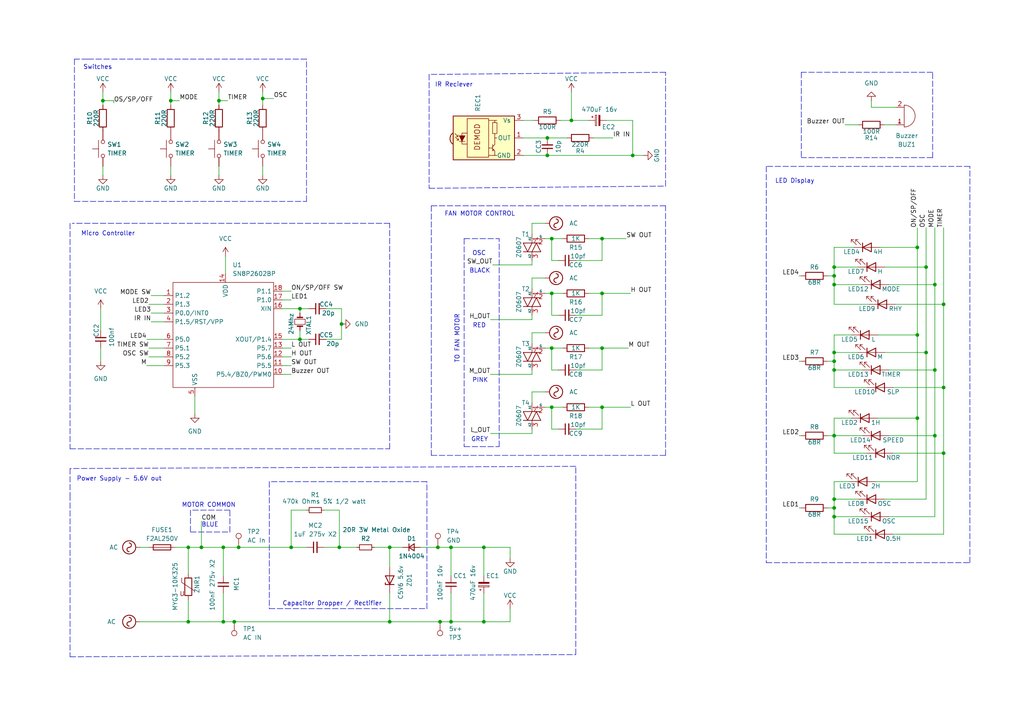
<source format=kicad_sch>
(kicad_sch (version 20211123) (generator eeschema)

  (uuid e63e39d7-6ac0-4ffd-8aa3-1841a4541b55)

  (paper "A4")

  (title_block
    (title "Midea OEM AC Fan Control Board - FS40-8BRA")
    (date "2022-10-24")
    (rev "0")
    (company "Terence Ang")
    (comment 2 "Reversed engineered schematic for repair purpose only")
    (comment 3 "Accuracy Unverified. For reference only!")
    (comment 4 "Warning 240V live voltage. Proceed with Care")
  )

  (lib_symbols
    (symbol "Connector:TestPoint" (pin_numbers hide) (pin_names (offset 0.762) hide) (in_bom yes) (on_board yes)
      (property "Reference" "TP" (id 0) (at 0 6.858 0)
        (effects (font (size 1.27 1.27)))
      )
      (property "Value" "TestPoint" (id 1) (at 0 5.08 0)
        (effects (font (size 1.27 1.27)))
      )
      (property "Footprint" "" (id 2) (at 5.08 0 0)
        (effects (font (size 1.27 1.27)) hide)
      )
      (property "Datasheet" "~" (id 3) (at 5.08 0 0)
        (effects (font (size 1.27 1.27)) hide)
      )
      (property "ki_keywords" "test point tp" (id 4) (at 0 0 0)
        (effects (font (size 1.27 1.27)) hide)
      )
      (property "ki_description" "test point" (id 5) (at 0 0 0)
        (effects (font (size 1.27 1.27)) hide)
      )
      (property "ki_fp_filters" "Pin* Test*" (id 6) (at 0 0 0)
        (effects (font (size 1.27 1.27)) hide)
      )
      (symbol "TestPoint_0_1"
        (circle (center 0 3.302) (radius 0.762)
          (stroke (width 0) (type default) (color 0 0 0 0))
          (fill (type none))
        )
      )
      (symbol "TestPoint_1_1"
        (pin passive line (at 0 0 90) (length 2.54)
          (name "1" (effects (font (size 1.27 1.27))))
          (number "1" (effects (font (size 1.27 1.27))))
        )
      )
    )
    (symbol "Device:Buzzer" (pin_names (offset 0.0254) hide) (in_bom yes) (on_board yes)
      (property "Reference" "BZ" (id 0) (at 3.81 1.27 0)
        (effects (font (size 1.27 1.27)) (justify left))
      )
      (property "Value" "Buzzer" (id 1) (at 3.81 -1.27 0)
        (effects (font (size 1.27 1.27)) (justify left))
      )
      (property "Footprint" "" (id 2) (at -0.635 2.54 90)
        (effects (font (size 1.27 1.27)) hide)
      )
      (property "Datasheet" "~" (id 3) (at -0.635 2.54 90)
        (effects (font (size 1.27 1.27)) hide)
      )
      (property "ki_keywords" "quartz resonator ceramic" (id 4) (at 0 0 0)
        (effects (font (size 1.27 1.27)) hide)
      )
      (property "ki_description" "Buzzer, polarized" (id 5) (at 0 0 0)
        (effects (font (size 1.27 1.27)) hide)
      )
      (property "ki_fp_filters" "*Buzzer*" (id 6) (at 0 0 0)
        (effects (font (size 1.27 1.27)) hide)
      )
      (symbol "Buzzer_0_1"
        (arc (start 0 -3.175) (mid 3.175 0) (end 0 3.175)
          (stroke (width 0) (type default) (color 0 0 0 0))
          (fill (type none))
        )
        (polyline
          (pts
            (xy -1.651 1.905)
            (xy -1.143 1.905)
          )
          (stroke (width 0) (type default) (color 0 0 0 0))
          (fill (type none))
        )
        (polyline
          (pts
            (xy -1.397 2.159)
            (xy -1.397 1.651)
          )
          (stroke (width 0) (type default) (color 0 0 0 0))
          (fill (type none))
        )
        (polyline
          (pts
            (xy 0 3.175)
            (xy 0 -3.175)
          )
          (stroke (width 0) (type default) (color 0 0 0 0))
          (fill (type none))
        )
      )
      (symbol "Buzzer_1_1"
        (pin passive line (at -2.54 2.54 0) (length 2.54)
          (name "-" (effects (font (size 1.27 1.27))))
          (number "1" (effects (font (size 1.27 1.27))))
        )
        (pin passive line (at -2.54 -2.54 0) (length 2.54)
          (name "+" (effects (font (size 1.27 1.27))))
          (number "2" (effects (font (size 1.27 1.27))))
        )
      )
    )
    (symbol "Device:C_Polarized_Small" (pin_numbers hide) (pin_names (offset 0.254) hide) (in_bom yes) (on_board yes)
      (property "Reference" "C" (id 0) (at 0.254 1.778 0)
        (effects (font (size 1.27 1.27)) (justify left))
      )
      (property "Value" "C_Polarized_Small" (id 1) (at 0.254 -2.032 0)
        (effects (font (size 1.27 1.27)) (justify left))
      )
      (property "Footprint" "" (id 2) (at 0 0 0)
        (effects (font (size 1.27 1.27)) hide)
      )
      (property "Datasheet" "~" (id 3) (at 0 0 0)
        (effects (font (size 1.27 1.27)) hide)
      )
      (property "ki_keywords" "cap capacitor" (id 4) (at 0 0 0)
        (effects (font (size 1.27 1.27)) hide)
      )
      (property "ki_description" "Polarized capacitor, small symbol" (id 5) (at 0 0 0)
        (effects (font (size 1.27 1.27)) hide)
      )
      (property "ki_fp_filters" "CP_*" (id 6) (at 0 0 0)
        (effects (font (size 1.27 1.27)) hide)
      )
      (symbol "C_Polarized_Small_0_1"
        (rectangle (start -1.524 -0.3048) (end 1.524 -0.6858)
          (stroke (width 0) (type default) (color 0 0 0 0))
          (fill (type outline))
        )
        (rectangle (start -1.524 0.6858) (end 1.524 0.3048)
          (stroke (width 0) (type default) (color 0 0 0 0))
          (fill (type none))
        )
        (polyline
          (pts
            (xy -1.27 1.524)
            (xy -0.762 1.524)
          )
          (stroke (width 0) (type default) (color 0 0 0 0))
          (fill (type none))
        )
        (polyline
          (pts
            (xy -1.016 1.27)
            (xy -1.016 1.778)
          )
          (stroke (width 0) (type default) (color 0 0 0 0))
          (fill (type none))
        )
      )
      (symbol "C_Polarized_Small_1_1"
        (pin passive line (at 0 2.54 270) (length 1.8542)
          (name "~" (effects (font (size 1.27 1.27))))
          (number "1" (effects (font (size 1.27 1.27))))
        )
        (pin passive line (at 0 -2.54 90) (length 1.8542)
          (name "~" (effects (font (size 1.27 1.27))))
          (number "2" (effects (font (size 1.27 1.27))))
        )
      )
    )
    (symbol "Device:C_Small" (pin_numbers hide) (pin_names (offset 0.254) hide) (in_bom yes) (on_board yes)
      (property "Reference" "C" (id 0) (at 0.254 1.778 0)
        (effects (font (size 1.27 1.27)) (justify left))
      )
      (property "Value" "C_Small" (id 1) (at 0.254 -2.032 0)
        (effects (font (size 1.27 1.27)) (justify left))
      )
      (property "Footprint" "" (id 2) (at 0 0 0)
        (effects (font (size 1.27 1.27)) hide)
      )
      (property "Datasheet" "~" (id 3) (at 0 0 0)
        (effects (font (size 1.27 1.27)) hide)
      )
      (property "ki_keywords" "capacitor cap" (id 4) (at 0 0 0)
        (effects (font (size 1.27 1.27)) hide)
      )
      (property "ki_description" "Unpolarized capacitor, small symbol" (id 5) (at 0 0 0)
        (effects (font (size 1.27 1.27)) hide)
      )
      (property "ki_fp_filters" "C_*" (id 6) (at 0 0 0)
        (effects (font (size 1.27 1.27)) hide)
      )
      (symbol "C_Small_0_1"
        (polyline
          (pts
            (xy -1.524 -0.508)
            (xy 1.524 -0.508)
          )
          (stroke (width 0.3302) (type default) (color 0 0 0 0))
          (fill (type none))
        )
        (polyline
          (pts
            (xy -1.524 0.508)
            (xy 1.524 0.508)
          )
          (stroke (width 0.3048) (type default) (color 0 0 0 0))
          (fill (type none))
        )
      )
      (symbol "C_Small_1_1"
        (pin passive line (at 0 2.54 270) (length 2.032)
          (name "~" (effects (font (size 1.27 1.27))))
          (number "1" (effects (font (size 1.27 1.27))))
        )
        (pin passive line (at 0 -2.54 90) (length 2.032)
          (name "~" (effects (font (size 1.27 1.27))))
          (number "2" (effects (font (size 1.27 1.27))))
        )
      )
    )
    (symbol "Device:Crystal_Small" (pin_numbers hide) (pin_names (offset 1.016) hide) (in_bom yes) (on_board yes)
      (property "Reference" "Y" (id 0) (at 0 2.54 0)
        (effects (font (size 1.27 1.27)))
      )
      (property "Value" "Crystal_Small" (id 1) (at 0 -2.54 0)
        (effects (font (size 1.27 1.27)))
      )
      (property "Footprint" "" (id 2) (at 0 0 0)
        (effects (font (size 1.27 1.27)) hide)
      )
      (property "Datasheet" "~" (id 3) (at 0 0 0)
        (effects (font (size 1.27 1.27)) hide)
      )
      (property "ki_keywords" "quartz ceramic resonator oscillator" (id 4) (at 0 0 0)
        (effects (font (size 1.27 1.27)) hide)
      )
      (property "ki_description" "Two pin crystal, small symbol" (id 5) (at 0 0 0)
        (effects (font (size 1.27 1.27)) hide)
      )
      (property "ki_fp_filters" "Crystal*" (id 6) (at 0 0 0)
        (effects (font (size 1.27 1.27)) hide)
      )
      (symbol "Crystal_Small_0_1"
        (rectangle (start -0.762 -1.524) (end 0.762 1.524)
          (stroke (width 0) (type default) (color 0 0 0 0))
          (fill (type none))
        )
        (polyline
          (pts
            (xy -1.27 -0.762)
            (xy -1.27 0.762)
          )
          (stroke (width 0.381) (type default) (color 0 0 0 0))
          (fill (type none))
        )
        (polyline
          (pts
            (xy 1.27 -0.762)
            (xy 1.27 0.762)
          )
          (stroke (width 0.381) (type default) (color 0 0 0 0))
          (fill (type none))
        )
      )
      (symbol "Crystal_Small_1_1"
        (pin passive line (at -2.54 0 0) (length 1.27)
          (name "1" (effects (font (size 1.27 1.27))))
          (number "1" (effects (font (size 1.27 1.27))))
        )
        (pin passive line (at 2.54 0 180) (length 1.27)
          (name "2" (effects (font (size 1.27 1.27))))
          (number "2" (effects (font (size 1.27 1.27))))
        )
      )
    )
    (symbol "Device:D_Small" (pin_numbers hide) (pin_names (offset 0.254) hide) (in_bom yes) (on_board yes)
      (property "Reference" "D" (id 0) (at -1.27 2.032 0)
        (effects (font (size 1.27 1.27)) (justify left))
      )
      (property "Value" "D_Small" (id 1) (at -3.81 -2.032 0)
        (effects (font (size 1.27 1.27)) (justify left))
      )
      (property "Footprint" "" (id 2) (at 0 0 90)
        (effects (font (size 1.27 1.27)) hide)
      )
      (property "Datasheet" "~" (id 3) (at 0 0 90)
        (effects (font (size 1.27 1.27)) hide)
      )
      (property "ki_keywords" "diode" (id 4) (at 0 0 0)
        (effects (font (size 1.27 1.27)) hide)
      )
      (property "ki_description" "Diode, small symbol" (id 5) (at 0 0 0)
        (effects (font (size 1.27 1.27)) hide)
      )
      (property "ki_fp_filters" "TO-???* *_Diode_* *SingleDiode* D_*" (id 6) (at 0 0 0)
        (effects (font (size 1.27 1.27)) hide)
      )
      (symbol "D_Small_0_1"
        (polyline
          (pts
            (xy -0.762 -1.016)
            (xy -0.762 1.016)
          )
          (stroke (width 0.254) (type default) (color 0 0 0 0))
          (fill (type none))
        )
        (polyline
          (pts
            (xy -0.762 0)
            (xy 0.762 0)
          )
          (stroke (width 0) (type default) (color 0 0 0 0))
          (fill (type none))
        )
        (polyline
          (pts
            (xy 0.762 -1.016)
            (xy -0.762 0)
            (xy 0.762 1.016)
            (xy 0.762 -1.016)
          )
          (stroke (width 0.254) (type default) (color 0 0 0 0))
          (fill (type none))
        )
      )
      (symbol "D_Small_1_1"
        (pin passive line (at -2.54 0 0) (length 1.778)
          (name "K" (effects (font (size 1.27 1.27))))
          (number "1" (effects (font (size 1.27 1.27))))
        )
        (pin passive line (at 2.54 0 180) (length 1.778)
          (name "A" (effects (font (size 1.27 1.27))))
          (number "2" (effects (font (size 1.27 1.27))))
        )
      )
    )
    (symbol "Device:D_Zener" (pin_numbers hide) (pin_names (offset 1.016) hide) (in_bom yes) (on_board yes)
      (property "Reference" "D" (id 0) (at 0 2.54 0)
        (effects (font (size 1.27 1.27)))
      )
      (property "Value" "D_Zener" (id 1) (at 0 -2.54 0)
        (effects (font (size 1.27 1.27)))
      )
      (property "Footprint" "" (id 2) (at 0 0 0)
        (effects (font (size 1.27 1.27)) hide)
      )
      (property "Datasheet" "~" (id 3) (at 0 0 0)
        (effects (font (size 1.27 1.27)) hide)
      )
      (property "ki_keywords" "diode" (id 4) (at 0 0 0)
        (effects (font (size 1.27 1.27)) hide)
      )
      (property "ki_description" "Zener diode" (id 5) (at 0 0 0)
        (effects (font (size 1.27 1.27)) hide)
      )
      (property "ki_fp_filters" "TO-???* *_Diode_* *SingleDiode* D_*" (id 6) (at 0 0 0)
        (effects (font (size 1.27 1.27)) hide)
      )
      (symbol "D_Zener_0_1"
        (polyline
          (pts
            (xy 1.27 0)
            (xy -1.27 0)
          )
          (stroke (width 0) (type default) (color 0 0 0 0))
          (fill (type none))
        )
        (polyline
          (pts
            (xy -1.27 -1.27)
            (xy -1.27 1.27)
            (xy -0.762 1.27)
          )
          (stroke (width 0.254) (type default) (color 0 0 0 0))
          (fill (type none))
        )
        (polyline
          (pts
            (xy 1.27 -1.27)
            (xy 1.27 1.27)
            (xy -1.27 0)
            (xy 1.27 -1.27)
          )
          (stroke (width 0.254) (type default) (color 0 0 0 0))
          (fill (type none))
        )
      )
      (symbol "D_Zener_1_1"
        (pin passive line (at -3.81 0 0) (length 2.54)
          (name "K" (effects (font (size 1.27 1.27))))
          (number "1" (effects (font (size 1.27 1.27))))
        )
        (pin passive line (at 3.81 0 180) (length 2.54)
          (name "A" (effects (font (size 1.27 1.27))))
          (number "2" (effects (font (size 1.27 1.27))))
        )
      )
    )
    (symbol "Device:Fuse" (pin_numbers hide) (pin_names (offset 0)) (in_bom yes) (on_board yes)
      (property "Reference" "F" (id 0) (at 2.032 0 90)
        (effects (font (size 1.27 1.27)))
      )
      (property "Value" "Fuse" (id 1) (at -1.905 0 90)
        (effects (font (size 1.27 1.27)))
      )
      (property "Footprint" "" (id 2) (at -1.778 0 90)
        (effects (font (size 1.27 1.27)) hide)
      )
      (property "Datasheet" "~" (id 3) (at 0 0 0)
        (effects (font (size 1.27 1.27)) hide)
      )
      (property "ki_keywords" "fuse" (id 4) (at 0 0 0)
        (effects (font (size 1.27 1.27)) hide)
      )
      (property "ki_description" "Fuse" (id 5) (at 0 0 0)
        (effects (font (size 1.27 1.27)) hide)
      )
      (property "ki_fp_filters" "*Fuse*" (id 6) (at 0 0 0)
        (effects (font (size 1.27 1.27)) hide)
      )
      (symbol "Fuse_0_1"
        (rectangle (start -0.762 -2.54) (end 0.762 2.54)
          (stroke (width 0.254) (type default) (color 0 0 0 0))
          (fill (type none))
        )
        (polyline
          (pts
            (xy 0 2.54)
            (xy 0 -2.54)
          )
          (stroke (width 0) (type default) (color 0 0 0 0))
          (fill (type none))
        )
      )
      (symbol "Fuse_1_1"
        (pin passive line (at 0 3.81 270) (length 1.27)
          (name "~" (effects (font (size 1.27 1.27))))
          (number "1" (effects (font (size 1.27 1.27))))
        )
        (pin passive line (at 0 -3.81 90) (length 1.27)
          (name "~" (effects (font (size 1.27 1.27))))
          (number "2" (effects (font (size 1.27 1.27))))
        )
      )
    )
    (symbol "Device:LED" (pin_numbers hide) (pin_names (offset 1.016) hide) (in_bom yes) (on_board yes)
      (property "Reference" "D" (id 0) (at 0 2.54 0)
        (effects (font (size 1.27 1.27)))
      )
      (property "Value" "LED" (id 1) (at 0 -2.54 0)
        (effects (font (size 1.27 1.27)))
      )
      (property "Footprint" "" (id 2) (at 0 0 0)
        (effects (font (size 1.27 1.27)) hide)
      )
      (property "Datasheet" "~" (id 3) (at 0 0 0)
        (effects (font (size 1.27 1.27)) hide)
      )
      (property "ki_keywords" "LED diode" (id 4) (at 0 0 0)
        (effects (font (size 1.27 1.27)) hide)
      )
      (property "ki_description" "Light emitting diode" (id 5) (at 0 0 0)
        (effects (font (size 1.27 1.27)) hide)
      )
      (property "ki_fp_filters" "LED* LED_SMD:* LED_THT:*" (id 6) (at 0 0 0)
        (effects (font (size 1.27 1.27)) hide)
      )
      (symbol "LED_0_1"
        (polyline
          (pts
            (xy -1.27 -1.27)
            (xy -1.27 1.27)
          )
          (stroke (width 0.254) (type default) (color 0 0 0 0))
          (fill (type none))
        )
        (polyline
          (pts
            (xy -1.27 0)
            (xy 1.27 0)
          )
          (stroke (width 0) (type default) (color 0 0 0 0))
          (fill (type none))
        )
        (polyline
          (pts
            (xy 1.27 -1.27)
            (xy 1.27 1.27)
            (xy -1.27 0)
            (xy 1.27 -1.27)
          )
          (stroke (width 0.254) (type default) (color 0 0 0 0))
          (fill (type none))
        )
        (polyline
          (pts
            (xy -3.048 -0.762)
            (xy -4.572 -2.286)
            (xy -3.81 -2.286)
            (xy -4.572 -2.286)
            (xy -4.572 -1.524)
          )
          (stroke (width 0) (type default) (color 0 0 0 0))
          (fill (type none))
        )
        (polyline
          (pts
            (xy -1.778 -0.762)
            (xy -3.302 -2.286)
            (xy -2.54 -2.286)
            (xy -3.302 -2.286)
            (xy -3.302 -1.524)
          )
          (stroke (width 0) (type default) (color 0 0 0 0))
          (fill (type none))
        )
      )
      (symbol "LED_1_1"
        (pin passive line (at -3.81 0 0) (length 2.54)
          (name "K" (effects (font (size 1.27 1.27))))
          (number "1" (effects (font (size 1.27 1.27))))
        )
        (pin passive line (at 3.81 0 180) (length 2.54)
          (name "A" (effects (font (size 1.27 1.27))))
          (number "2" (effects (font (size 1.27 1.27))))
        )
      )
    )
    (symbol "Device:Q_TRIAC_A1GA2" (pin_names (offset 0)) (in_bom yes) (on_board yes)
      (property "Reference" "D" (id 0) (at 3.175 0.635 0)
        (effects (font (size 1.27 1.27)) (justify left))
      )
      (property "Value" "Q_TRIAC_A1GA2" (id 1) (at 3.175 -1.27 0)
        (effects (font (size 1.27 1.27)) (justify left))
      )
      (property "Footprint" "" (id 2) (at 1.905 0.635 90)
        (effects (font (size 1.27 1.27)) hide)
      )
      (property "Datasheet" "~" (id 3) (at 0 0 90)
        (effects (font (size 1.27 1.27)) hide)
      )
      (property "ki_keywords" "TRIAC" (id 4) (at 0 0 0)
        (effects (font (size 1.27 1.27)) hide)
      )
      (property "ki_description" "Triode for alternating current, anode1/gate/anode2" (id 5) (at 0 0 0)
        (effects (font (size 1.27 1.27)) hide)
      )
      (symbol "Q_TRIAC_A1GA2_0_1"
        (polyline
          (pts
            (xy -2.54 -1.27)
            (xy 2.54 -1.27)
          )
          (stroke (width 0.2032) (type default) (color 0 0 0 0))
          (fill (type none))
        )
        (polyline
          (pts
            (xy -2.54 1.27)
            (xy 2.54 1.27)
          )
          (stroke (width 0.2032) (type default) (color 0 0 0 0))
          (fill (type none))
        )
        (polyline
          (pts
            (xy -1.27 -2.54)
            (xy -0.635 -1.27)
          )
          (stroke (width 0) (type default) (color 0 0 0 0))
          (fill (type none))
        )
        (polyline
          (pts
            (xy -2.54 1.27)
            (xy -1.27 -1.27)
            (xy 0 1.27)
          )
          (stroke (width 0.2032) (type default) (color 0 0 0 0))
          (fill (type none))
        )
        (polyline
          (pts
            (xy 0 -1.27)
            (xy 1.27 1.27)
            (xy 2.54 -1.27)
          )
          (stroke (width 0.2032) (type default) (color 0 0 0 0))
          (fill (type none))
        )
      )
      (symbol "Q_TRIAC_A1GA2_1_1"
        (pin passive line (at 0 -3.81 90) (length 2.54)
          (name "A1" (effects (font (size 0.635 0.635))))
          (number "1" (effects (font (size 1.27 1.27))))
        )
        (pin input line (at -3.81 -2.54 0) (length 2.54)
          (name "G" (effects (font (size 0.635 0.635))))
          (number "2" (effects (font (size 1.27 1.27))))
        )
        (pin passive line (at 0 3.81 270) (length 2.54)
          (name "A2" (effects (font (size 0.635 0.635))))
          (number "3" (effects (font (size 1.27 1.27))))
        )
      )
    )
    (symbol "Device:R" (pin_numbers hide) (pin_names (offset 0)) (in_bom yes) (on_board yes)
      (property "Reference" "R" (id 0) (at 2.032 0 90)
        (effects (font (size 1.27 1.27)))
      )
      (property "Value" "R" (id 1) (at 0 0 90)
        (effects (font (size 1.27 1.27)))
      )
      (property "Footprint" "" (id 2) (at -1.778 0 90)
        (effects (font (size 1.27 1.27)) hide)
      )
      (property "Datasheet" "~" (id 3) (at 0 0 0)
        (effects (font (size 1.27 1.27)) hide)
      )
      (property "ki_keywords" "R res resistor" (id 4) (at 0 0 0)
        (effects (font (size 1.27 1.27)) hide)
      )
      (property "ki_description" "Resistor" (id 5) (at 0 0 0)
        (effects (font (size 1.27 1.27)) hide)
      )
      (property "ki_fp_filters" "R_*" (id 6) (at 0 0 0)
        (effects (font (size 1.27 1.27)) hide)
      )
      (symbol "R_0_1"
        (rectangle (start -1.016 -2.54) (end 1.016 2.54)
          (stroke (width 0.254) (type default) (color 0 0 0 0))
          (fill (type none))
        )
      )
      (symbol "R_1_1"
        (pin passive line (at 0 3.81 270) (length 1.27)
          (name "~" (effects (font (size 1.27 1.27))))
          (number "1" (effects (font (size 1.27 1.27))))
        )
        (pin passive line (at 0 -3.81 90) (length 1.27)
          (name "~" (effects (font (size 1.27 1.27))))
          (number "2" (effects (font (size 1.27 1.27))))
        )
      )
    )
    (symbol "Device:R_Small" (pin_numbers hide) (pin_names (offset 0.254) hide) (in_bom yes) (on_board yes)
      (property "Reference" "R" (id 0) (at 0.762 0.508 0)
        (effects (font (size 1.27 1.27)) (justify left))
      )
      (property "Value" "R_Small" (id 1) (at 0.762 -1.016 0)
        (effects (font (size 1.27 1.27)) (justify left))
      )
      (property "Footprint" "" (id 2) (at 0 0 0)
        (effects (font (size 1.27 1.27)) hide)
      )
      (property "Datasheet" "~" (id 3) (at 0 0 0)
        (effects (font (size 1.27 1.27)) hide)
      )
      (property "ki_keywords" "R resistor" (id 4) (at 0 0 0)
        (effects (font (size 1.27 1.27)) hide)
      )
      (property "ki_description" "Resistor, small symbol" (id 5) (at 0 0 0)
        (effects (font (size 1.27 1.27)) hide)
      )
      (property "ki_fp_filters" "R_*" (id 6) (at 0 0 0)
        (effects (font (size 1.27 1.27)) hide)
      )
      (symbol "R_Small_0_1"
        (rectangle (start -0.762 1.778) (end 0.762 -1.778)
          (stroke (width 0.2032) (type default) (color 0 0 0 0))
          (fill (type none))
        )
      )
      (symbol "R_Small_1_1"
        (pin passive line (at 0 2.54 270) (length 0.762)
          (name "~" (effects (font (size 1.27 1.27))))
          (number "1" (effects (font (size 1.27 1.27))))
        )
        (pin passive line (at 0 -2.54 90) (length 0.762)
          (name "~" (effects (font (size 1.27 1.27))))
          (number "2" (effects (font (size 1.27 1.27))))
        )
      )
    )
    (symbol "Device:Varistor" (pin_numbers hide) (pin_names (offset 0)) (in_bom yes) (on_board yes)
      (property "Reference" "RV" (id 0) (at 3.175 0 90)
        (effects (font (size 1.27 1.27)))
      )
      (property "Value" "Varistor" (id 1) (at -3.175 0 90)
        (effects (font (size 1.27 1.27)))
      )
      (property "Footprint" "" (id 2) (at -1.778 0 90)
        (effects (font (size 1.27 1.27)) hide)
      )
      (property "Datasheet" "~" (id 3) (at 0 0 0)
        (effects (font (size 1.27 1.27)) hide)
      )
      (property "ki_keywords" "VDR resistance" (id 4) (at 0 0 0)
        (effects (font (size 1.27 1.27)) hide)
      )
      (property "ki_description" "Voltage dependent resistor" (id 5) (at 0 0 0)
        (effects (font (size 1.27 1.27)) hide)
      )
      (property "ki_fp_filters" "RV_* Varistor*" (id 6) (at 0 0 0)
        (effects (font (size 1.27 1.27)) hide)
      )
      (symbol "Varistor_0_0"
        (text "U" (at -1.778 -2.032 0)
          (effects (font (size 1.27 1.27)))
        )
      )
      (symbol "Varistor_0_1"
        (rectangle (start -1.016 -2.54) (end 1.016 2.54)
          (stroke (width 0.254) (type default) (color 0 0 0 0))
          (fill (type none))
        )
        (polyline
          (pts
            (xy -1.905 2.54)
            (xy -1.905 1.27)
            (xy 1.905 -1.27)
          )
          (stroke (width 0) (type default) (color 0 0 0 0))
          (fill (type none))
        )
      )
      (symbol "Varistor_1_1"
        (pin passive line (at 0 3.81 270) (length 1.27)
          (name "~" (effects (font (size 1.27 1.27))))
          (number "1" (effects (font (size 1.27 1.27))))
        )
        (pin passive line (at 0 -3.81 90) (length 1.27)
          (name "~" (effects (font (size 1.27 1.27))))
          (number "2" (effects (font (size 1.27 1.27))))
        )
      )
    )
    (symbol "Interface_Optical:TSOP34S40F" (pin_names (offset 1.016)) (in_bom yes) (on_board yes)
      (property "Reference" "U" (id 0) (at -10.16 7.62 0)
        (effects (font (size 1.27 1.27)) (justify left))
      )
      (property "Value" "TSOP34S40F" (id 1) (at -10.16 -7.62 0)
        (effects (font (size 1.27 1.27)) (justify left))
      )
      (property "Footprint" "OptoDevice:Vishay_MOLD-3Pin" (id 2) (at -1.27 -9.525 0)
        (effects (font (size 1.27 1.27)) hide)
      )
      (property "Datasheet" "http://www.vishay.com/docs/82669/tsop32s40f.pdf" (id 3) (at 16.51 7.62 0)
        (effects (font (size 1.27 1.27)) hide)
      )
      (property "ki_keywords" "opto IR receiver" (id 4) (at 0 0 0)
        (effects (font (size 1.27 1.27)) hide)
      )
      (property "ki_description" "IR Receiver Modules for Remote Control Systems" (id 5) (at 0 0 0)
        (effects (font (size 1.27 1.27)) hide)
      )
      (property "ki_fp_filters" "Vishay*MOLD*" (id 6) (at 0 0 0)
        (effects (font (size 1.27 1.27)) hide)
      )
      (symbol "TSOP34S40F_0_0"
        (arc (start -10.287 1.397) (mid -11.0899 -0.1905) (end -10.287 -1.778)
          (stroke (width 0.254) (type default) (color 0 0 0 0))
          (fill (type background))
        )
        (polyline
          (pts
            (xy 1.905 -5.08)
            (xy 0.127 -5.08)
          )
          (stroke (width 0) (type default) (color 0 0 0 0))
          (fill (type none))
        )
        (polyline
          (pts
            (xy 1.905 5.08)
            (xy 0.127 5.08)
          )
          (stroke (width 0) (type default) (color 0 0 0 0))
          (fill (type none))
        )
        (text "DEMOD" (at -3.175 0.254 900)
          (effects (font (size 1.524 1.524)))
        )
      )
      (symbol "TSOP34S40F_0_1"
        (rectangle (start -6.096 5.588) (end 0.127 -5.588)
          (stroke (width 0) (type default) (color 0 0 0 0))
          (fill (type none))
        )
        (polyline
          (pts
            (xy -8.763 0.381)
            (xy -9.652 1.27)
          )
          (stroke (width 0) (type default) (color 0 0 0 0))
          (fill (type none))
        )
        (polyline
          (pts
            (xy -8.763 0.381)
            (xy -9.271 0.381)
          )
          (stroke (width 0) (type default) (color 0 0 0 0))
          (fill (type none))
        )
        (polyline
          (pts
            (xy -8.763 0.381)
            (xy -8.763 0.889)
          )
          (stroke (width 0) (type default) (color 0 0 0 0))
          (fill (type none))
        )
        (polyline
          (pts
            (xy -8.636 -0.635)
            (xy -9.525 0.254)
          )
          (stroke (width 0) (type default) (color 0 0 0 0))
          (fill (type none))
        )
        (polyline
          (pts
            (xy -8.636 -0.635)
            (xy -9.144 -0.635)
          )
          (stroke (width 0) (type default) (color 0 0 0 0))
          (fill (type none))
        )
        (polyline
          (pts
            (xy -8.636 -0.635)
            (xy -8.636 -0.127)
          )
          (stroke (width 0) (type default) (color 0 0 0 0))
          (fill (type none))
        )
        (polyline
          (pts
            (xy -8.382 -1.016)
            (xy -6.731 -1.016)
          )
          (stroke (width 0) (type default) (color 0 0 0 0))
          (fill (type none))
        )
        (polyline
          (pts
            (xy 1.27 -2.921)
            (xy 0.127 -2.921)
          )
          (stroke (width 0) (type default) (color 0 0 0 0))
          (fill (type none))
        )
        (polyline
          (pts
            (xy 1.27 -1.905)
            (xy 1.27 -3.81)
          )
          (stroke (width 0) (type default) (color 0 0 0 0))
          (fill (type none))
        )
        (polyline
          (pts
            (xy 1.397 -3.556)
            (xy 1.524 -3.556)
          )
          (stroke (width 0) (type default) (color 0 0 0 0))
          (fill (type none))
        )
        (polyline
          (pts
            (xy 1.651 -3.556)
            (xy 1.524 -3.556)
          )
          (stroke (width 0) (type default) (color 0 0 0 0))
          (fill (type none))
        )
        (polyline
          (pts
            (xy 1.651 -3.556)
            (xy 1.651 -3.302)
          )
          (stroke (width 0) (type default) (color 0 0 0 0))
          (fill (type none))
        )
        (polyline
          (pts
            (xy 1.905 0)
            (xy 1.905 1.27)
          )
          (stroke (width 0) (type default) (color 0 0 0 0))
          (fill (type none))
        )
        (polyline
          (pts
            (xy 1.905 4.445)
            (xy 1.905 5.08)
            (xy 2.54 5.08)
          )
          (stroke (width 0) (type default) (color 0 0 0 0))
          (fill (type none))
        )
        (polyline
          (pts
            (xy -8.382 0.635)
            (xy -6.731 0.635)
            (xy -7.62 -1.016)
            (xy -8.382 0.635)
          )
          (stroke (width 0) (type default) (color 0 0 0 0))
          (fill (type outline))
        )
        (polyline
          (pts
            (xy -6.096 1.397)
            (xy -7.62 1.397)
            (xy -7.62 -1.778)
            (xy -6.096 -1.778)
          )
          (stroke (width 0) (type default) (color 0 0 0 0))
          (fill (type none))
        )
        (polyline
          (pts
            (xy 1.27 -3.175)
            (xy 1.905 -3.81)
            (xy 1.905 -5.08)
            (xy 2.54 -5.08)
          )
          (stroke (width 0) (type default) (color 0 0 0 0))
          (fill (type none))
        )
        (polyline
          (pts
            (xy 1.27 -2.54)
            (xy 1.905 -1.905)
            (xy 1.905 0)
            (xy 2.54 0)
          )
          (stroke (width 0) (type default) (color 0 0 0 0))
          (fill (type none))
        )
        (rectangle (start 2.54 1.27) (end 1.27 4.445)
          (stroke (width 0) (type default) (color 0 0 0 0))
          (fill (type none))
        )
        (rectangle (start 7.62 6.35) (end -10.16 -6.35)
          (stroke (width 0.254) (type default) (color 0 0 0 0))
          (fill (type background))
        )
      )
      (symbol "TSOP34S40F_1_1"
        (pin output line (at 10.16 0 180) (length 2.54)
          (name "OUT" (effects (font (size 1.27 1.27))))
          (number "1" (effects (font (size 1.27 1.27))))
        )
        (pin power_in line (at 10.16 -5.08 180) (length 2.54)
          (name "GND" (effects (font (size 1.27 1.27))))
          (number "2" (effects (font (size 1.27 1.27))))
        )
        (pin power_in line (at 10.16 5.08 180) (length 2.54)
          (name "Vs" (effects (font (size 1.27 1.27))))
          (number "3" (effects (font (size 1.27 1.27))))
        )
      )
    )
    (symbol "Switch:SW_Push" (pin_numbers hide) (pin_names (offset 1.016) hide) (in_bom yes) (on_board yes)
      (property "Reference" "SW" (id 0) (at 1.27 2.54 0)
        (effects (font (size 1.27 1.27)) (justify left))
      )
      (property "Value" "SW_Push" (id 1) (at 0 -1.524 0)
        (effects (font (size 1.27 1.27)))
      )
      (property "Footprint" "" (id 2) (at 0 5.08 0)
        (effects (font (size 1.27 1.27)) hide)
      )
      (property "Datasheet" "~" (id 3) (at 0 5.08 0)
        (effects (font (size 1.27 1.27)) hide)
      )
      (property "ki_keywords" "switch normally-open pushbutton push-button" (id 4) (at 0 0 0)
        (effects (font (size 1.27 1.27)) hide)
      )
      (property "ki_description" "Push button switch, generic, two pins" (id 5) (at 0 0 0)
        (effects (font (size 1.27 1.27)) hide)
      )
      (symbol "SW_Push_0_1"
        (circle (center -2.032 0) (radius 0.508)
          (stroke (width 0) (type default) (color 0 0 0 0))
          (fill (type none))
        )
        (polyline
          (pts
            (xy 0 1.27)
            (xy 0 3.048)
          )
          (stroke (width 0) (type default) (color 0 0 0 0))
          (fill (type none))
        )
        (polyline
          (pts
            (xy 2.54 1.27)
            (xy -2.54 1.27)
          )
          (stroke (width 0) (type default) (color 0 0 0 0))
          (fill (type none))
        )
        (circle (center 2.032 0) (radius 0.508)
          (stroke (width 0) (type default) (color 0 0 0 0))
          (fill (type none))
        )
        (pin passive line (at -5.08 0 0) (length 2.54)
          (name "1" (effects (font (size 1.27 1.27))))
          (number "1" (effects (font (size 1.27 1.27))))
        )
        (pin passive line (at 5.08 0 180) (length 2.54)
          (name "2" (effects (font (size 1.27 1.27))))
          (number "2" (effects (font (size 1.27 1.27))))
        )
      )
    )
    (symbol "power:GND" (power) (pin_names (offset 0)) (in_bom yes) (on_board yes)
      (property "Reference" "#PWR" (id 0) (at 0 -6.35 0)
        (effects (font (size 1.27 1.27)) hide)
      )
      (property "Value" "GND" (id 1) (at 0 -3.81 0)
        (effects (font (size 1.27 1.27)))
      )
      (property "Footprint" "" (id 2) (at 0 0 0)
        (effects (font (size 1.27 1.27)) hide)
      )
      (property "Datasheet" "" (id 3) (at 0 0 0)
        (effects (font (size 1.27 1.27)) hide)
      )
      (property "ki_keywords" "power-flag" (id 4) (at 0 0 0)
        (effects (font (size 1.27 1.27)) hide)
      )
      (property "ki_description" "Power symbol creates a global label with name \"GND\" , ground" (id 5) (at 0 0 0)
        (effects (font (size 1.27 1.27)) hide)
      )
      (symbol "GND_0_1"
        (polyline
          (pts
            (xy 0 0)
            (xy 0 -1.27)
            (xy 1.27 -1.27)
            (xy 0 -2.54)
            (xy -1.27 -1.27)
            (xy 0 -1.27)
          )
          (stroke (width 0) (type default) (color 0 0 0 0))
          (fill (type none))
        )
      )
      (symbol "GND_1_1"
        (pin power_in line (at 0 0 270) (length 0) hide
          (name "GND" (effects (font (size 1.27 1.27))))
          (number "1" (effects (font (size 1.27 1.27))))
        )
      )
    )
    (symbol "power:VCC" (power) (pin_names (offset 0)) (in_bom yes) (on_board yes)
      (property "Reference" "#PWR" (id 0) (at 0 -3.81 0)
        (effects (font (size 1.27 1.27)) hide)
      )
      (property "Value" "VCC" (id 1) (at 0 3.81 0)
        (effects (font (size 1.27 1.27)))
      )
      (property "Footprint" "" (id 2) (at 0 0 0)
        (effects (font (size 1.27 1.27)) hide)
      )
      (property "Datasheet" "" (id 3) (at 0 0 0)
        (effects (font (size 1.27 1.27)) hide)
      )
      (property "ki_keywords" "power-flag" (id 4) (at 0 0 0)
        (effects (font (size 1.27 1.27)) hide)
      )
      (property "ki_description" "Power symbol creates a global label with name \"VCC\"" (id 5) (at 0 0 0)
        (effects (font (size 1.27 1.27)) hide)
      )
      (symbol "VCC_0_1"
        (polyline
          (pts
            (xy -0.762 1.27)
            (xy 0 2.54)
          )
          (stroke (width 0) (type default) (color 0 0 0 0))
          (fill (type none))
        )
        (polyline
          (pts
            (xy 0 0)
            (xy 0 2.54)
          )
          (stroke (width 0) (type default) (color 0 0 0 0))
          (fill (type none))
        )
        (polyline
          (pts
            (xy 0 2.54)
            (xy 0.762 1.27)
          )
          (stroke (width 0) (type default) (color 0 0 0 0))
          (fill (type none))
        )
      )
      (symbol "VCC_1_1"
        (pin power_in line (at 0 0 90) (length 0) hide
          (name "VCC" (effects (font (size 1.27 1.27))))
          (number "1" (effects (font (size 1.27 1.27))))
        )
      )
    )
    (symbol "terence:ACL" (power) (pin_names (offset 0)) (in_bom yes) (on_board yes)
      (property "Reference" "#PWR" (id 0) (at 0 -2.54 0)
        (effects (font (size 1.27 1.27)) hide)
      )
      (property "Value" "ACL" (id 1) (at 0 6.35 0)
        (effects (font (size 1.27 1.27)))
      )
      (property "Footprint" "" (id 2) (at 0 0 0)
        (effects (font (size 1.27 1.27)) hide)
      )
      (property "Datasheet" "" (id 3) (at 0 0 0)
        (effects (font (size 1.27 1.27)) hide)
      )
      (property "ki_keywords" "power-flag" (id 4) (at 0 0 0)
        (effects (font (size 1.27 1.27)) hide)
      )
      (property "ki_description" "Power symbol creates a global label with name \"AC\"" (id 5) (at 0 0 0)
        (effects (font (size 1.27 1.27)) hide)
      )
      (symbol "ACL_0_1"
        (polyline
          (pts
            (xy 0 0)
            (xy 0 1.27)
          )
          (stroke (width 0) (type default) (color 0 0 0 0))
          (fill (type none))
        )
        (arc (start 0 3.175) (mid -0.635 3.81) (end -1.27 3.175)
          (stroke (width 0.254) (type default) (color 0 0 0 0))
          (fill (type none))
        )
        (arc (start 0 3.175) (mid 0.635 2.54) (end 1.27 3.175)
          (stroke (width 0.254) (type default) (color 0 0 0 0))
          (fill (type none))
        )
        (circle (center 0 3.175) (radius 1.905)
          (stroke (width 0.254) (type default) (color 0 0 0 0))
          (fill (type none))
        )
      )
      (symbol "ACL_1_1"
        (pin power_in line (at 0 0 90) (length 0) hide
          (name "AC" (effects (font (size 1.27 1.27))))
          (number "1" (effects (font (size 1.27 1.27))))
        )
      )
    )
    (symbol "terence:ACN" (power) (pin_names (offset 0)) (in_bom yes) (on_board yes)
      (property "Reference" "#PWR" (id 0) (at 0 -2.54 0)
        (effects (font (size 1.27 1.27)) hide)
      )
      (property "Value" "ACN" (id 1) (at 0 6.35 0)
        (effects (font (size 1.27 1.27)))
      )
      (property "Footprint" "" (id 2) (at 0 0 0)
        (effects (font (size 1.27 1.27)) hide)
      )
      (property "Datasheet" "" (id 3) (at 0 0 0)
        (effects (font (size 1.27 1.27)) hide)
      )
      (property "ki_keywords" "power-flag" (id 4) (at 0 0 0)
        (effects (font (size 1.27 1.27)) hide)
      )
      (property "ki_description" "Power symbol creates a global label with name \"AC\"" (id 5) (at 0 0 0)
        (effects (font (size 1.27 1.27)) hide)
      )
      (symbol "ACN_0_1"
        (polyline
          (pts
            (xy 0 0)
            (xy 0 1.27)
          )
          (stroke (width 0) (type default) (color 0 0 0 0))
          (fill (type none))
        )
        (arc (start 0 3.175) (mid -0.635 3.81) (end -1.27 3.175)
          (stroke (width 0.254) (type default) (color 0 0 0 0))
          (fill (type none))
        )
        (arc (start 0 3.175) (mid 0.635 2.54) (end 1.27 3.175)
          (stroke (width 0.254) (type default) (color 0 0 0 0))
          (fill (type none))
        )
        (circle (center 0 3.175) (radius 1.905)
          (stroke (width 0.254) (type default) (color 0 0 0 0))
          (fill (type none))
        )
      )
      (symbol "ACN_1_1"
        (pin power_in line (at 0 0 90) (length 0) hide
          (name "AC" (effects (font (size 1.27 1.27))))
          (number "1" (effects (font (size 1.27 1.27))))
        )
      )
    )
    (symbol "terence:SN8P2602BP" (in_bom yes) (on_board yes)
      (property "Reference" "U" (id 0) (at 0 0 0)
        (effects (font (size 1.27 1.27)))
      )
      (property "Value" "SN8P2602BP" (id 1) (at 0 -5.08 0)
        (effects (font (size 1.27 1.27)))
      )
      (property "Footprint" "" (id 2) (at -7.62 3.81 0)
        (effects (font (size 1.27 1.27)) hide)
      )
      (property "Datasheet" "" (id 3) (at -7.62 3.81 0)
        (effects (font (size 1.27 1.27)) hide)
      )
      (symbol "SN8P2602BP_0_1"
        (polyline
          (pts
            (xy -15.24 -16.51)
            (xy 13.97 -16.51)
            (xy 13.97 13.97)
            (xy -15.24 13.97)
            (xy -15.24 -16.51)
            (xy -15.24 -16.51)
          )
          (stroke (width 0) (type default) (color 0 0 0 0))
          (fill (type none))
        )
      )
      (symbol "SN8P2602BP_1_1"
        (pin bidirectional line (at -17.78 10.16 0) (length 2.54)
          (name "P1.2" (effects (font (size 1.27 1.27))))
          (number "1" (effects (font (size 1.27 1.27))))
        )
        (pin bidirectional line (at 16.51 -12.7 180) (length 2.54)
          (name "P5.4/BZ0/PWM0" (effects (font (size 1.27 1.27))))
          (number "10" (effects (font (size 1.27 1.27))))
        )
        (pin bidirectional line (at 16.51 -10.16 180) (length 2.54)
          (name "P5.5" (effects (font (size 1.27 1.27))))
          (number "11" (effects (font (size 1.27 1.27))))
        )
        (pin bidirectional line (at 16.51 -7.62 180) (length 2.54)
          (name "P5.6" (effects (font (size 1.27 1.27))))
          (number "12" (effects (font (size 1.27 1.27))))
        )
        (pin bidirectional line (at 16.51 -5.08 180) (length 2.54)
          (name "P5.7" (effects (font (size 1.27 1.27))))
          (number "13" (effects (font (size 1.27 1.27))))
        )
        (pin power_in line (at 0 16.51 270) (length 2.54)
          (name "VDD" (effects (font (size 1.27 1.27))))
          (number "14" (effects (font (size 1.27 1.27))))
        )
        (pin bidirectional line (at 16.51 -2.54 180) (length 2.54)
          (name "XOUT/P1.4" (effects (font (size 1.27 1.27))))
          (number "15" (effects (font (size 1.27 1.27))))
        )
        (pin input line (at 16.51 6.35 180) (length 2.54)
          (name "XIN" (effects (font (size 1.27 1.27))))
          (number "16" (effects (font (size 1.27 1.27))))
        )
        (pin bidirectional line (at 16.51 8.89 180) (length 2.54)
          (name "P1.0" (effects (font (size 1.27 1.27))))
          (number "17" (effects (font (size 1.27 1.27))))
        )
        (pin bidirectional line (at 16.51 11.43 180) (length 2.54)
          (name "P1.1" (effects (font (size 1.27 1.27))))
          (number "18" (effects (font (size 1.27 1.27))))
        )
        (pin bidirectional line (at -17.78 7.62 0) (length 2.54)
          (name "P1.3" (effects (font (size 1.27 1.27))))
          (number "2" (effects (font (size 1.27 1.27))))
        )
        (pin bidirectional line (at -17.78 5.08 0) (length 2.54)
          (name "P0.0/INT0" (effects (font (size 1.27 1.27))))
          (number "3" (effects (font (size 1.27 1.27))))
        )
        (pin input line (at -17.78 2.54 0) (length 2.54)
          (name "P1.5/RST/VPP" (effects (font (size 1.27 1.27))))
          (number "4" (effects (font (size 1.27 1.27))))
        )
        (pin power_in line (at -8.89 -19.05 90) (length 2.54)
          (name "VSS" (effects (font (size 1.27 1.27))))
          (number "5" (effects (font (size 1.27 1.27))))
        )
        (pin bidirectional line (at -17.78 -2.54 0) (length 2.54)
          (name "P5.0" (effects (font (size 1.27 1.27))))
          (number "6" (effects (font (size 1.27 1.27))))
        )
        (pin bidirectional line (at -17.78 -5.08 0) (length 2.54)
          (name "P5.1" (effects (font (size 1.27 1.27))))
          (number "7" (effects (font (size 1.27 1.27))))
        )
        (pin bidirectional line (at -17.78 -7.62 0) (length 2.54)
          (name "P5.2" (effects (font (size 1.27 1.27))))
          (number "8" (effects (font (size 1.27 1.27))))
        )
        (pin bidirectional line (at -17.78 -10.16 0) (length 2.54)
          (name "P5.3" (effects (font (size 1.27 1.27))))
          (number "9" (effects (font (size 1.27 1.27))))
        )
      )
    )
  )

  (junction (at 67.945 180.34) (diameter 0) (color 0 0 0 0)
    (uuid 0102ff7f-2497-48fd-bedc-4119cd044f64)
  )
  (junction (at 160.02 100.965) (diameter 0) (color 0 0 0 0)
    (uuid 0949f4c1-f5ed-41b7-9fe9-d53c21d95a34)
  )
  (junction (at 160.02 85.09) (diameter 0) (color 0 0 0 0)
    (uuid 09534571-d321-4830-bcc4-bbf55d36d44d)
  )
  (junction (at 76.2 28.575) (diameter 0) (color 0 0 0 0)
    (uuid 0e1c3251-568f-419b-bbf5-44b4dcc19676)
  )
  (junction (at 64.77 158.75) (diameter 0) (color 0 0 0 0)
    (uuid 1068e175-8c52-4376-a279-28a13bca0258)
  )
  (junction (at 241.935 104.775) (diameter 0) (color 0 0 0 0)
    (uuid 13c450c7-10d7-4a9a-9ce3-f70b2e247aea)
  )
  (junction (at 271.145 126.365) (diameter 0) (color 0 0 0 0)
    (uuid 144e59e3-a645-45ac-ab63-907149cd1efb)
  )
  (junction (at 266.065 121.285) (diameter 0) (color 0 0 0 0)
    (uuid 171b8f73-dd9f-4e46-b02a-0b52706834fc)
  )
  (junction (at 127 158.75) (diameter 0) (color 0 0 0 0)
    (uuid 19065d3c-814d-4aab-af33-13ae19f4f85e)
  )
  (junction (at 241.935 126.365) (diameter 0) (color 0 0 0 0)
    (uuid 1d14f017-c2c9-4b8d-9cc3-8374b12796c3)
  )
  (junction (at 86.995 89.535) (diameter 0) (color 0 0 0 0)
    (uuid 1eedb633-04e1-44f6-a8d4-824e080bcf82)
  )
  (junction (at 174.625 100.965) (diameter 0) (color 0 0 0 0)
    (uuid 2a0f61f8-cd25-4dcd-81ea-cdf9bb576f8f)
  )
  (junction (at 29.845 29.21) (diameter 0) (color 0 0 0 0)
    (uuid 4405414d-943c-4071-86a7-499279050026)
  )
  (junction (at 241.935 102.235) (diameter 0) (color 0 0 0 0)
    (uuid 4495946b-703d-43d3-967e-40547cc3b4fd)
  )
  (junction (at 130.81 180.34) (diameter 0) (color 0 0 0 0)
    (uuid 44d8a698-9369-4d6e-ae86-b0d019f17a74)
  )
  (junction (at 158.75 45.085) (diameter 0) (color 0 0 0 0)
    (uuid 496db8a5-06b7-4436-9ea1-e430f0237442)
  )
  (junction (at 98.425 158.75) (diameter 0) (color 0 0 0 0)
    (uuid 4b8014ee-0133-4ad4-8add-b3e9abedd091)
  )
  (junction (at 99.06 93.98) (diameter 0) (color 0 0 0 0)
    (uuid 500e271e-0e25-4538-bca9-20f1331b1488)
  )
  (junction (at 183.515 45.085) (diameter 0) (color 0 0 0 0)
    (uuid 51b456e8-eccd-47cf-867c-70c719cb3da9)
  )
  (junction (at 241.935 77.47) (diameter 0) (color 0 0 0 0)
    (uuid 52341751-8937-4099-88f4-88d200aa6534)
  )
  (junction (at 54.61 180.34) (diameter 0) (color 0 0 0 0)
    (uuid 585b4b61-5709-430b-b225-fb6d76af75d3)
  )
  (junction (at 69.215 158.75) (diameter 0) (color 0 0 0 0)
    (uuid 5d8959f3-37b4-4f94-adb4-d9c88d5684dd)
  )
  (junction (at 174.625 118.11) (diameter 0) (color 0 0 0 0)
    (uuid 5e57f4e7-bd95-4b25-b629-78eaec955d46)
  )
  (junction (at 268.605 77.47) (diameter 0) (color 0 0 0 0)
    (uuid 6761f8b5-3228-4bcd-9a1b-bce92c3263f5)
  )
  (junction (at 140.335 158.75) (diameter 0) (color 0 0 0 0)
    (uuid 6844f8a6-bee4-4504-96eb-f72c96d17599)
  )
  (junction (at 140.335 180.34) (diameter 0) (color 0 0 0 0)
    (uuid 698d4464-34da-4a32-bc65-71f0e47526c6)
  )
  (junction (at 241.935 147.32) (diameter 0) (color 0 0 0 0)
    (uuid 6ff2d666-081c-40d6-a254-8342f45377bc)
  )
  (junction (at 86.995 98.425) (diameter 0) (color 0 0 0 0)
    (uuid 7029989a-80e7-48a8-a82a-65110c4c79a5)
  )
  (junction (at 49.53 29.21) (diameter 0) (color 0 0 0 0)
    (uuid 72053d52-d6ca-40b4-861f-d3124a0fcce7)
  )
  (junction (at 130.81 158.75) (diameter 0) (color 0 0 0 0)
    (uuid 78d8e420-5490-4a7f-99c4-2b8fb1b21670)
  )
  (junction (at 127.635 180.34) (diameter 0) (color 0 0 0 0)
    (uuid 7cba9522-507d-46ec-8261-f6d18bafea80)
  )
  (junction (at 160.02 69.215) (diameter 0) (color 0 0 0 0)
    (uuid 861313c4-03ef-40c8-88b7-72672daaae92)
  )
  (junction (at 241.935 80.01) (diameter 0) (color 0 0 0 0)
    (uuid 904b0eb7-d369-4d92-8a26-eb52d36daddc)
  )
  (junction (at 158.75 40.005) (diameter 0) (color 0 0 0 0)
    (uuid 916a87ad-ab94-4f50-8e7a-dffb14e57e46)
  )
  (junction (at 241.935 82.55) (diameter 0) (color 0 0 0 0)
    (uuid 924c8526-fc53-42fb-accc-39f8c415b6ba)
  )
  (junction (at 64.77 180.34) (diameter 0) (color 0 0 0 0)
    (uuid 9c3ae121-f604-47ae-8ef9-9f48b3aed466)
  )
  (junction (at 174.625 69.215) (diameter 0) (color 0 0 0 0)
    (uuid a7c51514-1b57-47a9-8cc3-37973b7cb248)
  )
  (junction (at 241.935 144.78) (diameter 0) (color 0 0 0 0)
    (uuid a8f05aa8-ce33-44f7-aec8-16ea16146f98)
  )
  (junction (at 268.605 102.235) (diameter 0) (color 0 0 0 0)
    (uuid b52922cc-bb0c-4214-9872-8d723937c797)
  )
  (junction (at 113.03 180.34) (diameter 0) (color 0 0 0 0)
    (uuid b5878c8d-ecf0-4bef-afa3-36ff4528ac04)
  )
  (junction (at 58.42 158.75) (diameter 0) (color 0 0 0 0)
    (uuid b5a5f4b3-0e74-40b7-83c2-9028bc6074fc)
  )
  (junction (at 271.145 82.55) (diameter 0) (color 0 0 0 0)
    (uuid b98736a1-937d-40cb-bd83-e35b224f7465)
  )
  (junction (at 174.625 85.09) (diameter 0) (color 0 0 0 0)
    (uuid bedd15cf-496f-45f9-ac52-9a3050fb3e04)
  )
  (junction (at 273.685 131.445) (diameter 0) (color 0 0 0 0)
    (uuid c411929e-660f-48fb-813f-d25a0d0d8a7a)
  )
  (junction (at 273.685 112.395) (diameter 0) (color 0 0 0 0)
    (uuid c7948abf-dddc-40f5-a6a9-6869716472a4)
  )
  (junction (at 113.03 158.75) (diameter 0) (color 0 0 0 0)
    (uuid cfffe571-66a7-4173-926d-f1c63b43f091)
  )
  (junction (at 271.145 107.315) (diameter 0) (color 0 0 0 0)
    (uuid d3c03797-15e1-48ed-bec9-550d2d38c0fb)
  )
  (junction (at 84.455 158.75) (diameter 0) (color 0 0 0 0)
    (uuid d643dc05-b63c-443d-b86f-012306ddc8f6)
  )
  (junction (at 241.935 107.315) (diameter 0) (color 0 0 0 0)
    (uuid dafc0f60-05c0-4731-afe6-695fa7b15ddb)
  )
  (junction (at 266.065 97.155) (diameter 0) (color 0 0 0 0)
    (uuid dc1b745a-1bcc-49be-9037-b6ae2096cc21)
  )
  (junction (at 266.065 71.755) (diameter 0) (color 0 0 0 0)
    (uuid e7ac20a0-6d3f-43ce-846e-2fbf3d0f2e6f)
  )
  (junction (at 165.735 34.925) (diameter 0) (color 0 0 0 0)
    (uuid f1b7da55-af3c-43c5-980c-f6424ca60f7f)
  )
  (junction (at 241.935 149.86) (diameter 0) (color 0 0 0 0)
    (uuid fa1ed443-4dae-415c-b514-6ea91d96b2ee)
  )
  (junction (at 273.685 88.265) (diameter 0) (color 0 0 0 0)
    (uuid fa318651-5f72-4686-b477-2568132adf41)
  )
  (junction (at 54.61 158.75) (diameter 0) (color 0 0 0 0)
    (uuid fc0c0d6c-f971-4378-82d9-1358b878f9fc)
  )
  (junction (at 63.5 29.21) (diameter 0) (color 0 0 0 0)
    (uuid fcd6ec91-a398-4c56-8ce5-2489f66c93c5)
  )
  (junction (at 160.02 118.11) (diameter 0) (color 0 0 0 0)
    (uuid fcec7b9e-1c49-4e24-b892-14e6d26bc6c4)
  )

  (polyline (pts (xy 20.32 143.51) (xy 20.32 190.5))
    (stroke (width 0) (type default) (color 0 0 0 0))
    (uuid 02864a79-11fd-40c9-bfb9-e377dc657446)
  )

  (wire (pts (xy 241.935 82.55) (xy 241.935 88.265))
    (stroke (width 0) (type default) (color 0 0 0 0))
    (uuid 044fac5a-9625-4198-b8c8-939cce17b452)
  )
  (polyline (pts (xy 124.46 54.61) (xy 193.04 53.975))
    (stroke (width 0) (type default) (color 0 0 0 0))
    (uuid 04626d2e-c9ab-44ff-8712-67ac07d22421)
  )
  (polyline (pts (xy 232.41 20.955) (xy 232.41 45.72))
    (stroke (width 0) (type default) (color 0 0 0 0))
    (uuid 056e8a27-40a7-4246-b907-dd788c9df11c)
  )

  (wire (pts (xy 158.115 118.11) (xy 160.02 118.11))
    (stroke (width 0) (type default) (color 0 0 0 0))
    (uuid 060fee6e-db70-42f8-9703-c2f2dbefe1cc)
  )
  (wire (pts (xy 241.935 147.32) (xy 241.935 149.86))
    (stroke (width 0) (type default) (color 0 0 0 0))
    (uuid 0a2f4035-1293-4f3a-817c-d27922044875)
  )
  (wire (pts (xy 170.815 85.09) (xy 174.625 85.09))
    (stroke (width 0) (type default) (color 0 0 0 0))
    (uuid 0b8f2907-06f0-46a6-a188-499946b78b94)
  )
  (wire (pts (xy 241.935 102.235) (xy 248.92 102.235))
    (stroke (width 0) (type default) (color 0 0 0 0))
    (uuid 0c31b35b-697a-4567-9ea8-361627020860)
  )
  (wire (pts (xy 158.115 69.215) (xy 160.02 69.215))
    (stroke (width 0) (type default) (color 0 0 0 0))
    (uuid 0cc83864-efb6-4811-9cea-6ee6249d21f9)
  )
  (wire (pts (xy 49.53 29.21) (xy 49.53 30.48))
    (stroke (width 0) (type default) (color 0 0 0 0))
    (uuid 0dad21b6-ecac-4cd1-8985-29380e8cfef4)
  )
  (polyline (pts (xy 270.51 20.955) (xy 232.41 20.955))
    (stroke (width 0) (type default) (color 0 0 0 0))
    (uuid 0ddeadfc-ad6b-402e-a6db-3c993e666cb4)
  )

  (wire (pts (xy 58.42 151.13) (xy 58.42 158.75))
    (stroke (width 0) (type default) (color 0 0 0 0))
    (uuid 0def2bed-f925-476b-a3ae-a76ad6bbaaf4)
  )
  (wire (pts (xy 54.61 180.34) (xy 64.77 180.34))
    (stroke (width 0) (type default) (color 0 0 0 0))
    (uuid 0e359dad-146c-44e2-abb9-4f11b845e26b)
  )
  (wire (pts (xy 259.715 88.265) (xy 273.685 88.265))
    (stroke (width 0) (type default) (color 0 0 0 0))
    (uuid 0eeec6c8-cd49-47e9-b3b1-e32b02c1ceb2)
  )
  (wire (pts (xy 255.27 71.755) (xy 266.065 71.755))
    (stroke (width 0) (type default) (color 0 0 0 0))
    (uuid 0f1c626d-89c8-4cee-9f29-3c6de9b8af1c)
  )
  (wire (pts (xy 151.765 34.925) (xy 154.94 34.925))
    (stroke (width 0) (type default) (color 0 0 0 0))
    (uuid 0f493cf6-5044-4ffe-ae37-3521dfa160ea)
  )
  (wire (pts (xy 154.305 75.565) (xy 154.305 76.835))
    (stroke (width 0) (type default) (color 0 0 0 0))
    (uuid 100e8ba6-3599-477e-b22b-bd6a380d7c3c)
  )
  (wire (pts (xy 170.815 100.965) (xy 174.625 100.965))
    (stroke (width 0) (type default) (color 0 0 0 0))
    (uuid 102a0ccc-f31a-4057-9d61-317fb90e9dba)
  )
  (wire (pts (xy 67.945 180.34) (xy 113.03 180.34))
    (stroke (width 0) (type default) (color 0 0 0 0))
    (uuid 1094e1fe-b37a-4231-8b78-907f6e3f289b)
  )
  (wire (pts (xy 29.845 48.26) (xy 29.845 50.8))
    (stroke (width 0) (type default) (color 0 0 0 0))
    (uuid 1111a0f1-e09e-4891-8207-c08c35288665)
  )
  (wire (pts (xy 160.02 69.215) (xy 163.195 69.215))
    (stroke (width 0) (type default) (color 0 0 0 0))
    (uuid 1379e363-c2b0-443e-82f1-fba8af1c12b5)
  )
  (wire (pts (xy 162.56 34.925) (xy 165.735 34.925))
    (stroke (width 0) (type default) (color 0 0 0 0))
    (uuid 15baa0d3-7739-4027-b7be-f584616b5ac9)
  )
  (wire (pts (xy 174.625 69.215) (xy 181.61 69.215))
    (stroke (width 0) (type default) (color 0 0 0 0))
    (uuid 170eddad-6edc-4372-b100-e0f3f9cd3315)
  )
  (wire (pts (xy 140.335 158.75) (xy 147.955 158.75))
    (stroke (width 0) (type default) (color 0 0 0 0))
    (uuid 18649d94-03ad-4e99-8649-30124d9d1620)
  )
  (wire (pts (xy 154.305 113.665) (xy 158.115 113.665))
    (stroke (width 0) (type default) (color 0 0 0 0))
    (uuid 186ad468-fdf2-440c-a925-1abe09c6e1c9)
  )
  (wire (pts (xy 241.935 77.47) (xy 241.935 80.01))
    (stroke (width 0) (type default) (color 0 0 0 0))
    (uuid 19eb0877-81a3-46f1-8522-182f216c04bb)
  )
  (wire (pts (xy 273.685 131.445) (xy 273.685 154.94))
    (stroke (width 0) (type default) (color 0 0 0 0))
    (uuid 1c06a517-54c7-42ae-9b10-d9d70c0f17ca)
  )
  (wire (pts (xy 49.53 29.21) (xy 52.07 29.21))
    (stroke (width 0) (type default) (color 0 0 0 0))
    (uuid 1cfee274-4c10-40b1-9dc4-7bf4662865f1)
  )
  (wire (pts (xy 170.815 118.11) (xy 174.625 118.11))
    (stroke (width 0) (type default) (color 0 0 0 0))
    (uuid 1dd76bda-90d8-425a-8425-c8c23feebc1b)
  )
  (polyline (pts (xy 124.46 21.59) (xy 124.46 54.61))
    (stroke (width 0) (type default) (color 0 0 0 0))
    (uuid 1e0c0a99-2ad6-486e-8a84-dbda43912742)
  )

  (wire (pts (xy 266.065 66.04) (xy 266.065 71.755))
    (stroke (width 0) (type default) (color 0 0 0 0))
    (uuid 1f0ceb83-3261-42e6-9f16-e16a2fe96088)
  )
  (wire (pts (xy 69.215 158.75) (xy 84.455 158.75))
    (stroke (width 0) (type default) (color 0 0 0 0))
    (uuid 201bf6e5-0ee1-4b89-8a4a-ce5cd24fad2f)
  )
  (wire (pts (xy 241.935 82.55) (xy 250.19 82.55))
    (stroke (width 0) (type default) (color 0 0 0 0))
    (uuid 20f54d1d-a811-4451-83c7-1cd15b38ff88)
  )
  (polyline (pts (xy 134.62 69.215) (xy 144.78 69.215))
    (stroke (width 0) (type default) (color 0 0 0 0))
    (uuid 20f94e93-b328-47ef-a4b7-2b705f3eb715)
  )

  (wire (pts (xy 231.775 147.32) (xy 232.41 147.32))
    (stroke (width 0) (type default) (color 0 0 0 0))
    (uuid 2109f08a-963b-4d00-b909-6c674ca9a964)
  )
  (wire (pts (xy 64.77 180.34) (xy 67.945 180.34))
    (stroke (width 0) (type default) (color 0 0 0 0))
    (uuid 22466095-d027-486f-abe7-91a709de8436)
  )
  (wire (pts (xy 259.08 112.395) (xy 273.685 112.395))
    (stroke (width 0) (type default) (color 0 0 0 0))
    (uuid 24744bb6-176c-4263-9ca4-de2150a9140d)
  )
  (wire (pts (xy 241.935 112.395) (xy 251.46 112.395))
    (stroke (width 0) (type default) (color 0 0 0 0))
    (uuid 26e712ee-4bf3-463a-81ce-5c52ae2c2414)
  )
  (wire (pts (xy 174.625 118.11) (xy 182.88 118.11))
    (stroke (width 0) (type default) (color 0 0 0 0))
    (uuid 290cd30e-242d-44fb-ae35-31d3e322734a)
  )
  (polyline (pts (xy 167.005 135.255) (xy 20.32 135.89))
    (stroke (width 0) (type default) (color 0 0 0 0))
    (uuid 2aa20c53-84b3-459a-b46b-19819362d00a)
  )
  (polyline (pts (xy 88.9 58.42) (xy 88.9 17.145))
    (stroke (width 0) (type default) (color 0 0 0 0))
    (uuid 2ae6fdbc-3bb9-4dc2-ab22-cc13dd79514b)
  )

  (wire (pts (xy 241.935 77.47) (xy 248.92 77.47))
    (stroke (width 0) (type default) (color 0 0 0 0))
    (uuid 2c26fd10-8e91-4e92-ac7d-d21661174a0d)
  )
  (wire (pts (xy 251.46 131.445) (xy 241.935 131.445))
    (stroke (width 0) (type default) (color 0 0 0 0))
    (uuid 2c79af53-aad1-4098-baf0-20afdf9bb77f)
  )
  (wire (pts (xy 161.925 107.315) (xy 160.02 107.315))
    (stroke (width 0) (type default) (color 0 0 0 0))
    (uuid 2d461b33-8809-43ec-a622-b54feb436da6)
  )
  (polyline (pts (xy 270.51 45.72) (xy 232.41 45.72))
    (stroke (width 0) (type default) (color 0 0 0 0))
    (uuid 2f1d7cee-57a0-4f04-b12d-3517dca735f1)
  )
  (polyline (pts (xy 25.4 17.145) (xy 21.59 17.145))
    (stroke (width 0) (type default) (color 0 0 0 0))
    (uuid 34314049-9024-4d8f-991a-6503b64a36bd)
  )

  (wire (pts (xy 127 158.75) (xy 130.81 158.75))
    (stroke (width 0) (type default) (color 0 0 0 0))
    (uuid 347a82c6-d603-4b1d-8fd4-51e820639da4)
  )
  (wire (pts (xy 241.935 121.285) (xy 247.015 121.285))
    (stroke (width 0) (type default) (color 0 0 0 0))
    (uuid 3562ae60-6cf2-4167-9d08-bf96c49fbcba)
  )
  (wire (pts (xy 43.18 103.505) (xy 47.625 103.505))
    (stroke (width 0) (type default) (color 0 0 0 0))
    (uuid 36f3ae05-9dbb-45f3-aa28-bc0ee775ccb6)
  )
  (wire (pts (xy 63.5 29.21) (xy 63.5 30.48))
    (stroke (width 0) (type default) (color 0 0 0 0))
    (uuid 37d7a5ba-1f23-43da-9b5c-5efea9b8d251)
  )
  (wire (pts (xy 167.005 107.315) (xy 174.625 107.315))
    (stroke (width 0) (type default) (color 0 0 0 0))
    (uuid 38a7664d-2e0e-4da7-9b19-186b59657d56)
  )
  (wire (pts (xy 33.02 29.21) (xy 29.845 29.21))
    (stroke (width 0) (type default) (color 0 0 0 0))
    (uuid 38bc9857-af64-404a-8e91-5f6b80d8eb2c)
  )
  (polyline (pts (xy 123.825 139.7) (xy 78.105 139.7))
    (stroke (width 0) (type default) (color 0 0 0 0))
    (uuid 3954a88b-9ce9-429e-b338-ed523ced82b2)
  )

  (wire (pts (xy 241.935 88.265) (xy 252.095 88.265))
    (stroke (width 0) (type default) (color 0 0 0 0))
    (uuid 3a93aa5c-860d-47fa-894a-c6364735e2a1)
  )
  (wire (pts (xy 113.03 158.75) (xy 113.03 164.465))
    (stroke (width 0) (type default) (color 0 0 0 0))
    (uuid 3aa4ef0d-2aa1-438c-9fba-f333cb24a91e)
  )
  (wire (pts (xy 86.995 89.535) (xy 86.995 90.805))
    (stroke (width 0) (type default) (color 0 0 0 0))
    (uuid 3b1195c0-9ac7-436f-bd07-531956f84a21)
  )
  (wire (pts (xy 154.305 96.52) (xy 154.305 99.695))
    (stroke (width 0) (type default) (color 0 0 0 0))
    (uuid 3b79f272-8d88-428c-94a9-9a1f2455fd96)
  )
  (wire (pts (xy 183.515 34.925) (xy 183.515 45.085))
    (stroke (width 0) (type default) (color 0 0 0 0))
    (uuid 3bf3f930-6606-4a27-b531-fb4d6f05e97d)
  )
  (wire (pts (xy 174.625 75.565) (xy 174.625 69.215))
    (stroke (width 0) (type default) (color 0 0 0 0))
    (uuid 3bf95c93-1ff6-4f70-b39d-dd6ea96b1d5a)
  )
  (wire (pts (xy 63.5 29.21) (xy 66.04 29.21))
    (stroke (width 0) (type default) (color 0 0 0 0))
    (uuid 3d09a539-b097-43e9-80fe-576efd2816ec)
  )
  (wire (pts (xy 42.545 98.425) (xy 47.625 98.425))
    (stroke (width 0) (type default) (color 0 0 0 0))
    (uuid 3ef834ac-eb2d-4811-ba2f-79018e923ae6)
  )
  (wire (pts (xy 121.92 158.75) (xy 127 158.75))
    (stroke (width 0) (type default) (color 0 0 0 0))
    (uuid 40dda566-628f-469e-9f26-124b97bff361)
  )
  (wire (pts (xy 257.81 82.55) (xy 271.145 82.55))
    (stroke (width 0) (type default) (color 0 0 0 0))
    (uuid 40ee39e2-935d-48b3-8592-7677b324dd14)
  )
  (wire (pts (xy 43.18 100.965) (xy 47.625 100.965))
    (stroke (width 0) (type default) (color 0 0 0 0))
    (uuid 41221c87-3c4a-4b7f-94bb-59a9c2ca14ea)
  )
  (polyline (pts (xy 55.88 147.955) (xy 66.675 147.955))
    (stroke (width 0) (type default) (color 0 0 0 0))
    (uuid 49637d70-fab5-439e-9500-2bb1642ebad3)
  )

  (wire (pts (xy 271.145 82.55) (xy 271.145 107.315))
    (stroke (width 0) (type default) (color 0 0 0 0))
    (uuid 4a47865a-bf64-4eef-b1a3-e1ce98737dec)
  )
  (wire (pts (xy 81.915 98.425) (xy 86.995 98.425))
    (stroke (width 0) (type default) (color 0 0 0 0))
    (uuid 4a7e56b3-bf11-41aa-b7ef-3ca8726252e1)
  )
  (wire (pts (xy 256.54 102.235) (xy 268.605 102.235))
    (stroke (width 0) (type default) (color 0 0 0 0))
    (uuid 4ca97ddb-ed96-4e9d-96bc-a20c80d3d183)
  )
  (wire (pts (xy 154.305 64.77) (xy 158.115 64.77))
    (stroke (width 0) (type default) (color 0 0 0 0))
    (uuid 4ce26dea-b87a-4a43-bd40-493c680a8247)
  )
  (wire (pts (xy 254 139.7) (xy 266.065 139.7))
    (stroke (width 0) (type default) (color 0 0 0 0))
    (uuid 4d87b1d1-2a57-477d-82ca-2354d9b6b87e)
  )
  (wire (pts (xy 29.21 100.965) (xy 29.21 104.775))
    (stroke (width 0) (type default) (color 0 0 0 0))
    (uuid 4e98bbb1-6f6f-4fda-9d61-28ef92601892)
  )
  (wire (pts (xy 151.765 40.005) (xy 158.75 40.005))
    (stroke (width 0) (type default) (color 0 0 0 0))
    (uuid 4fa8e164-2083-4642-ad6b-b1d4c2945789)
  )
  (wire (pts (xy 142.24 125.73) (xy 154.305 125.73))
    (stroke (width 0) (type default) (color 0 0 0 0))
    (uuid 4ffbb335-40f1-4f97-9e2f-8ff3fbc98b94)
  )
  (polyline (pts (xy 134.62 69.215) (xy 134.62 69.215))
    (stroke (width 0) (type default) (color 0 0 0 0))
    (uuid 51fd7b9f-8fa9-4acb-9f76-7a33e7c509ab)
  )

  (wire (pts (xy 241.935 154.94) (xy 251.46 154.94))
    (stroke (width 0) (type default) (color 0 0 0 0))
    (uuid 546a6771-b508-4bbc-b46e-8220a14afca1)
  )
  (wire (pts (xy 29.845 26.67) (xy 29.845 29.21))
    (stroke (width 0) (type default) (color 0 0 0 0))
    (uuid 55f99003-8427-49cd-93ac-1418efb09cb2)
  )
  (wire (pts (xy 42.545 106.045) (xy 47.625 106.045))
    (stroke (width 0) (type default) (color 0 0 0 0))
    (uuid 56adec0b-ecdd-4d27-8882-06db7a97e6a3)
  )
  (wire (pts (xy 154.305 64.77) (xy 154.305 67.945))
    (stroke (width 0) (type default) (color 0 0 0 0))
    (uuid 5a2b4d21-9258-49df-b456-b6f2a380885c)
  )
  (wire (pts (xy 271.145 126.365) (xy 271.145 149.86))
    (stroke (width 0) (type default) (color 0 0 0 0))
    (uuid 5a84ff4c-36ad-4379-b27c-8423fd85cc0b)
  )
  (wire (pts (xy 231.775 126.365) (xy 232.41 126.365))
    (stroke (width 0) (type default) (color 0 0 0 0))
    (uuid 5b349e1e-4b3d-4832-8a10-1920db7efe46)
  )
  (wire (pts (xy 241.935 71.755) (xy 247.65 71.755))
    (stroke (width 0) (type default) (color 0 0 0 0))
    (uuid 5bce0e93-911c-427c-9867-27caede5451d)
  )
  (wire (pts (xy 99.06 89.535) (xy 99.06 93.98))
    (stroke (width 0) (type default) (color 0 0 0 0))
    (uuid 5bea2f36-7f6e-4276-8d79-fa583977b3fa)
  )
  (polyline (pts (xy 193.04 53.975) (xy 193.04 20.955))
    (stroke (width 0) (type default) (color 0 0 0 0))
    (uuid 5c8689ad-343c-4e85-9623-51ea69df27da)
  )

  (wire (pts (xy 130.81 180.34) (xy 140.335 180.34))
    (stroke (width 0) (type default) (color 0 0 0 0))
    (uuid 5e1b6a47-183a-4c1d-8d8b-6b7de683e330)
  )
  (wire (pts (xy 130.81 167.005) (xy 130.81 158.75))
    (stroke (width 0) (type default) (color 0 0 0 0))
    (uuid 5f3da572-e1d6-41c9-b4fb-af05c68a5b13)
  )
  (wire (pts (xy 160.02 107.315) (xy 160.02 100.965))
    (stroke (width 0) (type default) (color 0 0 0 0))
    (uuid 602bb032-22f7-4e4f-a7ee-5523d4cfb3cd)
  )
  (wire (pts (xy 231.775 80.01) (xy 232.41 80.01))
    (stroke (width 0) (type default) (color 0 0 0 0))
    (uuid 6194f1a3-f5d7-4e8e-84c0-e098a2d9fc7a)
  )
  (wire (pts (xy 76.2 26.67) (xy 76.2 28.575))
    (stroke (width 0) (type default) (color 0 0 0 0))
    (uuid 6416b39e-8b7d-4eca-8e12-28a53d2ee11c)
  )
  (polyline (pts (xy 20.32 190.5) (xy 167.005 189.865))
    (stroke (width 0) (type default) (color 0 0 0 0))
    (uuid 64d15a5a-5ce0-4844-94b4-7133a7498400)
  )

  (wire (pts (xy 49.53 26.67) (xy 49.53 29.21))
    (stroke (width 0) (type default) (color 0 0 0 0))
    (uuid 6579a378-e9d6-430d-bc85-850acb48b47b)
  )
  (wire (pts (xy 170.815 34.925) (xy 165.735 34.925))
    (stroke (width 0) (type default) (color 0 0 0 0))
    (uuid 66ea50ad-0bcf-4532-8904-7426f43b4cbe)
  )
  (wire (pts (xy 174.625 85.09) (xy 182.88 85.09))
    (stroke (width 0) (type default) (color 0 0 0 0))
    (uuid 67531d49-9aa1-44ff-b82a-706a24466029)
  )
  (wire (pts (xy 108.585 158.75) (xy 113.03 158.75))
    (stroke (width 0) (type default) (color 0 0 0 0))
    (uuid 67548c04-5b50-4e4d-bcf9-f3d43467aadb)
  )
  (polyline (pts (xy 281.305 163.195) (xy 281.305 48.26))
    (stroke (width 0) (type default) (color 0 0 0 0))
    (uuid 675635bb-491a-4d79-9083-901ca1b1d22e)
  )

  (wire (pts (xy 183.515 45.085) (xy 186.69 45.085))
    (stroke (width 0) (type default) (color 0 0 0 0))
    (uuid 678e1d2c-b437-4054-81b3-1d019f0c3e21)
  )
  (wire (pts (xy 231.775 104.775) (xy 232.41 104.775))
    (stroke (width 0) (type default) (color 0 0 0 0))
    (uuid 68f3e792-a5fc-4663-a585-c709ef68f00c)
  )
  (wire (pts (xy 174.625 100.965) (xy 182.245 100.965))
    (stroke (width 0) (type default) (color 0 0 0 0))
    (uuid 69196778-53f7-4cee-a2a2-651a493385df)
  )
  (wire (pts (xy 40.64 158.75) (xy 43.18 158.75))
    (stroke (width 0) (type default) (color 0 0 0 0))
    (uuid 696c3e72-eaaf-4713-b374-0847c2920031)
  )
  (polyline (pts (xy 125.095 59.69) (xy 193.04 59.69))
    (stroke (width 0) (type default) (color 0 0 0 0))
    (uuid 6a337fab-cf00-4cc7-b049-83fed46192b9)
  )

  (wire (pts (xy 174.625 91.44) (xy 174.625 85.09))
    (stroke (width 0) (type default) (color 0 0 0 0))
    (uuid 6b0f7d98-2da2-4b4f-9521-a9803c90b99c)
  )
  (wire (pts (xy 271.145 107.315) (xy 271.145 126.365))
    (stroke (width 0) (type default) (color 0 0 0 0))
    (uuid 6b245a2c-52c8-4bbf-8326-0a36b9ebda4b)
  )
  (wire (pts (xy 147.955 176.53) (xy 147.955 180.34))
    (stroke (width 0) (type default) (color 0 0 0 0))
    (uuid 6c02fbbc-ff8c-46f4-9979-9fbfac7c4f75)
  )
  (polyline (pts (xy 144.78 129.54) (xy 144.78 69.215))
    (stroke (width 0) (type default) (color 0 0 0 0))
    (uuid 6c3d5878-42ec-442e-be53-78e40dc6de98)
  )

  (wire (pts (xy 76.2 48.26) (xy 76.2 50.8))
    (stroke (width 0) (type default) (color 0 0 0 0))
    (uuid 6d9e5eea-845f-40d5-a643-7a9f546a11a2)
  )
  (wire (pts (xy 84.455 147.955) (xy 84.455 158.75))
    (stroke (width 0) (type default) (color 0 0 0 0))
    (uuid 6edd745d-7800-40d9-a8b0-061199c7fe19)
  )
  (polyline (pts (xy 222.25 48.26) (xy 222.25 163.195))
    (stroke (width 0) (type default) (color 0 0 0 0))
    (uuid 6f0a52a8-1224-4bed-bacd-2a22deecd855)
  )

  (wire (pts (xy 127.635 180.34) (xy 130.81 180.34))
    (stroke (width 0) (type default) (color 0 0 0 0))
    (uuid 703e02a0-1404-4fe4-ab06-92c2f03b3c48)
  )
  (wire (pts (xy 94.615 98.425) (xy 99.06 98.425))
    (stroke (width 0) (type default) (color 0 0 0 0))
    (uuid 70c9612f-4afd-46c1-9d8d-afa47d0b8cd3)
  )
  (wire (pts (xy 167.005 91.44) (xy 174.625 91.44))
    (stroke (width 0) (type default) (color 0 0 0 0))
    (uuid 70df4f51-0506-43a3-afd3-396325e369f4)
  )
  (wire (pts (xy 241.935 107.315) (xy 250.19 107.315))
    (stroke (width 0) (type default) (color 0 0 0 0))
    (uuid 732c675a-5fdb-4fc9-b154-bfc3aee28a64)
  )
  (wire (pts (xy 259.08 131.445) (xy 273.685 131.445))
    (stroke (width 0) (type default) (color 0 0 0 0))
    (uuid 73859ce4-17cc-4a5a-8c0c-7f89c1dab534)
  )
  (wire (pts (xy 241.935 102.235) (xy 241.935 104.775))
    (stroke (width 0) (type default) (color 0 0 0 0))
    (uuid 754cb132-20a9-4daa-abac-86e9bde01fa0)
  )
  (wire (pts (xy 241.935 126.365) (xy 241.935 121.285))
    (stroke (width 0) (type default) (color 0 0 0 0))
    (uuid 7638974b-37c8-41ae-ac50-1c2eacf03199)
  )
  (wire (pts (xy 240.03 126.365) (xy 241.935 126.365))
    (stroke (width 0) (type default) (color 0 0 0 0))
    (uuid 7837248f-5aa2-430d-87ac-0dded260a175)
  )
  (wire (pts (xy 64.77 172.085) (xy 64.77 180.34))
    (stroke (width 0) (type default) (color 0 0 0 0))
    (uuid 79664f5c-499c-44ec-8a26-724b12399c2c)
  )
  (wire (pts (xy 256.54 77.47) (xy 268.605 77.47))
    (stroke (width 0) (type default) (color 0 0 0 0))
    (uuid 79da1d76-93a4-4eb7-aa87-b3e667cb08f1)
  )
  (wire (pts (xy 241.935 149.86) (xy 241.935 154.94))
    (stroke (width 0) (type default) (color 0 0 0 0))
    (uuid 7c3a0989-b39d-4f17-b845-857c0f92ce6f)
  )
  (wire (pts (xy 56.515 114.935) (xy 56.515 120.015))
    (stroke (width 0) (type default) (color 0 0 0 0))
    (uuid 7caeaf04-8b78-4fa8-b2dd-62b5e05cc2ff)
  )
  (wire (pts (xy 86.995 95.885) (xy 86.995 98.425))
    (stroke (width 0) (type default) (color 0 0 0 0))
    (uuid 7ccd7bd9-b217-42cf-b392-981752eddec1)
  )
  (wire (pts (xy 158.75 40.005) (xy 164.465 40.005))
    (stroke (width 0) (type default) (color 0 0 0 0))
    (uuid 7d7dd7bf-a117-4bd1-be25-fc650da123b4)
  )
  (polyline (pts (xy 55.245 147.955) (xy 55.245 154.305))
    (stroke (width 0) (type default) (color 0 0 0 0))
    (uuid 7ee93243-71b2-4b7a-a76b-14231a99a55f)
  )

  (wire (pts (xy 99.06 98.425) (xy 99.06 93.98))
    (stroke (width 0) (type default) (color 0 0 0 0))
    (uuid 7f6aeece-f9e0-4132-815f-abbf23fc1423)
  )
  (wire (pts (xy 259.715 36.195) (xy 256.54 36.195))
    (stroke (width 0) (type default) (color 0 0 0 0))
    (uuid 8025850e-dc18-48f8-acc1-715be90542ca)
  )
  (polyline (pts (xy 66.675 154.305) (xy 66.675 147.955))
    (stroke (width 0) (type default) (color 0 0 0 0))
    (uuid 82897bc9-c02d-4aef-b395-bac8498e3e11)
  )

  (wire (pts (xy 113.03 158.75) (xy 116.84 158.75))
    (stroke (width 0) (type default) (color 0 0 0 0))
    (uuid 8295cdd7-2445-48d2-b593-afd4ae1cc665)
  )
  (wire (pts (xy 254.635 121.285) (xy 266.065 121.285))
    (stroke (width 0) (type default) (color 0 0 0 0))
    (uuid 82e7ac8c-01e2-4405-aebf-f8fe35c834a6)
  )
  (wire (pts (xy 33.02 29.845) (xy 33.02 29.21))
    (stroke (width 0) (type default) (color 0 0 0 0))
    (uuid 854446a5-cf6f-45c5-bc68-93f0ddcc46ab)
  )
  (wire (pts (xy 142.24 108.585) (xy 154.305 108.585))
    (stroke (width 0) (type default) (color 0 0 0 0))
    (uuid 8818f4ff-7f71-4650-af32-11e80ce89283)
  )
  (wire (pts (xy 241.935 71.755) (xy 241.935 77.47))
    (stroke (width 0) (type default) (color 0 0 0 0))
    (uuid 884d4350-87d0-47d9-b80e-e362dcd3e729)
  )
  (wire (pts (xy 142.875 76.835) (xy 154.305 76.835))
    (stroke (width 0) (type default) (color 0 0 0 0))
    (uuid 885618ac-c31b-4b28-b0c1-f92d87dedefe)
  )
  (wire (pts (xy 154.305 91.44) (xy 154.305 92.71))
    (stroke (width 0) (type default) (color 0 0 0 0))
    (uuid 888a81df-83cb-4601-b879-42eac4d6bc66)
  )
  (wire (pts (xy 160.02 118.11) (xy 163.195 118.11))
    (stroke (width 0) (type default) (color 0 0 0 0))
    (uuid 8963b9b4-409d-49c7-9fc3-3ab5db618f5d)
  )
  (wire (pts (xy 259.08 154.94) (xy 273.685 154.94))
    (stroke (width 0) (type default) (color 0 0 0 0))
    (uuid 89de9740-0b26-4281-b907-7798d5243a1b)
  )
  (wire (pts (xy 268.605 77.47) (xy 268.605 102.235))
    (stroke (width 0) (type default) (color 0 0 0 0))
    (uuid 8a4b51c9-bb60-4e03-808c-67c2039bf132)
  )
  (wire (pts (xy 142.24 92.71) (xy 154.305 92.71))
    (stroke (width 0) (type default) (color 0 0 0 0))
    (uuid 8aad1c4a-cd58-462b-aab3-0dfa9f20d5c3)
  )
  (polyline (pts (xy 88.9 17.145) (xy 25.4 17.145))
    (stroke (width 0) (type default) (color 0 0 0 0))
    (uuid 8c022cb6-ea94-4707-84f3-e1fbada7d437)
  )

  (wire (pts (xy 252.73 31.115) (xy 252.73 29.21))
    (stroke (width 0) (type default) (color 0 0 0 0))
    (uuid 8cc9dd75-7ea1-4d1c-9d11-0c8547331d8f)
  )
  (wire (pts (xy 241.935 107.315) (xy 241.935 112.395))
    (stroke (width 0) (type default) (color 0 0 0 0))
    (uuid 8d2f6359-0695-4eeb-9e55-5db51cd9d064)
  )
  (wire (pts (xy 161.925 91.44) (xy 160.02 91.44))
    (stroke (width 0) (type default) (color 0 0 0 0))
    (uuid 8d903425-bd94-4f9e-9599-596c886b1d9c)
  )
  (wire (pts (xy 273.685 88.265) (xy 273.685 112.395))
    (stroke (width 0) (type default) (color 0 0 0 0))
    (uuid 8e51b7e8-fc1f-4585-9392-4b62c365646d)
  )
  (polyline (pts (xy 113.03 130.175) (xy 113.03 64.77))
    (stroke (width 0) (type default) (color 0 0 0 0))
    (uuid 8eb7ef7e-41a9-4647-97ae-411c71b4c7a3)
  )

  (wire (pts (xy 86.995 98.425) (xy 89.535 98.425))
    (stroke (width 0) (type default) (color 0 0 0 0))
    (uuid 901d84ca-0f75-4023-9c47-a48ec38c027e)
  )
  (wire (pts (xy 140.335 172.085) (xy 140.335 180.34))
    (stroke (width 0) (type default) (color 0 0 0 0))
    (uuid 901e3d56-f1d4-4363-9bde-f8369dc8311e)
  )
  (wire (pts (xy 256.54 144.78) (xy 268.605 144.78))
    (stroke (width 0) (type default) (color 0 0 0 0))
    (uuid 90d7e409-0123-4979-9153-179947308e5c)
  )
  (polyline (pts (xy 270.51 45.72) (xy 270.51 20.955))
    (stroke (width 0) (type default) (color 0 0 0 0))
    (uuid 917cf250-d879-42c2-8cfc-33054351f288)
  )
  (polyline (pts (xy 20.32 130.175) (xy 113.03 130.175))
    (stroke (width 0) (type default) (color 0 0 0 0))
    (uuid 92298573-4c89-48e9-b242-74f3691b2f9d)
  )

  (wire (pts (xy 154.305 125.73) (xy 154.305 124.46))
    (stroke (width 0) (type default) (color 0 0 0 0))
    (uuid 92407377-f136-418c-9f5f-5f7a4fa0cf66)
  )
  (wire (pts (xy 98.425 147.955) (xy 98.425 158.75))
    (stroke (width 0) (type default) (color 0 0 0 0))
    (uuid 93993b00-741b-47bb-82e2-f032a583f0ad)
  )
  (wire (pts (xy 174.625 124.46) (xy 174.625 118.11))
    (stroke (width 0) (type default) (color 0 0 0 0))
    (uuid 96013922-5d6d-4696-8d45-390715dfa70f)
  )
  (polyline (pts (xy 134.62 129.54) (xy 144.78 129.54))
    (stroke (width 0) (type default) (color 0 0 0 0))
    (uuid 96029a57-bf07-4812-a9df-5ee91ac666a8)
  )

  (wire (pts (xy 167.005 124.46) (xy 174.625 124.46))
    (stroke (width 0) (type default) (color 0 0 0 0))
    (uuid 96db5896-247a-456a-8343-fa3b2f14918f)
  )
  (wire (pts (xy 84.455 158.75) (xy 88.9 158.75))
    (stroke (width 0) (type default) (color 0 0 0 0))
    (uuid 9709515f-7e4e-4f33-a581-03534160f90e)
  )
  (wire (pts (xy 98.425 158.75) (xy 93.98 158.75))
    (stroke (width 0) (type default) (color 0 0 0 0))
    (uuid 97940818-bde6-45a5-8396-28f4cbb5321c)
  )
  (wire (pts (xy 93.98 147.955) (xy 98.425 147.955))
    (stroke (width 0) (type default) (color 0 0 0 0))
    (uuid 99270c26-857a-4af4-bc13-7202f632a449)
  )
  (wire (pts (xy 76.2 28.575) (xy 76.2 30.48))
    (stroke (width 0) (type default) (color 0 0 0 0))
    (uuid 9a886b79-c9fa-4743-9d53-fbf1de7a729b)
  )
  (wire (pts (xy 54.61 158.75) (xy 54.61 166.37))
    (stroke (width 0) (type default) (color 0 0 0 0))
    (uuid 9d5a8760-0074-42e1-b71f-04a017751fa3)
  )
  (wire (pts (xy 147.955 161.925) (xy 147.955 158.75))
    (stroke (width 0) (type default) (color 0 0 0 0))
    (uuid 9df5e827-48fd-4037-b1ab-a9e63c0aae18)
  )
  (wire (pts (xy 175.895 34.925) (xy 183.515 34.925))
    (stroke (width 0) (type default) (color 0 0 0 0))
    (uuid 9edee727-2034-4610-9e29-3ec6c618551c)
  )
  (wire (pts (xy 241.935 139.7) (xy 246.38 139.7))
    (stroke (width 0) (type default) (color 0 0 0 0))
    (uuid 9f173842-584a-49b1-b4c8-9cdb8ca7f058)
  )
  (wire (pts (xy 254.635 97.155) (xy 266.065 97.155))
    (stroke (width 0) (type default) (color 0 0 0 0))
    (uuid 9f3effa9-36c1-499e-8002-787a37d4e90a)
  )
  (wire (pts (xy 64.77 158.75) (xy 69.215 158.75))
    (stroke (width 0) (type default) (color 0 0 0 0))
    (uuid a06ab06d-3247-40b3-85ba-a54ef2f1e0c9)
  )
  (wire (pts (xy 273.685 112.395) (xy 273.685 131.445))
    (stroke (width 0) (type default) (color 0 0 0 0))
    (uuid a21fd336-a721-4708-b2c8-7e805c28778b)
  )
  (wire (pts (xy 241.935 149.86) (xy 250.19 149.86))
    (stroke (width 0) (type default) (color 0 0 0 0))
    (uuid a3d9246a-5e2a-4617-8137-b5fa7eefeb35)
  )
  (wire (pts (xy 154.305 108.585) (xy 154.305 107.315))
    (stroke (width 0) (type default) (color 0 0 0 0))
    (uuid a4107a47-0f67-43f2-8cd9-8446388acb1d)
  )
  (polyline (pts (xy 222.25 163.195) (xy 281.305 163.195))
    (stroke (width 0) (type default) (color 0 0 0 0))
    (uuid a433691a-ad34-42d0-9ebe-95a4b30a93d2)
  )

  (wire (pts (xy 113.03 172.085) (xy 113.03 180.34))
    (stroke (width 0) (type default) (color 0 0 0 0))
    (uuid a6fb1bf9-ccb4-4645-b282-2282d4cbace5)
  )
  (wire (pts (xy 81.915 103.505) (xy 84.455 103.505))
    (stroke (width 0) (type default) (color 0 0 0 0))
    (uuid a7cc904d-710c-42ef-b416-5ee814bb0f4b)
  )
  (wire (pts (xy 63.5 26.67) (xy 63.5 29.21))
    (stroke (width 0) (type default) (color 0 0 0 0))
    (uuid a970232f-0e9e-4cf0-8b9d-c782f4b3171b)
  )
  (polyline (pts (xy 123.825 176.53) (xy 123.825 139.7))
    (stroke (width 0) (type default) (color 0 0 0 0))
    (uuid a98c1e4c-2e5f-47ac-b863-359f70b8370a)
  )

  (wire (pts (xy 154.305 80.645) (xy 154.305 83.82))
    (stroke (width 0) (type default) (color 0 0 0 0))
    (uuid a9ae4de5-27ab-4c31-a3dd-22e060a1df9d)
  )
  (wire (pts (xy 58.42 158.75) (xy 64.77 158.75))
    (stroke (width 0) (type default) (color 0 0 0 0))
    (uuid a9f13355-0ce0-40ae-9116-f81d9a80b037)
  )
  (wire (pts (xy 29.845 29.21) (xy 29.845 30.48))
    (stroke (width 0) (type default) (color 0 0 0 0))
    (uuid aa8424c2-535d-4096-b3c5-75ef6f745789)
  )
  (wire (pts (xy 49.53 48.26) (xy 49.53 50.8))
    (stroke (width 0) (type default) (color 0 0 0 0))
    (uuid aaa44cbf-709f-479f-be82-467847cfb131)
  )
  (wire (pts (xy 86.995 89.535) (xy 89.535 89.535))
    (stroke (width 0) (type default) (color 0 0 0 0))
    (uuid aacb4512-c596-4930-97a2-4b6d081a3137)
  )
  (wire (pts (xy 240.03 147.32) (xy 241.935 147.32))
    (stroke (width 0) (type default) (color 0 0 0 0))
    (uuid aae7dfe6-35e6-4c0e-975e-a19809f7f986)
  )
  (polyline (pts (xy 125.095 59.69) (xy 125.095 132.08))
    (stroke (width 0) (type default) (color 0 0 0 0))
    (uuid ab169446-accd-4487-bc7b-bf84a52cde80)
  )

  (wire (pts (xy 43.815 93.345) (xy 47.625 93.345))
    (stroke (width 0) (type default) (color 0 0 0 0))
    (uuid ac587222-01bc-44ea-8291-6b54aa007b96)
  )
  (wire (pts (xy 81.915 106.045) (xy 84.455 106.045))
    (stroke (width 0) (type default) (color 0 0 0 0))
    (uuid ac5fe9f8-0645-4cbd-9628-4667c064b9a4)
  )
  (wire (pts (xy 79.375 28.575) (xy 76.2 28.575))
    (stroke (width 0) (type default) (color 0 0 0 0))
    (uuid ada828c5-a5c7-4be6-89a3-da72c378aaba)
  )
  (polyline (pts (xy 113.03 64.77) (xy 20.955 64.77))
    (stroke (width 0) (type default) (color 0 0 0 0))
    (uuid ae362e72-718b-4ea2-8e46-11f0aea6d7a5)
  )

  (wire (pts (xy 81.915 86.995) (xy 84.455 86.995))
    (stroke (width 0) (type default) (color 0 0 0 0))
    (uuid ae8dfc22-a061-4373-a5e2-38f98f1ec92c)
  )
  (wire (pts (xy 130.81 180.34) (xy 130.81 172.085))
    (stroke (width 0) (type default) (color 0 0 0 0))
    (uuid afb640fd-d5bd-44b8-9adc-b1e64e620518)
  )
  (wire (pts (xy 241.935 144.78) (xy 241.935 147.32))
    (stroke (width 0) (type default) (color 0 0 0 0))
    (uuid afd88783-b794-4e27-97a1-d525fa3b6d27)
  )
  (wire (pts (xy 266.065 71.755) (xy 266.065 97.155))
    (stroke (width 0) (type default) (color 0 0 0 0))
    (uuid b238923e-b174-4ab2-a262-e7514e074b5a)
  )
  (wire (pts (xy 160.02 75.565) (xy 160.02 69.215))
    (stroke (width 0) (type default) (color 0 0 0 0))
    (uuid b29479c1-f932-4c59-adee-da56f02e2906)
  )
  (wire (pts (xy 113.03 180.34) (xy 127.635 180.34))
    (stroke (width 0) (type default) (color 0 0 0 0))
    (uuid b303f307-cce4-43dc-a371-bdb651c49698)
  )
  (wire (pts (xy 266.065 97.155) (xy 266.065 121.285))
    (stroke (width 0) (type default) (color 0 0 0 0))
    (uuid b69d8241-34ca-4e3b-ab98-bf8064c7ce1b)
  )
  (wire (pts (xy 54.61 173.99) (xy 54.61 180.34))
    (stroke (width 0) (type default) (color 0 0 0 0))
    (uuid b74e8610-7412-4b78-a17b-df659218890d)
  )
  (wire (pts (xy 43.18 88.265) (xy 47.625 88.265))
    (stroke (width 0) (type default) (color 0 0 0 0))
    (uuid b8432b3c-5b34-40f3-9583-5ac8e9dc57fb)
  )
  (wire (pts (xy 140.335 167.005) (xy 140.335 158.75))
    (stroke (width 0) (type default) (color 0 0 0 0))
    (uuid b858d1ab-a51b-4d03-bdc9-deb296098971)
  )
  (wire (pts (xy 241.935 126.365) (xy 241.935 131.445))
    (stroke (width 0) (type default) (color 0 0 0 0))
    (uuid b966e8d5-bde9-4520-9757-1e06e9a91587)
  )
  (wire (pts (xy 81.915 89.535) (xy 86.995 89.535))
    (stroke (width 0) (type default) (color 0 0 0 0))
    (uuid b9f8e06e-1a15-41f7-a163-a079e05dc163)
  )
  (wire (pts (xy 160.02 85.09) (xy 163.195 85.09))
    (stroke (width 0) (type default) (color 0 0 0 0))
    (uuid babc7958-5ecd-41f3-a7e2-76a9b4939047)
  )
  (polyline (pts (xy 20.32 135.89) (xy 20.32 143.51))
    (stroke (width 0) (type default) (color 0 0 0 0))
    (uuid bbed9338-71df-462d-845b-17dfac329af0)
  )

  (wire (pts (xy 81.915 100.965) (xy 84.455 100.965))
    (stroke (width 0) (type default) (color 0 0 0 0))
    (uuid be7f8864-6281-4347-a58e-39ec603806f4)
  )
  (wire (pts (xy 257.81 107.315) (xy 271.145 107.315))
    (stroke (width 0) (type default) (color 0 0 0 0))
    (uuid c0d31bf0-1e43-49a8-ae90-9b3c6033552b)
  )
  (wire (pts (xy 40.64 180.34) (xy 54.61 180.34))
    (stroke (width 0) (type default) (color 0 0 0 0))
    (uuid c2272f67-4b46-459e-91a0-a4397f035932)
  )
  (wire (pts (xy 81.915 84.455) (xy 84.455 84.455))
    (stroke (width 0) (type default) (color 0 0 0 0))
    (uuid c2f22fa8-4022-4ee8-88b3-fd57134fd601)
  )
  (wire (pts (xy 154.305 80.645) (xy 158.115 80.645))
    (stroke (width 0) (type default) (color 0 0 0 0))
    (uuid c3d17d67-57b4-4f3e-8d08-a7a5772a63e0)
  )
  (wire (pts (xy 43.815 90.805) (xy 47.625 90.805))
    (stroke (width 0) (type default) (color 0 0 0 0))
    (uuid c49d11a4-0ef3-4d23-abb2-4d137d6831c0)
  )
  (polyline (pts (xy 21.59 58.42) (xy 88.9 58.42))
    (stroke (width 0) (type default) (color 0 0 0 0))
    (uuid c4bb7fd9-c31d-4a54-afdd-350623de4f14)
  )

  (wire (pts (xy 170.815 69.215) (xy 174.625 69.215))
    (stroke (width 0) (type default) (color 0 0 0 0))
    (uuid c601cf06-3a9d-4a23-bc4f-39a9e1b95b5f)
  )
  (wire (pts (xy 268.605 66.04) (xy 268.605 77.47))
    (stroke (width 0) (type default) (color 0 0 0 0))
    (uuid c6986b0f-1c31-4e82-802c-2fbb0ef1e142)
  )
  (wire (pts (xy 266.065 121.285) (xy 266.065 139.7))
    (stroke (width 0) (type default) (color 0 0 0 0))
    (uuid c80a8571-8279-4090-92a4-6234a40a2278)
  )
  (wire (pts (xy 50.8 158.75) (xy 54.61 158.75))
    (stroke (width 0) (type default) (color 0 0 0 0))
    (uuid c9908b75-98ef-4b64-acee-745fcdeca7aa)
  )
  (wire (pts (xy 158.115 100.965) (xy 160.02 100.965))
    (stroke (width 0) (type default) (color 0 0 0 0))
    (uuid cae3f72c-beeb-4a1a-9609-e9ecffcdb843)
  )
  (polyline (pts (xy 134.62 69.215) (xy 134.62 129.54))
    (stroke (width 0) (type default) (color 0 0 0 0))
    (uuid cd232909-94ac-43b8-84d9-01ed13ec4aa0)
  )

  (wire (pts (xy 160.02 91.44) (xy 160.02 85.09))
    (stroke (width 0) (type default) (color 0 0 0 0))
    (uuid d09e19d5-ebe2-47ec-904b-a3fd988f9937)
  )
  (polyline (pts (xy 167.005 189.865) (xy 167.005 135.255))
    (stroke (width 0) (type default) (color 0 0 0 0))
    (uuid d20f6211-5f86-47c0-994c-6325c73dba41)
  )

  (wire (pts (xy 161.925 75.565) (xy 160.02 75.565))
    (stroke (width 0) (type default) (color 0 0 0 0))
    (uuid d2c36502-899f-45d6-9c5e-bf37703bef2d)
  )
  (wire (pts (xy 257.81 126.365) (xy 271.145 126.365))
    (stroke (width 0) (type default) (color 0 0 0 0))
    (uuid d3accf49-1d9c-46bb-82fb-fee9b1885bdf)
  )
  (wire (pts (xy 161.925 124.46) (xy 160.02 124.46))
    (stroke (width 0) (type default) (color 0 0 0 0))
    (uuid d4347305-a5d2-449e-a261-56975df3a957)
  )
  (polyline (pts (xy 281.305 48.26) (xy 222.25 48.26))
    (stroke (width 0) (type default) (color 0 0 0 0))
    (uuid d538474a-a918-4bf7-b463-bc989f9eaeda)
  )
  (polyline (pts (xy 21.59 17.145) (xy 21.59 58.42))
    (stroke (width 0) (type default) (color 0 0 0 0))
    (uuid d6ea05ad-2220-4d95-9d2e-ef18ff6a1322)
  )

  (wire (pts (xy 241.935 104.775) (xy 241.935 107.315))
    (stroke (width 0) (type default) (color 0 0 0 0))
    (uuid d7fba56d-a8e5-4827-9d29-e9e751209a76)
  )
  (wire (pts (xy 271.145 66.04) (xy 271.145 82.55))
    (stroke (width 0) (type default) (color 0 0 0 0))
    (uuid d984d3ca-0ea8-43d8-93f6-94fd0d72981d)
  )
  (wire (pts (xy 158.75 45.085) (xy 183.515 45.085))
    (stroke (width 0) (type default) (color 0 0 0 0))
    (uuid da4bfdd9-0c12-4e08-bacb-aeb157cd303d)
  )
  (wire (pts (xy 65.405 74.295) (xy 65.405 79.375))
    (stroke (width 0) (type default) (color 0 0 0 0))
    (uuid db0ab299-ea59-4729-9f8a-9f6f3adb9e1c)
  )
  (wire (pts (xy 241.935 80.01) (xy 241.935 82.55))
    (stroke (width 0) (type default) (color 0 0 0 0))
    (uuid dc346d17-c8db-4b39-be4c-f7f4807aa85e)
  )
  (polyline (pts (xy 125.095 132.08) (xy 193.04 132.08))
    (stroke (width 0) (type default) (color 0 0 0 0))
    (uuid e21937fb-db85-46b7-b0c2-c809ee557c23)
  )

  (wire (pts (xy 81.915 108.585) (xy 84.455 108.585))
    (stroke (width 0) (type default) (color 0 0 0 0))
    (uuid e2f67213-4bba-4825-970b-821f5948cd90)
  )
  (polyline (pts (xy 78.105 176.53) (xy 123.825 176.53))
    (stroke (width 0) (type default) (color 0 0 0 0))
    (uuid e3019b84-9504-422d-afe2-5f4add88e312)
  )

  (wire (pts (xy 140.335 180.34) (xy 147.955 180.34))
    (stroke (width 0) (type default) (color 0 0 0 0))
    (uuid e3eb4d66-e7e3-4b2d-b023-dfc704605527)
  )
  (polyline (pts (xy 193.04 20.955) (xy 124.46 21.59))
    (stroke (width 0) (type default) (color 0 0 0 0))
    (uuid e3fde52c-6952-42b7-a941-dcbd37f96d1c)
  )

  (wire (pts (xy 241.935 139.7) (xy 241.935 144.78))
    (stroke (width 0) (type default) (color 0 0 0 0))
    (uuid e4023308-4625-4c67-bccf-f869088afaa8)
  )
  (wire (pts (xy 158.115 85.09) (xy 160.02 85.09))
    (stroke (width 0) (type default) (color 0 0 0 0))
    (uuid e67e15a5-b1db-4f1c-b24c-9c0b6ba5972f)
  )
  (wire (pts (xy 241.935 144.78) (xy 248.92 144.78))
    (stroke (width 0) (type default) (color 0 0 0 0))
    (uuid e73fe9e0-94e6-4fe7-97ba-a73fa69bea0f)
  )
  (polyline (pts (xy 78.105 139.7) (xy 78.105 176.53))
    (stroke (width 0) (type default) (color 0 0 0 0))
    (uuid e81ffc75-6237-430d-9b14-d3ceac01eaaf)
  )

  (wire (pts (xy 63.5 48.26) (xy 63.5 50.8))
    (stroke (width 0) (type default) (color 0 0 0 0))
    (uuid e96d136c-6061-4455-bc56-995bda3338c7)
  )
  (wire (pts (xy 172.085 40.005) (xy 177.8 40.005))
    (stroke (width 0) (type default) (color 0 0 0 0))
    (uuid ea38800a-be98-4495-a607-9d9121e9f84a)
  )
  (wire (pts (xy 151.765 45.085) (xy 158.75 45.085))
    (stroke (width 0) (type default) (color 0 0 0 0))
    (uuid ea7915f5-002d-4813-bec9-1cd13ba13adf)
  )
  (wire (pts (xy 241.935 97.155) (xy 241.935 102.235))
    (stroke (width 0) (type default) (color 0 0 0 0))
    (uuid eb03963f-2545-4186-8b87-7acbc7f1eef2)
  )
  (wire (pts (xy 273.685 66.04) (xy 273.685 88.265))
    (stroke (width 0) (type default) (color 0 0 0 0))
    (uuid ee848ac6-1348-4837-bb0e-609bb0037070)
  )
  (wire (pts (xy 64.77 158.75) (xy 64.77 167.005))
    (stroke (width 0) (type default) (color 0 0 0 0))
    (uuid eef93afe-a1c9-414d-8c9e-bbddbbca1ebd)
  )
  (polyline (pts (xy 193.04 132.08) (xy 193.04 59.69))
    (stroke (width 0) (type default) (color 0 0 0 0))
    (uuid efc11016-b431-4d36-99de-cda354cc07a5)
  )

  (wire (pts (xy 257.81 149.86) (xy 271.145 149.86))
    (stroke (width 0) (type default) (color 0 0 0 0))
    (uuid f06ee296-7437-43e4-bfbd-0ea114fc4462)
  )
  (wire (pts (xy 174.625 107.315) (xy 174.625 100.965))
    (stroke (width 0) (type default) (color 0 0 0 0))
    (uuid f12c80de-16d0-471e-b1df-03453a24666b)
  )
  (wire (pts (xy 43.815 85.725) (xy 47.625 85.725))
    (stroke (width 0) (type default) (color 0 0 0 0))
    (uuid f1b5958a-556d-4447-9d85-d7b241ad481e)
  )
  (polyline (pts (xy 55.245 154.305) (xy 66.675 154.305))
    (stroke (width 0) (type default) (color 0 0 0 0))
    (uuid f3802e53-ea28-47b3-814f-d7a3a15d0cbf)
  )

  (wire (pts (xy 160.02 124.46) (xy 160.02 118.11))
    (stroke (width 0) (type default) (color 0 0 0 0))
    (uuid f39bf52a-8cc7-4415-a6d8-df87b23374f8)
  )
  (wire (pts (xy 98.425 158.75) (xy 103.505 158.75))
    (stroke (width 0) (type default) (color 0 0 0 0))
    (uuid f423fffd-2a6d-4623-bdb6-fc71a05c92cd)
  )
  (wire (pts (xy 240.03 104.775) (xy 241.935 104.775))
    (stroke (width 0) (type default) (color 0 0 0 0))
    (uuid f4c780cc-ddff-41eb-bfc3-12bb0d9e8c8f)
  )
  (wire (pts (xy 160.02 100.965) (xy 163.195 100.965))
    (stroke (width 0) (type default) (color 0 0 0 0))
    (uuid f5035894-65a6-4bf1-9cac-cf577f3ff235)
  )
  (wire (pts (xy 268.605 102.235) (xy 268.605 144.78))
    (stroke (width 0) (type default) (color 0 0 0 0))
    (uuid f538e993-6f0b-4131-94cd-32b8213f4db5)
  )
  (wire (pts (xy 241.935 97.155) (xy 247.015 97.155))
    (stroke (width 0) (type default) (color 0 0 0 0))
    (uuid f55c3a00-c7fb-4061-a626-be573bf7c8b6)
  )
  (wire (pts (xy 167.005 75.565) (xy 174.625 75.565))
    (stroke (width 0) (type default) (color 0 0 0 0))
    (uuid f6af5afc-09ad-4db3-ba49-621396d7404e)
  )
  (wire (pts (xy 154.305 96.52) (xy 158.115 96.52))
    (stroke (width 0) (type default) (color 0 0 0 0))
    (uuid f6dcce57-39c1-4307-aea9-05dc845326df)
  )
  (wire (pts (xy 154.305 113.665) (xy 154.305 116.84))
    (stroke (width 0) (type default) (color 0 0 0 0))
    (uuid f6fe7305-eefc-48ef-b615-4748b4153d38)
  )
  (wire (pts (xy 130.81 158.75) (xy 140.335 158.75))
    (stroke (width 0) (type default) (color 0 0 0 0))
    (uuid f8484811-89be-42bc-b5bf-5f56d971d304)
  )
  (wire (pts (xy 248.92 36.195) (xy 245.11 36.195))
    (stroke (width 0) (type default) (color 0 0 0 0))
    (uuid f8ca542b-e643-487e-a401-c6ff39b73838)
  )
  (wire (pts (xy 54.61 158.75) (xy 58.42 158.75))
    (stroke (width 0) (type default) (color 0 0 0 0))
    (uuid f9085db0-3262-4b87-8940-953438606213)
  )
  (wire (pts (xy 240.03 80.01) (xy 241.935 80.01))
    (stroke (width 0) (type default) (color 0 0 0 0))
    (uuid f908e34d-b9ab-4c4f-9f9b-f0b47919701e)
  )
  (wire (pts (xy 88.9 147.955) (xy 84.455 147.955))
    (stroke (width 0) (type default) (color 0 0 0 0))
    (uuid f961f5f0-bc34-43f7-a429-36b65ec6e081)
  )
  (wire (pts (xy 241.935 126.365) (xy 250.19 126.365))
    (stroke (width 0) (type default) (color 0 0 0 0))
    (uuid f9cbfaaf-0bd2-473e-87d8-b33083297ae3)
  )
  (wire (pts (xy 29.21 89.535) (xy 29.21 95.885))
    (stroke (width 0) (type default) (color 0 0 0 0))
    (uuid fc076aed-e689-4b87-a9c6-82a71845ccf4)
  )
  (polyline (pts (xy 20.32 64.77) (xy 20.32 130.175))
    (stroke (width 0) (type default) (color 0 0 0 0))
    (uuid fc285b11-a675-44f5-8c13-50a167d19ed7)
  )

  (wire (pts (xy 259.715 31.115) (xy 252.73 31.115))
    (stroke (width 0) (type default) (color 0 0 0 0))
    (uuid fc66ccd0-6bf9-445e-b788-54273f6e2480)
  )
  (wire (pts (xy 94.615 89.535) (xy 99.06 89.535))
    (stroke (width 0) (type default) (color 0 0 0 0))
    (uuid fd5da612-51fb-495c-931f-479ab51b430d)
  )
  (wire (pts (xy 165.735 26.67) (xy 165.735 34.925))
    (stroke (width 0) (type default) (color 0 0 0 0))
    (uuid ffee9e64-634f-4a0b-a47e-d96588bcd691)
  )

  (text "Micro Controller" (at 23.495 68.58 0)
    (effects (font (size 1.27 1.27)) (justify left bottom))
    (uuid 2159e58e-0d79-49df-a35b-acb9c22d2aff)
  )
  (text "Capacitor Dropper / Rectifier" (at 81.915 175.895 0)
    (effects (font (size 1.27 1.27)) (justify left bottom))
    (uuid 239a535a-97ce-4339-ad3b-fbe8a55658e8)
  )
  (text "Switches\n" (at 24.13 20.32 0)
    (effects (font (size 1.27 1.27)) (justify left bottom))
    (uuid 29923a5f-c064-4c1c-8ec8-f8a271a10529)
  )
  (text "RED\n" (at 140.97 95.25 180)
    (effects (font (size 1.27 1.27)) (justify right bottom))
    (uuid 2b41a4f3-3122-407e-a188-9c6743a130d8)
  )
  (text "BLUE\n" (at 58.42 153.035 0)
    (effects (font (size 1.27 1.27)) (justify left bottom))
    (uuid 40695094-c544-482b-ab22-baa095cd2e75)
  )
  (text "BLACK\n" (at 142.24 79.375 180)
    (effects (font (size 1.27 1.27)) (justify right bottom))
    (uuid 5f20b66b-8722-401e-ae26-c62e89ae805d)
  )
  (text "GREY" (at 141.605 128.27 180)
    (effects (font (size 1.27 1.27)) (justify right bottom))
    (uuid 629b9e67-12b6-41d6-a040-3104b3be336c)
  )
  (text "TO FAN MOTOR" (at 133.35 105.41 90)
    (effects (font (size 1.27 1.27)) (justify left bottom))
    (uuid 8023e296-1197-467e-b8d6-89e0d3a845cc)
  )
  (text "IR Reciever" (at 137.16 25.4 180)
    (effects (font (size 1.27 1.27)) (justify right bottom))
    (uuid 9db6011a-3b61-4dce-ab7c-205c9bfda623)
  )
  (text "OSC\n" (at 140.97 74.295 180)
    (effects (font (size 1.27 1.27)) (justify right bottom))
    (uuid a84ac8a5-594b-47fc-bb51-86f94be1e760)
  )
  (text "MOTOR COMMON" (at 52.705 147.32 0)
    (effects (font (size 1.27 1.27)) (justify left bottom))
    (uuid b8d8e637-9394-484b-97e7-a744a4b7b55a)
  )
  (text "LED Display" (at 224.79 53.34 0)
    (effects (font (size 1.27 1.27)) (justify left bottom))
    (uuid c5f8db19-4be2-4878-8a18-2b75fc3f07d2)
  )
  (text "PINK\n" (at 141.605 111.125 180)
    (effects (font (size 1.27 1.27)) (justify right bottom))
    (uuid ec2aea66-3a91-4e1e-a26b-2aa8186ec700)
  )
  (text "FAN MOTOR CONTROL" (at 128.905 62.865 0)
    (effects (font (size 1.27 1.27)) (justify left bottom))
    (uuid f138ab54-ff45-48e0-b15f-39d1e1db6ee0)
  )
  (text "Power Supply - 5.6V out\n" (at 22.225 139.7 0)
    (effects (font (size 1.27 1.27)) (justify left bottom))
    (uuid f6488181-7b80-44bc-a091-2de2820dc577)
  )

  (label "M OUT" (at 182.245 100.965 0)
    (effects (font (size 1.27 1.27)) (justify left bottom))
    (uuid 0baedaa3-7e52-493f-803d-c32312e74ba6)
  )
  (label "SW OUT" (at 181.61 69.215 0)
    (effects (font (size 1.27 1.27)) (justify left bottom))
    (uuid 175c7b28-2813-4cbd-a1e0-a9f4462fb811)
  )
  (label "Buzzer OUT" (at 245.11 36.195 180)
    (effects (font (size 1.27 1.27)) (justify right bottom))
    (uuid 2c6f796e-51a5-4df7-a637-18feb3579191)
  )
  (label "L_OUT" (at 142.24 125.73 180)
    (effects (font (size 1.27 1.27)) (justify right bottom))
    (uuid 35220e4c-52fb-4247-af89-6cc7eaf918e4)
  )
  (label "MODE" (at 52.07 29.21 0)
    (effects (font (size 1.27 1.27)) (justify left bottom))
    (uuid 3d216fd5-5052-48ba-a176-00b0110cd43d)
  )
  (label "IR IN" (at 43.815 93.345 180)
    (effects (font (size 1.27 1.27)) (justify right bottom))
    (uuid 4667399a-2a5b-4f23-8456-70009b2e8313)
  )
  (label "H_OUT" (at 142.24 92.71 180)
    (effects (font (size 1.27 1.27)) (justify right bottom))
    (uuid 477d5280-17ad-462c-9bcd-f2d476c72f3d)
  )
  (label "M" (at 42.545 106.045 180)
    (effects (font (size 1.27 1.27)) (justify right bottom))
    (uuid 489ef53a-88ab-4f6f-8e72-d6196699e42b)
  )
  (label "OSC" (at 268.605 66.04 90)
    (effects (font (size 1.27 1.27)) (justify left bottom))
    (uuid 4a93737b-3571-43a8-b764-ee3d4cf0b209)
  )
  (label "LED1" (at 84.455 86.995 0)
    (effects (font (size 1.27 1.27)) (justify left bottom))
    (uuid 4bf912cd-8b74-496d-8240-7b4caa4537d0)
  )
  (label "L OUT" (at 84.455 100.965 0)
    (effects (font (size 1.27 1.27)) (justify left bottom))
    (uuid 4c8f041e-98e5-4cfc-8aef-9515144e4d98)
  )
  (label "SW_OUT" (at 142.875 76.835 180)
    (effects (font (size 1.27 1.27)) (justify right bottom))
    (uuid 512623b5-cec5-4de5-8eb5-b4042a1b9927)
  )
  (label "H OUT" (at 84.455 103.505 0)
    (effects (font (size 1.27 1.27)) (justify left bottom))
    (uuid 55676972-f7c7-4102-bc40-05077dff6081)
  )
  (label "IR IN" (at 177.8 40.005 0)
    (effects (font (size 1.27 1.27)) (justify left bottom))
    (uuid 55c64bab-4c44-44ba-8fae-1a74d2cd043e)
  )
  (label "LED4" (at 42.545 98.425 180)
    (effects (font (size 1.27 1.27)) (justify right bottom))
    (uuid 58068ae1-51ec-425f-8011-45daf3881bcd)
  )
  (label "COM" (at 58.42 151.13 0)
    (effects (font (size 1.27 1.27)) (justify left bottom))
    (uuid 5d498a25-29f9-4be3-913d-804989e8008d)
  )
  (label "MODE SW" (at 43.815 85.725 180)
    (effects (font (size 1.27 1.27)) (justify right bottom))
    (uuid 5f7f431e-7eca-46ed-9ac8-38fd8a8ae1b4)
  )
  (label "TIMER" (at 66.04 29.21 0)
    (effects (font (size 1.27 1.27)) (justify left bottom))
    (uuid 6af40207-3234-46c4-a673-88115b40a64f)
  )
  (label "MODE" (at 271.145 66.04 90)
    (effects (font (size 1.27 1.27)) (justify left bottom))
    (uuid 783f1bac-dadb-40f4-971e-b4c7b9cdf513)
  )
  (label "H OUT" (at 182.88 85.09 0)
    (effects (font (size 1.27 1.27)) (justify left bottom))
    (uuid 8206d519-ca2f-42d5-afc3-424a9b45599f)
  )
  (label "LED2" (at 43.18 88.265 180)
    (effects (font (size 1.27 1.27)) (justify right bottom))
    (uuid 859645f6-c073-4b3d-bdd7-3fca79e0fb4a)
  )
  (label "M_OUT" (at 142.24 108.585 180)
    (effects (font (size 1.27 1.27)) (justify right bottom))
    (uuid 89a1ffd0-420a-475b-8942-cca3cce8a1c1)
  )
  (label "ON{slash}SP{slash}OFF SW" (at 84.455 84.455 0)
    (effects (font (size 1.27 1.27)) (justify left bottom))
    (uuid 8a2eea2e-1567-404e-a506-b175418c1c14)
  )
  (label "Buzzer OUT" (at 84.455 108.585 0)
    (effects (font (size 1.27 1.27)) (justify left bottom))
    (uuid 8a9dd820-4ec5-4959-94a2-489c1e5fdf0f)
  )
  (label "TIMER SW" (at 43.18 100.965 180)
    (effects (font (size 1.27 1.27)) (justify right bottom))
    (uuid 8edfd079-6846-4257-96a2-8dd8ec11eabc)
  )
  (label "L OUT" (at 182.88 118.11 0)
    (effects (font (size 1.27 1.27)) (justify left bottom))
    (uuid 933ce870-47f4-4ef0-90ec-eed85d38012a)
  )
  (label "TIMER" (at 273.685 66.04 90)
    (effects (font (size 1.27 1.27)) (justify left bottom))
    (uuid 97408f9a-8c71-4f11-99a4-6e0a4aebc132)
  )
  (label "LED3" (at 43.815 90.805 180)
    (effects (font (size 1.27 1.27)) (justify right bottom))
    (uuid 98491113-5fd1-4df5-82c6-31c8e2b30a48)
  )
  (label "OS{slash}SP{slash}OFF" (at 33.02 29.845 0)
    (effects (font (size 1.27 1.27)) (justify left bottom))
    (uuid ab5998c0-85f2-4e60-93de-106530e09362)
  )
  (label "LED1" (at 231.775 147.32 180)
    (effects (font (size 1.27 1.27)) (justify right bottom))
    (uuid ab6dd676-c406-470a-b035-2285e1022299)
  )
  (label "LED2" (at 231.775 126.365 180)
    (effects (font (size 1.27 1.27)) (justify right bottom))
    (uuid af24a3c4-f6ba-43a8-b189-0906233f1140)
  )
  (label "SW OUT" (at 84.455 106.045 0)
    (effects (font (size 1.27 1.27)) (justify left bottom))
    (uuid b7c63186-15e2-4d6a-8e67-23529b5e8cd3)
  )
  (label "OSC SW" (at 43.18 103.505 180)
    (effects (font (size 1.27 1.27)) (justify right bottom))
    (uuid be500a00-98b0-4b37-a7b5-429bec571c14)
  )
  (label "LED3" (at 231.775 104.775 180)
    (effects (font (size 1.27 1.27)) (justify right bottom))
    (uuid c184f312-a27c-49a7-9d72-c15004db0592)
  )
  (label "OSC" (at 79.375 28.575 0)
    (effects (font (size 1.27 1.27)) (justify left bottom))
    (uuid d2ce9f18-bdcd-49d7-8afc-e4029cb37dbf)
  )
  (label "LED4" (at 231.775 80.01 180)
    (effects (font (size 1.27 1.27)) (justify right bottom))
    (uuid d797b318-0662-4a5d-9940-703d2b95f4c2)
  )
  (label "ON{slash}SP{slash}OFF" (at 266.065 66.04 90)
    (effects (font (size 1.27 1.27)) (justify left bottom))
    (uuid f8cfe990-8845-4d59-a361-b37c5e9b31d6)
  )

  (symbol (lib_id "Device:LED") (at 255.27 154.94 0) (mirror x) (unit 1)
    (in_bom yes) (on_board yes)
    (uuid 0133c96f-302a-4990-861b-0db14263ed9e)
    (property "Reference" "LED1" (id 0) (at 250.825 156.21 0))
    (property "Value" "0.5H" (id 1) (at 259.08 156.21 0))
    (property "Footprint" "" (id 2) (at 255.27 154.94 0)
      (effects (font (size 1.27 1.27)) hide)
    )
    (property "Datasheet" "~" (id 3) (at 255.27 154.94 0)
      (effects (font (size 1.27 1.27)) hide)
    )
    (pin "1" (uuid ea613b6b-ec2c-47e7-8f29-2ff5316814fd))
    (pin "2" (uuid 22df3668-4439-433a-8e69-7527e9dea364))
  )

  (symbol (lib_id "Device:R") (at 167.005 100.965 90) (mirror x) (unit 1)
    (in_bom yes) (on_board yes)
    (uuid 017863bb-7212-4780-907e-a01769b16ca0)
    (property "Reference" "R17" (id 0) (at 167.005 103.505 90))
    (property "Value" "1K" (id 1) (at 167.005 100.965 90))
    (property "Footprint" "" (id 2) (at 167.005 99.187 90)
      (effects (font (size 1.27 1.27)) hide)
    )
    (property "Datasheet" "~" (id 3) (at 167.005 100.965 0)
      (effects (font (size 1.27 1.27)) hide)
    )
    (pin "1" (uuid 9bae1e8f-a7a9-43de-8a66-566cef830093))
    (pin "2" (uuid a15f2bf2-d762-4626-ba35-7e1505640c80))
  )

  (symbol (lib_id "Device:C_Polarized_Small") (at 173.355 34.925 90) (mirror x) (unit 1)
    (in_bom yes) (on_board yes)
    (uuid 032bb975-6c07-47ce-b965-a9b307eac047)
    (property "Reference" "EC2" (id 0) (at 178.435 36.83 90)
      (effects (font (size 1.27 1.27)) (justify left))
    )
    (property "Value" "470uF 16v" (id 1) (at 179.07 31.75 90)
      (effects (font (size 1.27 1.27)) (justify left))
    )
    (property "Footprint" "" (id 2) (at 173.355 34.925 0)
      (effects (font (size 1.27 1.27)) hide)
    )
    (property "Datasheet" "~" (id 3) (at 173.355 34.925 0)
      (effects (font (size 1.27 1.27)) hide)
    )
    (pin "1" (uuid 550c470f-4041-4141-9f57-3776040d1ce8))
    (pin "2" (uuid d0ca1dd7-c811-43f0-83ec-2abcb4f2033a))
  )

  (symbol (lib_id "Device:LED") (at 254 149.86 0) (mirror x) (unit 1)
    (in_bom yes) (on_board yes)
    (uuid 06f0e0d6-108a-4f28-9dc1-f43651d68acc)
    (property "Reference" "LED15" (id 0) (at 248.92 151.13 0))
    (property "Value" "OSC" (id 1) (at 257.81 151.13 0))
    (property "Footprint" "" (id 2) (at 254 149.86 0)
      (effects (font (size 1.27 1.27)) hide)
    )
    (property "Datasheet" "~" (id 3) (at 254 149.86 0)
      (effects (font (size 1.27 1.27)) hide)
    )
    (pin "1" (uuid fa472dfa-c949-4e66-9aa1-1ba9e10a85eb))
    (pin "2" (uuid 4d966df5-3b1c-40a3-8e2a-0880c5712a17))
  )

  (symbol (lib_id "Device:Q_TRIAC_A1GA2") (at 154.305 87.63 180) (unit 1)
    (in_bom yes) (on_board yes)
    (uuid 0971c9a5-c427-4577-8f14-b2fe09532469)
    (property "Reference" "T2" (id 0) (at 153.67 83.82 0)
      (effects (font (size 1.27 1.27)) (justify left))
    )
    (property "Value" "Z0607" (id 1) (at 150.495 84.455 90)
      (effects (font (size 1.27 1.27)) (justify left))
    )
    (property "Footprint" "" (id 2) (at 152.4 88.265 90)
      (effects (font (size 1.27 1.27)) hide)
    )
    (property "Datasheet" "~" (id 3) (at 154.305 87.63 90)
      (effects (font (size 1.27 1.27)) hide)
    )
    (pin "1" (uuid cec24d8e-99e4-49d9-8257-cdad4af18df0))
    (pin "2" (uuid 631120ba-74ba-4a64-9f49-091a86bc2985))
    (pin "3" (uuid 6e049ca4-5d17-46f0-b010-58e31464dfee))
  )

  (symbol (lib_id "Device:LED") (at 254 82.55 0) (mirror x) (unit 1)
    (in_bom yes) (on_board yes)
    (uuid 0bd37f1e-7f33-4b12-b306-96e3fb6ad907)
    (property "Reference" "LED12" (id 0) (at 248.92 83.82 0))
    (property "Value" "MODE" (id 1) (at 258.445 83.82 0))
    (property "Footprint" "" (id 2) (at 254 82.55 0)
      (effects (font (size 1.27 1.27)) hide)
    )
    (property "Datasheet" "~" (id 3) (at 254 82.55 0)
      (effects (font (size 1.27 1.27)) hide)
    )
    (pin "1" (uuid 2f3046bf-8dfb-4175-88ae-9c60fb1dd0ff))
    (pin "2" (uuid 943c6a32-2ad3-4f4a-bd07-8c0878667ccd))
  )

  (symbol (lib_id "power:GND") (at 99.06 93.98 90) (unit 1)
    (in_bom yes) (on_board yes) (fields_autoplaced)
    (uuid 1013bf95-825c-4483-83d6-651a8dbdf38f)
    (property "Reference" "#PWR017" (id 0) (at 105.41 93.98 0)
      (effects (font (size 1.27 1.27)) hide)
    )
    (property "Value" "GND" (id 1) (at 102.87 93.9799 90)
      (effects (font (size 1.27 1.27)) (justify right))
    )
    (property "Footprint" "" (id 2) (at 99.06 93.98 0)
      (effects (font (size 1.27 1.27)) hide)
    )
    (property "Datasheet" "" (id 3) (at 99.06 93.98 0)
      (effects (font (size 1.27 1.27)) hide)
    )
    (pin "1" (uuid 5b6d9009-5ee5-4a6b-8af8-55c5b7912bdf))
  )

  (symbol (lib_id "Device:Q_TRIAC_A1GA2") (at 154.305 120.65 180) (unit 1)
    (in_bom yes) (on_board yes)
    (uuid 1069132e-39c4-4363-9e2c-ed29e3c95806)
    (property "Reference" "T4" (id 0) (at 153.67 116.84 0)
      (effects (font (size 1.27 1.27)) (justify left))
    )
    (property "Value" "Z0607" (id 1) (at 150.495 117.475 90)
      (effects (font (size 1.27 1.27)) (justify left))
    )
    (property "Footprint" "" (id 2) (at 152.4 121.285 90)
      (effects (font (size 1.27 1.27)) hide)
    )
    (property "Datasheet" "~" (id 3) (at 154.305 120.65 90)
      (effects (font (size 1.27 1.27)) hide)
    )
    (pin "1" (uuid 6ee0a098-a067-4bd3-8db2-ca440a2514b3))
    (pin "2" (uuid 4cc98452-cbbe-4595-ae01-c905dcf97757))
    (pin "3" (uuid 1ca22169-0ffd-406e-a9cf-9a518cf79005))
  )

  (symbol (lib_id "Device:C_Small") (at 130.81 169.545 0) (mirror x) (unit 1)
    (in_bom yes) (on_board yes)
    (uuid 1158d8ec-d1ab-4afe-a678-d823fe9e217c)
    (property "Reference" "CC1" (id 0) (at 131.445 167.005 0)
      (effects (font (size 1.27 1.27)) (justify left))
    )
    (property "Value" "100nF 10v" (id 1) (at 127.635 163.83 90)
      (effects (font (size 1.27 1.27)) (justify left))
    )
    (property "Footprint" "" (id 2) (at 130.81 169.545 0)
      (effects (font (size 1.27 1.27)) hide)
    )
    (property "Datasheet" "~" (id 3) (at 130.81 169.545 0)
      (effects (font (size 1.27 1.27)) hide)
    )
    (pin "1" (uuid 797d040a-1456-4b95-a9cf-3f647aa9a9b8))
    (pin "2" (uuid 0abfe25d-45dc-4d69-bcc5-d13c076e243d))
  )

  (symbol (lib_id "Device:LED") (at 250.19 139.7 0) (mirror x) (unit 1)
    (in_bom yes) (on_board yes)
    (uuid 12168f7d-28ca-4628-93f3-d310e0853dd8)
    (property "Reference" "LED3" (id 0) (at 245.745 140.97 0))
    (property "Value" "2H" (id 1) (at 254 140.97 0))
    (property "Footprint" "" (id 2) (at 250.19 139.7 0)
      (effects (font (size 1.27 1.27)) hide)
    )
    (property "Datasheet" "~" (id 3) (at 250.19 139.7 0)
      (effects (font (size 1.27 1.27)) hide)
    )
    (pin "1" (uuid 7157b525-dd36-47d7-aad4-4b9fad765bfa))
    (pin "2" (uuid c090a80a-d18d-4fa9-bbfc-7b48ba1dee0b))
  )

  (symbol (lib_id "Device:Q_TRIAC_A1GA2") (at 154.305 71.755 180) (unit 1)
    (in_bom yes) (on_board yes)
    (uuid 1478ff4f-b545-4d29-adf6-cfa4fb5fbbc5)
    (property "Reference" "T1" (id 0) (at 153.67 67.945 0)
      (effects (font (size 1.27 1.27)) (justify left))
    )
    (property "Value" "Z0607" (id 1) (at 150.495 68.58 90)
      (effects (font (size 1.27 1.27)) (justify left))
    )
    (property "Footprint" "" (id 2) (at 152.4 72.39 90)
      (effects (font (size 1.27 1.27)) hide)
    )
    (property "Datasheet" "~" (id 3) (at 154.305 71.755 90)
      (effects (font (size 1.27 1.27)) hide)
    )
    (pin "1" (uuid b0824f24-8830-445a-ad58-1ad624376d16))
    (pin "2" (uuid dd993e62-693c-422a-a3a7-e9a0eea3db73))
    (pin "3" (uuid 9bc97e10-9274-4f9e-a085-a3f9c2c1dbbc))
  )

  (symbol (lib_id "Device:C_Polarized_Small") (at 140.335 169.545 0) (mirror x) (unit 1)
    (in_bom yes) (on_board yes)
    (uuid 1886329c-825b-4fac-98b0-36f91caa1175)
    (property "Reference" "EC1" (id 0) (at 140.97 167.005 0)
      (effects (font (size 1.27 1.27)) (justify left))
    )
    (property "Value" "470uF 16v" (id 1) (at 137.16 163.83 90)
      (effects (font (size 1.27 1.27)) (justify left))
    )
    (property "Footprint" "" (id 2) (at 140.335 169.545 0)
      (effects (font (size 1.27 1.27)) hide)
    )
    (property "Datasheet" "~" (id 3) (at 140.335 169.545 0)
      (effects (font (size 1.27 1.27)) hide)
    )
    (pin "1" (uuid c91fc1a3-c464-459c-a0f1-e057d46f7134))
    (pin "2" (uuid 4031c6ec-3073-4c22-bf3c-0aadd285a140))
  )

  (symbol (lib_id "Device:LED") (at 255.905 88.265 0) (mirror x) (unit 1)
    (in_bom yes) (on_board yes)
    (uuid 1ac122c0-6c96-43e2-a1e4-c077cbba48a4)
    (property "Reference" "LED9" (id 0) (at 251.46 89.535 0))
    (property "Value" "RHY" (id 1) (at 259.715 89.535 0))
    (property "Footprint" "" (id 2) (at 255.905 88.265 0)
      (effects (font (size 1.27 1.27)) hide)
    )
    (property "Datasheet" "~" (id 3) (at 255.905 88.265 0)
      (effects (font (size 1.27 1.27)) hide)
    )
    (pin "1" (uuid 05ccada3-f0c1-4af4-b70d-a3dc10cfc256))
    (pin "2" (uuid 74833190-9ad2-4ddd-866b-54936edc9d71))
  )

  (symbol (lib_id "Interface_Optical:TSOP34S40F") (at 141.605 40.005 0) (unit 1)
    (in_bom yes) (on_board yes) (fields_autoplaced)
    (uuid 1e19b93b-f57e-467b-8fe8-fbcce0080516)
    (property "Reference" "REC1" (id 0) (at 138.5999 32.385 90)
      (effects (font (size 1.27 1.27)) (justify left))
    )
    (property "Value" "TSOP34S40F" (id 1) (at 141.1399 32.385 90)
      (effects (font (size 1.27 1.27)) (justify left) hide)
    )
    (property "Footprint" "OptoDevice:Vishay_MOLD-3Pin" (id 2) (at 140.335 49.53 0)
      (effects (font (size 1.27 1.27)) hide)
    )
    (property "Datasheet" "http://www.vishay.com/docs/82669/tsop32s40f.pdf" (id 3) (at 158.115 32.385 0)
      (effects (font (size 1.27 1.27)) hide)
    )
    (pin "1" (uuid 5972c8cb-8ced-42a0-968f-ce0bf6a76262))
    (pin "2" (uuid b2b5b165-14f0-4c2a-b699-f4f7fefd0e9b))
    (pin "3" (uuid 90ba26de-3795-44f7-bef2-4b1cb9ad91c8))
  )

  (symbol (lib_id "Device:R") (at 76.2 34.29 180) (unit 1)
    (in_bom yes) (on_board yes)
    (uuid 1f327726-b0f4-4800-ba68-8994a1b28bd3)
    (property "Reference" "R13" (id 0) (at 72.39 34.29 90))
    (property "Value" "220R" (id 1) (at 74.295 34.29 90))
    (property "Footprint" "" (id 2) (at 77.978 34.29 90)
      (effects (font (size 1.27 1.27)) hide)
    )
    (property "Datasheet" "~" (id 3) (at 76.2 34.29 0)
      (effects (font (size 1.27 1.27)) hide)
    )
    (pin "1" (uuid 782762e6-f94b-4149-9935-2a87183d97b7))
    (pin "2" (uuid 2820f944-00f9-4019-909b-1fbc77133fba))
  )

  (symbol (lib_id "Device:LED") (at 250.825 97.155 0) (mirror x) (unit 1)
    (in_bom yes) (on_board yes)
    (uuid 213b7356-fbd6-4af9-85cb-4c8328a223aa)
    (property "Reference" "LED5" (id 0) (at 246.38 98.425 0))
    (property "Value" "L" (id 1) (at 253.365 98.425 0))
    (property "Footprint" "" (id 2) (at 250.825 97.155 0)
      (effects (font (size 1.27 1.27)) hide)
    )
    (property "Datasheet" "~" (id 3) (at 250.825 97.155 0)
      (effects (font (size 1.27 1.27)) hide)
    )
    (pin "1" (uuid 0639f219-8274-4f7e-978a-c3b2be9ee5c9))
    (pin "2" (uuid 985bdb94-f3fa-46d0-9ba2-b178c80b856f))
  )

  (symbol (lib_id "Device:C_Small") (at 158.75 42.545 180) (unit 1)
    (in_bom yes) (on_board yes)
    (uuid 2214d044-ceb5-4813-b2e2-897990251a43)
    (property "Reference" "CC3" (id 0) (at 156.21 42.545 90))
    (property "Value" "10p" (id 1) (at 161.925 42.545 90))
    (property "Footprint" "" (id 2) (at 158.75 42.545 0)
      (effects (font (size 1.27 1.27)) hide)
    )
    (property "Datasheet" "~" (id 3) (at 158.75 42.545 0)
      (effects (font (size 1.27 1.27)) hide)
    )
    (pin "1" (uuid 04ae341d-1250-45f8-846f-155a1c87ec4a))
    (pin "2" (uuid 9df66dba-516d-4020-905e-1f8acd6cb672))
  )

  (symbol (lib_id "Device:Varistor") (at 54.61 170.18 0) (unit 1)
    (in_bom yes) (on_board yes)
    (uuid 25f5c243-db44-405d-bf97-d5c54f17898f)
    (property "Reference" "ZNR1" (id 0) (at 57.15 172.085 90)
      (effects (font (size 1.27 1.27)) (justify left))
    )
    (property "Value" "MYG3-10K325" (id 1) (at 50.8 177.165 90)
      (effects (font (size 1.27 1.27)) (justify left))
    )
    (property "Footprint" "" (id 2) (at 52.832 170.18 90)
      (effects (font (size 1.27 1.27)) hide)
    )
    (property "Datasheet" "~" (id 3) (at 54.61 170.18 0)
      (effects (font (size 1.27 1.27)) hide)
    )
    (pin "1" (uuid 2082235f-991d-4212-b26b-b04a5298536c))
    (pin "2" (uuid 27a87eac-741c-410e-ad79-035cda19bc73))
  )

  (symbol (lib_id "Device:C_Small") (at 164.465 124.46 90) (mirror x) (unit 1)
    (in_bom yes) (on_board yes)
    (uuid 2a9b7790-e061-4cb7-8be5-f0cfa965097e)
    (property "Reference" "CC9" (id 0) (at 167.005 125.73 90))
    (property "Value" "10pf" (id 1) (at 167.64 123.19 90))
    (property "Footprint" "" (id 2) (at 164.465 124.46 0)
      (effects (font (size 1.27 1.27)) hide)
    )
    (property "Datasheet" "~" (id 3) (at 164.465 124.46 0)
      (effects (font (size 1.27 1.27)) hide)
    )
    (pin "1" (uuid f042d841-0e36-44da-b902-aecd098e2a9e))
    (pin "2" (uuid 96d785c1-f83f-46f9-9092-406f3de7d66b))
  )

  (symbol (lib_id "Device:C_Small") (at 164.465 107.315 90) (mirror x) (unit 1)
    (in_bom yes) (on_board yes)
    (uuid 2b33b067-6106-421d-bb09-e78054d94868)
    (property "Reference" "CC8" (id 0) (at 167.005 108.585 90))
    (property "Value" "10pf" (id 1) (at 167.64 106.045 90))
    (property "Footprint" "" (id 2) (at 164.465 107.315 0)
      (effects (font (size 1.27 1.27)) hide)
    )
    (property "Datasheet" "~" (id 3) (at 164.465 107.315 0)
      (effects (font (size 1.27 1.27)) hide)
    )
    (pin "1" (uuid 97518163-ac07-4dc1-a1d6-bc8aaae14f65))
    (pin "2" (uuid ec6f9e7c-1c0d-442b-b8c7-1d10cde28bf1))
  )

  (symbol (lib_id "power:VCC") (at 29.21 89.535 0) (unit 1)
    (in_bom yes) (on_board yes) (fields_autoplaced)
    (uuid 2d255862-0e83-472f-844f-94d1685d07f4)
    (property "Reference" "#PWR05" (id 0) (at 29.21 93.345 0)
      (effects (font (size 1.27 1.27)) hide)
    )
    (property "Value" "VCC" (id 1) (at 29.21 84.455 0))
    (property "Footprint" "" (id 2) (at 29.21 89.535 0)
      (effects (font (size 1.27 1.27)) hide)
    )
    (property "Datasheet" "" (id 3) (at 29.21 89.535 0)
      (effects (font (size 1.27 1.27)) hide)
    )
    (pin "1" (uuid 7a8340d0-654a-4270-99d5-d66116a070aa))
  )

  (symbol (lib_id "power:VCC") (at 165.735 26.67 0) (unit 1)
    (in_bom yes) (on_board yes)
    (uuid 2edb6253-a9af-4236-a794-851fa731f3ed)
    (property "Reference" "#PWR022" (id 0) (at 165.735 30.48 0)
      (effects (font (size 1.27 1.27)) hide)
    )
    (property "Value" "VCC" (id 1) (at 165.735 22.86 0))
    (property "Footprint" "" (id 2) (at 165.735 26.67 0)
      (effects (font (size 1.27 1.27)) hide)
    )
    (property "Datasheet" "" (id 3) (at 165.735 26.67 0)
      (effects (font (size 1.27 1.27)) hide)
    )
    (pin "1" (uuid 793652eb-39ed-4a03-84f1-612163b2e830))
  )

  (symbol (lib_id "Device:C_Small") (at 29.21 98.425 180) (unit 1)
    (in_bom yes) (on_board yes)
    (uuid 2f4a5208-2695-48ab-b6b0-7f5941c78253)
    (property "Reference" "CC2" (id 0) (at 27.94 95.885 90))
    (property "Value" "100nf" (id 1) (at 32.385 97.79 90))
    (property "Footprint" "" (id 2) (at 29.21 98.425 0)
      (effects (font (size 1.27 1.27)) hide)
    )
    (property "Datasheet" "~" (id 3) (at 29.21 98.425 0)
      (effects (font (size 1.27 1.27)) hide)
    )
    (pin "1" (uuid 4fbb233a-6ccb-433f-bca8-89fbe7565050))
    (pin "2" (uuid b4a09e6c-99e1-4331-b0a2-d50df791f28a))
  )

  (symbol (lib_id "Device:Q_TRIAC_A1GA2") (at 154.305 103.505 180) (unit 1)
    (in_bom yes) (on_board yes)
    (uuid 2f9aa7b6-e1dc-42fa-8976-89bf379d43e6)
    (property "Reference" "T3" (id 0) (at 153.67 99.695 0)
      (effects (font (size 1.27 1.27)) (justify left))
    )
    (property "Value" "Z0607" (id 1) (at 150.495 100.33 90)
      (effects (font (size 1.27 1.27)) (justify left))
    )
    (property "Footprint" "" (id 2) (at 152.4 104.14 90)
      (effects (font (size 1.27 1.27)) hide)
    )
    (property "Datasheet" "~" (id 3) (at 154.305 103.505 90)
      (effects (font (size 1.27 1.27)) hide)
    )
    (pin "1" (uuid 8db9b34f-f3b4-4e98-8ba4-40f8f8baf361))
    (pin "2" (uuid 9d80aa95-a2f9-4281-a016-32ae22aec280))
    (pin "3" (uuid 81991980-0e53-4a04-b684-6893c8a53166))
  )

  (symbol (lib_id "Device:D_Small") (at 119.38 158.75 0) (mirror x) (unit 1)
    (in_bom yes) (on_board yes)
    (uuid 317564c2-8bc7-46d0-a687-8974213e2a34)
    (property "Reference" "D1" (id 0) (at 119.38 156.21 0))
    (property "Value" "1N4004" (id 1) (at 119.38 161.29 0))
    (property "Footprint" "" (id 2) (at 119.38 158.75 90)
      (effects (font (size 1.27 1.27)) hide)
    )
    (property "Datasheet" "~" (id 3) (at 119.38 158.75 90)
      (effects (font (size 1.27 1.27)) hide)
    )
    (pin "1" (uuid 6002c913-2d84-49bc-8900-718bf87bed23))
    (pin "2" (uuid ace5279f-57be-4ca8-bdec-245f33e402d9))
  )

  (symbol (lib_id "power:GND") (at 63.5 50.8 0) (unit 1)
    (in_bom yes) (on_board yes)
    (uuid 3300f9dd-0ede-44a3-8cc0-c63dd7feb56f)
    (property "Reference" "#PWR013" (id 0) (at 63.5 57.15 0)
      (effects (font (size 1.27 1.27)) hide)
    )
    (property "Value" "GND" (id 1) (at 63.5 54.61 0))
    (property "Footprint" "" (id 2) (at 63.5 50.8 0)
      (effects (font (size 1.27 1.27)) hide)
    )
    (property "Datasheet" "" (id 3) (at 63.5 50.8 0)
      (effects (font (size 1.27 1.27)) hide)
    )
    (pin "1" (uuid 246b3f00-000f-4917-a6cb-1d41cfcf140c))
  )

  (symbol (lib_id "Device:R") (at 49.53 34.29 180) (unit 1)
    (in_bom yes) (on_board yes)
    (uuid 3343cbc5-957e-4fa0-92c8-69a4123bf07a)
    (property "Reference" "R11" (id 0) (at 45.72 34.29 90))
    (property "Value" "220R" (id 1) (at 47.625 34.29 90))
    (property "Footprint" "" (id 2) (at 51.308 34.29 90)
      (effects (font (size 1.27 1.27)) hide)
    )
    (property "Datasheet" "~" (id 3) (at 49.53 34.29 0)
      (effects (font (size 1.27 1.27)) hide)
    )
    (pin "1" (uuid 357f8673-87c4-4a8e-881f-776d0a97067b))
    (pin "2" (uuid e1984990-0d39-4be0-9dae-335d29c27ecd))
  )

  (symbol (lib_id "power:VCC") (at 147.955 176.53 0) (mirror y) (unit 1)
    (in_bom yes) (on_board yes)
    (uuid 36273bd6-4738-4de3-8854-b23ab350eea6)
    (property "Reference" "#PWR03" (id 0) (at 147.955 180.34 0)
      (effects (font (size 1.27 1.27)) hide)
    )
    (property "Value" "VCC" (id 1) (at 147.955 172.72 0))
    (property "Footprint" "" (id 2) (at 147.955 176.53 0)
      (effects (font (size 1.27 1.27)) hide)
    )
    (property "Datasheet" "" (id 3) (at 147.955 176.53 0)
      (effects (font (size 1.27 1.27)) hide)
    )
    (pin "1" (uuid a581a14a-2574-4173-92d5-ab13d42a412f))
  )

  (symbol (lib_id "Device:LED") (at 254 126.365 0) (mirror x) (unit 1)
    (in_bom yes) (on_board yes)
    (uuid 37761f95-5017-4f4a-9973-487a3ff0902b)
    (property "Reference" "LED14" (id 0) (at 249.555 127.635 0))
    (property "Value" "SPEED" (id 1) (at 259.08 127.635 0))
    (property "Footprint" "" (id 2) (at 254 126.365 0)
      (effects (font (size 1.27 1.27)) hide)
    )
    (property "Datasheet" "~" (id 3) (at 254 126.365 0)
      (effects (font (size 1.27 1.27)) hide)
    )
    (pin "1" (uuid 8e9764a8-f89f-4bd5-ba39-81e07c5c7db9))
    (pin "2" (uuid 17fc6d98-aa6d-4834-b814-3d29e8d14359))
  )

  (symbol (lib_id "Device:R_Small") (at 91.44 147.955 90) (unit 1)
    (in_bom yes) (on_board yes)
    (uuid 3bd657b5-2e10-4e26-ac8a-c4ad77cdc222)
    (property "Reference" "R1" (id 0) (at 91.44 143.51 90))
    (property "Value" "470k Ohms 5% 1/2 watt" (id 1) (at 93.98 145.415 90))
    (property "Footprint" "" (id 2) (at 91.44 147.955 0)
      (effects (font (size 1.27 1.27)) hide)
    )
    (property "Datasheet" "~" (id 3) (at 91.44 147.955 0)
      (effects (font (size 1.27 1.27)) hide)
    )
    (pin "1" (uuid a5c1d5a0-9309-4307-a519-b35b8d4592f2))
    (pin "2" (uuid f74c5381-4878-4c2a-bc0f-af68b0a9e40f))
  )

  (symbol (lib_id "Device:C_Small") (at 64.77 169.545 0) (unit 1)
    (in_bom yes) (on_board yes)
    (uuid 44f9ddf7-cc53-46e6-b51c-57f0527ce2ae)
    (property "Reference" "MC1" (id 0) (at 68.58 171.45 90)
      (effects (font (size 1.27 1.27)) (justify left))
    )
    (property "Value" "100nF 275v X2 " (id 1) (at 61.595 177.165 90)
      (effects (font (size 1.27 1.27)) (justify left))
    )
    (property "Footprint" "" (id 2) (at 64.77 169.545 0)
      (effects (font (size 1.27 1.27)) hide)
    )
    (property "Datasheet" "~" (id 3) (at 64.77 169.545 0)
      (effects (font (size 1.27 1.27)) hide)
    )
    (pin "1" (uuid 1cf60fb9-35bb-4757-a50b-ef584909b9d6))
    (pin "2" (uuid 82242e44-bc27-476e-9523-750525f2a461))
  )

  (symbol (lib_id "power:GND") (at 186.69 45.085 90) (unit 1)
    (in_bom yes) (on_board yes)
    (uuid 4594a535-68d4-4675-b874-8039dc969bec)
    (property "Reference" "#PWR023" (id 0) (at 193.04 45.085 0)
      (effects (font (size 1.27 1.27)) hide)
    )
    (property "Value" "GND" (id 1) (at 190.5 45.085 0))
    (property "Footprint" "" (id 2) (at 186.69 45.085 0)
      (effects (font (size 1.27 1.27)) hide)
    )
    (property "Datasheet" "" (id 3) (at 186.69 45.085 0)
      (effects (font (size 1.27 1.27)) hide)
    )
    (pin "1" (uuid 11adedb8-5404-409c-b93c-9e170c8a137b))
  )

  (symbol (lib_id "power:GND") (at 76.2 50.8 0) (unit 1)
    (in_bom yes) (on_board yes)
    (uuid 4972daf0-d5df-44d2-886e-734ac9ec4242)
    (property "Reference" "#PWR016" (id 0) (at 76.2 57.15 0)
      (effects (font (size 1.27 1.27)) hide)
    )
    (property "Value" "GND" (id 1) (at 76.2 54.61 0))
    (property "Footprint" "" (id 2) (at 76.2 50.8 0)
      (effects (font (size 1.27 1.27)) hide)
    )
    (property "Datasheet" "" (id 3) (at 76.2 50.8 0)
      (effects (font (size 1.27 1.27)) hide)
    )
    (pin "1" (uuid 08c216bd-cef0-4ca6-aa82-18bebc24cb37))
  )

  (symbol (lib_id "terence:ACN") (at 158.115 80.645 270) (unit 1)
    (in_bom yes) (on_board yes) (fields_autoplaced)
    (uuid 4ba46b58-c26e-4027-8d27-58dfde7ab9a5)
    (property "Reference" "#PWR019" (id 0) (at 155.575 80.645 0)
      (effects (font (size 1.27 1.27)) hide)
    )
    (property "Value" "ACN" (id 1) (at 165.1 80.6449 90)
      (effects (font (size 1.27 1.27)) (justify left))
    )
    (property "Footprint" "" (id 2) (at 158.115 80.645 0)
      (effects (font (size 1.27 1.27)) hide)
    )
    (property "Datasheet" "" (id 3) (at 158.115 80.645 0)
      (effects (font (size 1.27 1.27)) hide)
    )
    (pin "1" (uuid 4fee7ee9-75b9-4d2b-9b53-cee9dcf6167d))
  )

  (symbol (lib_id "Device:C_Small") (at 92.075 89.535 90) (unit 1)
    (in_bom yes) (on_board yes)
    (uuid 4e2a7d8e-12fd-435d-884b-7d40e6c5addc)
    (property "Reference" "CC4" (id 0) (at 94.615 88.265 90))
    (property "Value" "20p" (id 1) (at 95.25 90.805 90))
    (property "Footprint" "" (id 2) (at 92.075 89.535 0)
      (effects (font (size 1.27 1.27)) hide)
    )
    (property "Datasheet" "~" (id 3) (at 92.075 89.535 0)
      (effects (font (size 1.27 1.27)) hide)
    )
    (pin "1" (uuid da19167e-2404-46e6-a4c2-9903c354af13))
    (pin "2" (uuid 6aa128e5-1449-4274-8bb0-a931fa5a8a40))
  )

  (symbol (lib_id "Device:Crystal_Small") (at 86.995 93.345 90) (unit 1)
    (in_bom yes) (on_board yes)
    (uuid 559e66e7-bbc6-4312-8a0a-147bfa146a60)
    (property "Reference" "XTAL1" (id 0) (at 89.535 91.44 0)
      (effects (font (size 1.27 1.27)) (justify right))
    )
    (property "Value" "24Mhz" (id 1) (at 84.455 90.805 0)
      (effects (font (size 1.27 1.27)) (justify right))
    )
    (property "Footprint" "" (id 2) (at 86.995 93.345 0)
      (effects (font (size 1.27 1.27)) hide)
    )
    (property "Datasheet" "~" (id 3) (at 86.995 93.345 0)
      (effects (font (size 1.27 1.27)) hide)
    )
    (pin "1" (uuid 6615cb6e-91da-4eb9-b261-eeb2557ab9e5))
    (pin "2" (uuid 44b247dc-be1b-4160-bde7-122afeb945f4))
  )

  (symbol (lib_id "power:VCC") (at 49.53 26.67 0) (unit 1)
    (in_bom yes) (on_board yes)
    (uuid 55c57098-b180-45f7-9339-c2a19cd02f5d)
    (property "Reference" "#PWR09" (id 0) (at 49.53 30.48 0)
      (effects (font (size 1.27 1.27)) hide)
    )
    (property "Value" "VCC" (id 1) (at 49.53 22.86 0))
    (property "Footprint" "" (id 2) (at 49.53 26.67 0)
      (effects (font (size 1.27 1.27)) hide)
    )
    (property "Datasheet" "" (id 3) (at 49.53 26.67 0)
      (effects (font (size 1.27 1.27)) hide)
    )
    (pin "1" (uuid 4de53890-b416-44cb-9ac1-3cd69fb21884))
  )

  (symbol (lib_id "Switch:SW_Push") (at 29.845 43.18 90) (unit 1)
    (in_bom yes) (on_board yes)
    (uuid 57cfda27-cb62-4856-8ec4-e6aac3a31c51)
    (property "Reference" "SW1" (id 0) (at 31.115 41.9099 90)
      (effects (font (size 1.27 1.27)) (justify right))
    )
    (property "Value" "TIMER" (id 1) (at 31.115 44.4499 90)
      (effects (font (size 1.27 1.27)) (justify right))
    )
    (property "Footprint" "" (id 2) (at 24.765 43.18 0)
      (effects (font (size 1.27 1.27)) hide)
    )
    (property "Datasheet" "~" (id 3) (at 24.765 43.18 0)
      (effects (font (size 1.27 1.27)) hide)
    )
    (pin "1" (uuid a6c83c1c-5f42-4b49-b567-629b0c0c2c86))
    (pin "2" (uuid 84d982f7-539e-4923-95ab-444dff883417))
  )

  (symbol (lib_id "Device:C_Small") (at 164.465 91.44 90) (mirror x) (unit 1)
    (in_bom yes) (on_board yes)
    (uuid 58d4d876-132d-4c19-b1e1-08aa0c61badd)
    (property "Reference" "CC7" (id 0) (at 167.005 92.71 90))
    (property "Value" "10pf" (id 1) (at 167.64 90.17 90))
    (property "Footprint" "" (id 2) (at 164.465 91.44 0)
      (effects (font (size 1.27 1.27)) hide)
    )
    (property "Datasheet" "~" (id 3) (at 164.465 91.44 0)
      (effects (font (size 1.27 1.27)) hide)
    )
    (pin "1" (uuid ae4ea2ab-4d60-477c-9a08-d6efb6ba59d3))
    (pin "2" (uuid a0e8e652-2d65-49e7-9bd1-f5672e5f64ec))
  )

  (symbol (lib_id "Connector:TestPoint") (at 127.635 180.34 0) (mirror x) (unit 1)
    (in_bom yes) (on_board yes) (fields_autoplaced)
    (uuid 60be37b2-1f1c-495c-aaaf-556f28592c36)
    (property "Reference" "TP3" (id 0) (at 130.175 184.9121 0)
      (effects (font (size 1.27 1.27)) (justify left))
    )
    (property "Value" "5v+" (id 1) (at 130.175 182.3721 0)
      (effects (font (size 1.27 1.27)) (justify left))
    )
    (property "Footprint" "" (id 2) (at 132.715 180.34 0)
      (effects (font (size 1.27 1.27)) hide)
    )
    (property "Datasheet" "~" (id 3) (at 132.715 180.34 0)
      (effects (font (size 1.27 1.27)) hide)
    )
    (pin "1" (uuid 55fd48d1-9c0f-4f62-92fc-7e3681fc728a))
  )

  (symbol (lib_id "power:VCC") (at 29.845 26.67 0) (unit 1)
    (in_bom yes) (on_board yes)
    (uuid 6b25b0ec-6ee4-4f25-8ab6-3827592290f4)
    (property "Reference" "#PWR07" (id 0) (at 29.845 30.48 0)
      (effects (font (size 1.27 1.27)) hide)
    )
    (property "Value" "VCC" (id 1) (at 29.845 22.86 0))
    (property "Footprint" "" (id 2) (at 29.845 26.67 0)
      (effects (font (size 1.27 1.27)) hide)
    )
    (property "Datasheet" "" (id 3) (at 29.845 26.67 0)
      (effects (font (size 1.27 1.27)) hide)
    )
    (pin "1" (uuid 3f1aa213-f9ce-4b8a-8833-c07f1b3ccb48))
  )

  (symbol (lib_id "Device:LED") (at 252.73 102.235 0) (mirror x) (unit 1)
    (in_bom yes) (on_board yes)
    (uuid 7595099d-b39c-4cf4-8303-886a804dd66c)
    (property "Reference" "LED6" (id 0) (at 248.285 103.505 0))
    (property "Value" "M" (id 1) (at 255.27 103.505 0))
    (property "Footprint" "" (id 2) (at 252.73 102.235 0)
      (effects (font (size 1.27 1.27)) hide)
    )
    (property "Datasheet" "~" (id 3) (at 252.73 102.235 0)
      (effects (font (size 1.27 1.27)) hide)
    )
    (pin "1" (uuid d8c61768-9989-4852-a409-4a91e05d5876))
    (pin "2" (uuid 0281c90a-6b91-412f-be6c-9857823bfb2b))
  )

  (symbol (lib_id "Connector:TestPoint") (at 69.215 158.75 0) (unit 1)
    (in_bom yes) (on_board yes) (fields_autoplaced)
    (uuid 765ca095-1c6c-4ac0-aab8-e4bbca5da46f)
    (property "Reference" "TP2" (id 0) (at 71.755 154.1779 0)
      (effects (font (size 1.27 1.27)) (justify left))
    )
    (property "Value" "AC In" (id 1) (at 71.755 156.7179 0)
      (effects (font (size 1.27 1.27)) (justify left))
    )
    (property "Footprint" "" (id 2) (at 74.295 158.75 0)
      (effects (font (size 1.27 1.27)) hide)
    )
    (property "Datasheet" "~" (id 3) (at 74.295 158.75 0)
      (effects (font (size 1.27 1.27)) hide)
    )
    (pin "1" (uuid 593b20e4-d144-4b12-b0df-5d74b29dbbec))
  )

  (symbol (lib_id "power:VCC") (at 76.2 26.67 0) (unit 1)
    (in_bom yes) (on_board yes)
    (uuid 7bdff4d1-9c58-4849-a988-d8c15eee56af)
    (property "Reference" "#PWR015" (id 0) (at 76.2 30.48 0)
      (effects (font (size 1.27 1.27)) hide)
    )
    (property "Value" "VCC" (id 1) (at 76.2 22.86 0))
    (property "Footprint" "" (id 2) (at 76.2 26.67 0)
      (effects (font (size 1.27 1.27)) hide)
    )
    (property "Datasheet" "" (id 3) (at 76.2 26.67 0)
      (effects (font (size 1.27 1.27)) hide)
    )
    (pin "1" (uuid 34d26e4f-eb11-4213-85b4-91e6fd6a41a9))
  )

  (symbol (lib_id "terence:ACN") (at 158.115 113.665 270) (unit 1)
    (in_bom yes) (on_board yes) (fields_autoplaced)
    (uuid 7dcb8898-ea9d-41d4-83a9-dbc9792109eb)
    (property "Reference" "#PWR021" (id 0) (at 155.575 113.665 0)
      (effects (font (size 1.27 1.27)) hide)
    )
    (property "Value" "ACN" (id 1) (at 165.1 113.6649 90)
      (effects (font (size 1.27 1.27)) (justify left))
    )
    (property "Footprint" "" (id 2) (at 158.115 113.665 0)
      (effects (font (size 1.27 1.27)) hide)
    )
    (property "Datasheet" "" (id 3) (at 158.115 113.665 0)
      (effects (font (size 1.27 1.27)) hide)
    )
    (pin "1" (uuid f0782a7b-2475-44d0-9972-9bb3747cead9))
  )

  (symbol (lib_id "Device:D_Zener") (at 113.03 168.275 90) (unit 1)
    (in_bom yes) (on_board yes)
    (uuid 81f0d48d-1312-4547-af73-e07d00264cf6)
    (property "Reference" "ZD1" (id 0) (at 118.745 168.275 0))
    (property "Value" "C5V6 5.6v" (id 1) (at 116.205 168.91 0))
    (property "Footprint" "" (id 2) (at 113.03 168.275 0)
      (effects (font (size 1.27 1.27)) hide)
    )
    (property "Datasheet" "https://www.digikey.sg/en/products/detail/onsemi/BZX79C5V6/977932?utm_adgroup=&utm_source=google&utm_medium=cpc&utm_campaign=PMax:%20Smart%20Shopping_Product_Zombie%20SKUs&utm_term=&productid=977932&gclid=Cj0KCQjwqc6aBhC4ARIsAN06NmNV2j04FmBXLKw27d-c69eypqKmJInJzLPdmx8SYm1LVGYcqvoEQXYaAhWdEALw_wcB" (id 3) (at 113.03 168.275 0)
      (effects (font (size 1.27 1.27)) hide)
    )
    (pin "1" (uuid bbf72317-32e9-49b5-8ccf-4c8c0a28d689))
    (pin "2" (uuid 432e8246-bd59-4800-ad2d-5aa907134e1e))
  )

  (symbol (lib_id "Device:LED") (at 252.73 77.47 0) (mirror x) (unit 1)
    (in_bom yes) (on_board yes)
    (uuid 82436214-08b6-4c2a-8efa-7bce1e7a7c80)
    (property "Reference" "LED7" (id 0) (at 248.285 78.74 0))
    (property "Value" "H" (id 1) (at 255.27 78.74 0))
    (property "Footprint" "" (id 2) (at 252.73 77.47 0)
      (effects (font (size 1.27 1.27)) hide)
    )
    (property "Datasheet" "~" (id 3) (at 252.73 77.47 0)
      (effects (font (size 1.27 1.27)) hide)
    )
    (pin "1" (uuid 93a85750-c44f-42a5-a904-e5afb428b4a1))
    (pin "2" (uuid 67ff172d-5fc3-4093-a843-ba549cbcb862))
  )

  (symbol (lib_id "Switch:SW_Push") (at 63.5 43.18 90) (unit 1)
    (in_bom yes) (on_board yes)
    (uuid 824ff804-79db-43df-b74f-856dc6082acf)
    (property "Reference" "SW3" (id 0) (at 64.77 41.9099 90)
      (effects (font (size 1.27 1.27)) (justify right))
    )
    (property "Value" "TIMER" (id 1) (at 64.77 44.4499 90)
      (effects (font (size 1.27 1.27)) (justify right))
    )
    (property "Footprint" "" (id 2) (at 58.42 43.18 0)
      (effects (font (size 1.27 1.27)) hide)
    )
    (property "Datasheet" "~" (id 3) (at 58.42 43.18 0)
      (effects (font (size 1.27 1.27)) hide)
    )
    (pin "1" (uuid b40c0a25-f2e3-4fbb-8cb5-64f83df28675))
    (pin "2" (uuid bd1da814-f3d2-4b25-8351-76a7963b23dc))
  )

  (symbol (lib_id "Device:R") (at 252.73 36.195 270) (unit 1)
    (in_bom yes) (on_board yes)
    (uuid 87fb9274-ce0a-43ed-9548-d862df88c4ff)
    (property "Reference" "R14" (id 0) (at 252.73 40.005 90))
    (property "Value" "100R" (id 1) (at 252.73 38.1 90))
    (property "Footprint" "" (id 2) (at 252.73 34.417 90)
      (effects (font (size 1.27 1.27)) hide)
    )
    (property "Datasheet" "~" (id 3) (at 252.73 36.195 0)
      (effects (font (size 1.27 1.27)) hide)
    )
    (pin "1" (uuid 2520ef0f-2c3f-4f87-8160-b56bbdf830a2))
    (pin "2" (uuid 2d09bdfd-a6c5-427d-8a7f-fcce2026b09a))
  )

  (symbol (lib_id "Device:Fuse") (at 46.99 158.75 90) (unit 1)
    (in_bom yes) (on_board yes)
    (uuid 893c5f8c-63d4-451d-a083-332d3bf7f4c5)
    (property "Reference" "FUSE1" (id 0) (at 46.99 153.67 90))
    (property "Value" "F2AL250V" (id 1) (at 46.99 156.21 90))
    (property "Footprint" "" (id 2) (at 46.99 160.528 90)
      (effects (font (size 1.27 1.27)) hide)
    )
    (property "Datasheet" "~" (id 3) (at 46.99 158.75 0)
      (effects (font (size 1.27 1.27)) hide)
    )
    (pin "1" (uuid 5cdec931-7947-465a-a2c0-d950af4cfc5a))
    (pin "2" (uuid 879c445f-cb0b-495a-b567-879572cdfa4b))
  )

  (symbol (lib_id "terence:ACN") (at 158.115 64.77 270) (unit 1)
    (in_bom yes) (on_board yes) (fields_autoplaced)
    (uuid 8c51235f-6037-4ed5-b4b1-6b5d00fc107e)
    (property "Reference" "#PWR018" (id 0) (at 155.575 64.77 0)
      (effects (font (size 1.27 1.27)) hide)
    )
    (property "Value" "ACN" (id 1) (at 165.1 64.7699 90)
      (effects (font (size 1.27 1.27)) (justify left))
    )
    (property "Footprint" "" (id 2) (at 158.115 64.77 0)
      (effects (font (size 1.27 1.27)) hide)
    )
    (property "Datasheet" "" (id 3) (at 158.115 64.77 0)
      (effects (font (size 1.27 1.27)) hide)
    )
    (pin "1" (uuid a6e3e8cd-7ef4-4bee-9ee0-06eadca57a1d))
  )

  (symbol (lib_id "Device:C_Small") (at 92.075 98.425 90) (unit 1)
    (in_bom yes) (on_board yes)
    (uuid 8cf52c39-83ec-4f43-aa83-53c8cb821cc7)
    (property "Reference" "CC5" (id 0) (at 94.615 97.155 90))
    (property "Value" "20p" (id 1) (at 96.52 99.695 90))
    (property "Footprint" "" (id 2) (at 92.075 98.425 0)
      (effects (font (size 1.27 1.27)) hide)
    )
    (property "Datasheet" "~" (id 3) (at 92.075 98.425 0)
      (effects (font (size 1.27 1.27)) hide)
    )
    (pin "1" (uuid 563e5d47-38a9-4551-becf-8b00c19e7491))
    (pin "2" (uuid c12c7027-1a1f-4ffc-b20f-934fa9a5a645))
  )

  (symbol (lib_id "Device:R") (at 158.75 34.925 270) (unit 1)
    (in_bom yes) (on_board yes)
    (uuid 8e41e221-fcc6-464e-a958-f88548f147a5)
    (property "Reference" "R5" (id 0) (at 158.75 32.385 90))
    (property "Value" "100R" (id 1) (at 158.75 36.83 90))
    (property "Footprint" "" (id 2) (at 158.75 33.147 90)
      (effects (font (size 1.27 1.27)) hide)
    )
    (property "Datasheet" "~" (id 3) (at 158.75 34.925 0)
      (effects (font (size 1.27 1.27)) hide)
    )
    (pin "1" (uuid f798190b-6cdc-43e7-9874-763c97afae9e))
    (pin "2" (uuid 88921efc-6ebb-4824-bdef-8353f761c94e))
  )

  (symbol (lib_id "terence:ACN") (at 40.64 180.34 90) (unit 1)
    (in_bom yes) (on_board yes) (fields_autoplaced)
    (uuid 921e4c5c-099f-45bf-8c70-795b742bced6)
    (property "Reference" "#PWR02" (id 0) (at 43.18 180.34 0)
      (effects (font (size 1.27 1.27)) hide)
    )
    (property "Value" "ACN" (id 1) (at 33.655 180.3399 90)
      (effects (font (size 1.27 1.27)) (justify left))
    )
    (property "Footprint" "" (id 2) (at 40.64 180.34 0)
      (effects (font (size 1.27 1.27)) hide)
    )
    (property "Datasheet" "" (id 3) (at 40.64 180.34 0)
      (effects (font (size 1.27 1.27)) hide)
    )
    (pin "1" (uuid 9ab5b1d7-2a95-464e-8621-12d928d0512b))
  )

  (symbol (lib_id "Switch:SW_Push") (at 49.53 43.18 90) (unit 1)
    (in_bom yes) (on_board yes)
    (uuid 92b575ae-3333-465c-be5a-fce0f6d731aa)
    (property "Reference" "SW2" (id 0) (at 50.8 41.9099 90)
      (effects (font (size 1.27 1.27)) (justify right))
    )
    (property "Value" "TIMER" (id 1) (at 50.8 44.4499 90)
      (effects (font (size 1.27 1.27)) (justify right))
    )
    (property "Footprint" "" (id 2) (at 44.45 43.18 0)
      (effects (font (size 1.27 1.27)) hide)
    )
    (property "Datasheet" "~" (id 3) (at 44.45 43.18 0)
      (effects (font (size 1.27 1.27)) hide)
    )
    (pin "1" (uuid 50efc8e0-8dd2-45d3-ba41-c680394bf422))
    (pin "2" (uuid 2c082849-b0c2-40b0-8e8c-0872ad9aae84))
  )

  (symbol (lib_id "Device:R") (at 63.5 34.29 180) (unit 1)
    (in_bom yes) (on_board yes)
    (uuid 93f6e7ad-fabc-4b17-ac36-d138b456db83)
    (property "Reference" "R12" (id 0) (at 59.69 34.29 90))
    (property "Value" "220R" (id 1) (at 61.595 34.29 90))
    (property "Footprint" "" (id 2) (at 65.278 34.29 90)
      (effects (font (size 1.27 1.27)) hide)
    )
    (property "Datasheet" "~" (id 3) (at 63.5 34.29 0)
      (effects (font (size 1.27 1.27)) hide)
    )
    (pin "1" (uuid 927f408c-d6b5-41cb-a823-87b23a5329f4))
    (pin "2" (uuid 6084e9ff-8b2e-42e4-b074-9154bb67ba09))
  )

  (symbol (lib_id "Device:LED") (at 254 107.315 0) (mirror x) (unit 1)
    (in_bom yes) (on_board yes)
    (uuid 95a4c6a9-76d0-43ae-b77d-a84b34e6f73d)
    (property "Reference" "LED13" (id 0) (at 248.92 108.585 0))
    (property "Value" "TIMER" (id 1) (at 258.445 108.585 0))
    (property "Footprint" "" (id 2) (at 254 107.315 0)
      (effects (font (size 1.27 1.27)) hide)
    )
    (property "Datasheet" "~" (id 3) (at 254 107.315 0)
      (effects (font (size 1.27 1.27)) hide)
    )
    (pin "1" (uuid 5ad809e4-9f60-4027-a480-c7c6aa9caf0f))
    (pin "2" (uuid 6425a68d-841f-443c-9107-8944d9424d60))
  )

  (symbol (lib_id "Device:R") (at 167.005 118.11 90) (mirror x) (unit 1)
    (in_bom yes) (on_board yes)
    (uuid 99daab40-aa48-4033-ada0-5098dfc5e5e6)
    (property "Reference" "R18" (id 0) (at 167.005 120.65 90))
    (property "Value" "1K" (id 1) (at 167.005 118.11 90))
    (property "Footprint" "" (id 2) (at 167.005 116.332 90)
      (effects (font (size 1.27 1.27)) hide)
    )
    (property "Datasheet" "~" (id 3) (at 167.005 118.11 0)
      (effects (font (size 1.27 1.27)) hide)
    )
    (pin "1" (uuid 840b3fa2-72f8-46e2-b5fe-360a95eff0c7))
    (pin "2" (uuid ef1790e5-6e92-4c94-98ab-3e9770113155))
  )

  (symbol (lib_id "Device:R") (at 167.005 85.09 90) (mirror x) (unit 1)
    (in_bom yes) (on_board yes)
    (uuid 9c202fa1-551b-4eb0-894c-c27102e30fce)
    (property "Reference" "R16" (id 0) (at 167.005 87.63 90))
    (property "Value" "1K" (id 1) (at 167.005 85.09 90))
    (property "Footprint" "" (id 2) (at 167.005 83.312 90)
      (effects (font (size 1.27 1.27)) hide)
    )
    (property "Datasheet" "~" (id 3) (at 167.005 85.09 0)
      (effects (font (size 1.27 1.27)) hide)
    )
    (pin "1" (uuid 54f97172-382f-4ea5-a543-d827c9e3a738))
    (pin "2" (uuid 54085ff5-f082-4417-b054-5a8f533f6950))
  )

  (symbol (lib_id "power:GND") (at 56.515 120.015 0) (unit 1)
    (in_bom yes) (on_board yes) (fields_autoplaced)
    (uuid 9e0d032f-acd0-4b07-8fe0-750204621f65)
    (property "Reference" "#PWR011" (id 0) (at 56.515 126.365 0)
      (effects (font (size 1.27 1.27)) hide)
    )
    (property "Value" "GND" (id 1) (at 56.515 125.095 0))
    (property "Footprint" "" (id 2) (at 56.515 120.015 0)
      (effects (font (size 1.27 1.27)) hide)
    )
    (property "Datasheet" "" (id 3) (at 56.515 120.015 0)
      (effects (font (size 1.27 1.27)) hide)
    )
    (pin "1" (uuid b3f5b25e-a7cb-491f-a2e7-cb87bc3b9c5f))
  )

  (symbol (lib_id "terence:ACN") (at 158.115 96.52 270) (unit 1)
    (in_bom yes) (on_board yes) (fields_autoplaced)
    (uuid 9e7a9737-6b8d-41b0-84a6-7c8044dc6139)
    (property "Reference" "#PWR020" (id 0) (at 155.575 96.52 0)
      (effects (font (size 1.27 1.27)) hide)
    )
    (property "Value" "ACN" (id 1) (at 165.1 96.5199 90)
      (effects (font (size 1.27 1.27)) (justify left))
    )
    (property "Footprint" "" (id 2) (at 158.115 96.52 0)
      (effects (font (size 1.27 1.27)) hide)
    )
    (property "Datasheet" "" (id 3) (at 158.115 96.52 0)
      (effects (font (size 1.27 1.27)) hide)
    )
    (pin "1" (uuid 7387a3e7-4e37-4000-9f0a-75caefb52b97))
  )

  (symbol (lib_id "Device:Buzzer") (at 262.255 33.655 0) (mirror x) (unit 1)
    (in_bom yes) (on_board yes) (fields_autoplaced)
    (uuid 9fcbb68c-dde7-493f-8677-173c05b255d9)
    (property "Reference" "BUZ1" (id 0) (at 263.017 41.91 0))
    (property "Value" "Buzzer" (id 1) (at 263.017 39.37 0))
    (property "Footprint" "" (id 2) (at 261.62 36.195 90)
      (effects (font (size 1.27 1.27)) hide)
    )
    (property "Datasheet" "~" (id 3) (at 261.62 36.195 90)
      (effects (font (size 1.27 1.27)) hide)
    )
    (pin "1" (uuid 73baf3ee-9d96-4ce3-bd3d-cd7bafc190ec))
    (pin "2" (uuid b131e105-d8fd-4e6d-a016-0d571cef49bf))
  )

  (symbol (lib_id "power:GND") (at 252.73 29.21 180) (unit 1)
    (in_bom yes) (on_board yes) (fields_autoplaced)
    (uuid a3ba5fab-3d99-4944-bdab-40147794366f)
    (property "Reference" "#PWR024" (id 0) (at 252.73 22.86 0)
      (effects (font (size 1.27 1.27)) hide)
    )
    (property "Value" "GND" (id 1) (at 252.73 24.13 0))
    (property "Footprint" "" (id 2) (at 252.73 29.21 0)
      (effects (font (size 1.27 1.27)) hide)
    )
    (property "Datasheet" "" (id 3) (at 252.73 29.21 0)
      (effects (font (size 1.27 1.27)) hide)
    )
    (pin "1" (uuid a733ee21-b524-407c-a4f9-d44cb7d8cb56))
  )

  (symbol (lib_id "terence:SN8P2602BP") (at 65.405 95.885 0) (unit 1)
    (in_bom yes) (on_board yes) (fields_autoplaced)
    (uuid ab300bf2-4f8c-48f9-bc6b-f88ba8cf3079)
    (property "Reference" "U1" (id 0) (at 67.4244 76.835 0)
      (effects (font (size 1.27 1.27)) (justify left))
    )
    (property "Value" "SN8P2602BP" (id 1) (at 67.4244 79.375 0)
      (effects (font (size 1.27 1.27)) (justify left))
    )
    (property "Footprint" "" (id 2) (at 57.785 92.075 0)
      (effects (font (size 1.27 1.27)) hide)
    )
    (property "Datasheet" "" (id 3) (at 57.785 92.075 0)
      (effects (font (size 1.27 1.27)) hide)
    )
    (pin "1" (uuid 0f717419-8f53-4d0f-b8b7-94b41345ed7e))
    (pin "10" (uuid 83ddb3da-871d-4571-958c-6936971e084c))
    (pin "11" (uuid dc209153-97bf-40d6-abe1-26f3229d3fc4))
    (pin "12" (uuid fdb1e899-1aa8-4bed-9da1-88d050a6cd98))
    (pin "13" (uuid 767a4442-b2d7-454a-989f-3ab893d9d9ed))
    (pin "14" (uuid 8bf09414-56c1-4a94-8d87-645c2e9f9188))
    (pin "15" (uuid 0f4da9c2-35b0-4202-b3f5-0f656ba087ff))
    (pin "16" (uuid eb75141b-f957-4646-ad28-d7459093f31d))
    (pin "17" (uuid afbdeb81-e50e-47e2-b595-dd5ec2bfc2d8))
    (pin "18" (uuid 44407dca-1075-4eac-929d-d4c277018fd1))
    (pin "2" (uuid 0e5ae4af-e0f0-4346-a900-13604f80778c))
    (pin "3" (uuid bb344e75-6a1d-4aeb-8be8-ab70f108ac6e))
    (pin "4" (uuid 785c9a59-e098-4efd-9f4d-f5952ac0d637))
    (pin "5" (uuid 9bb803d4-55bb-4abb-9715-e7fd9eb2c5bd))
    (pin "6" (uuid e6f756bc-e3d4-41e3-ac03-816e549a06dd))
    (pin "7" (uuid df18ed47-a50f-45e1-b6bf-f2f6f3af8866))
    (pin "8" (uuid b6bb7c1e-cfd5-4a04-b519-762bf4ffcc78))
    (pin "9" (uuid 4c4dd81c-2005-40e0-92c9-895824ddad56))
  )

  (symbol (lib_id "power:VCC") (at 65.405 74.295 0) (unit 1)
    (in_bom yes) (on_board yes) (fields_autoplaced)
    (uuid ab5b0207-0e96-4fc0-be9d-a57e8a0615bb)
    (property "Reference" "#PWR014" (id 0) (at 65.405 78.105 0)
      (effects (font (size 1.27 1.27)) hide)
    )
    (property "Value" "VCC" (id 1) (at 65.405 69.215 0))
    (property "Footprint" "" (id 2) (at 65.405 74.295 0)
      (effects (font (size 1.27 1.27)) hide)
    )
    (property "Datasheet" "" (id 3) (at 65.405 74.295 0)
      (effects (font (size 1.27 1.27)) hide)
    )
    (pin "1" (uuid e7ba1538-c70c-4887-bd8f-d589a2a4db7b))
  )

  (symbol (lib_id "Device:R_Small") (at 106.045 158.75 90) (unit 1)
    (in_bom yes) (on_board yes)
    (uuid abe35b51-828e-456b-8f4d-afc535e34417)
    (property "Reference" "R2" (id 0) (at 106.045 156.21 90))
    (property "Value" "20R 3W Metal Oxide" (id 1) (at 109.22 153.67 90))
    (property "Footprint" "" (id 2) (at 106.045 158.75 0)
      (effects (font (size 1.27 1.27)) hide)
    )
    (property "Datasheet" "~" (id 3) (at 106.045 158.75 0)
      (effects (font (size 1.27 1.27)) hide)
    )
    (pin "1" (uuid 8a410cca-7836-4f9c-8930-665abdd4b4e2))
    (pin "2" (uuid 382e7ca7-bb30-49b7-b299-747d4cefe72b))
  )

  (symbol (lib_id "Device:R") (at 29.845 34.29 180) (unit 1)
    (in_bom yes) (on_board yes)
    (uuid aecc167a-0026-4dff-8988-e86a590186ac)
    (property "Reference" "R10" (id 0) (at 26.035 34.29 90))
    (property "Value" "220R" (id 1) (at 27.94 34.29 90))
    (property "Footprint" "" (id 2) (at 31.623 34.29 90)
      (effects (font (size 1.27 1.27)) hide)
    )
    (property "Datasheet" "~" (id 3) (at 29.845 34.29 0)
      (effects (font (size 1.27 1.27)) hide)
    )
    (pin "1" (uuid a5554df3-bf00-4eb1-8ab3-22933f1b82f4))
    (pin "2" (uuid dfb25ca0-e26a-46c4-a8ec-95328ccc0acb))
  )

  (symbol (lib_id "terence:ACL") (at 40.64 158.75 90) (unit 1)
    (in_bom yes) (on_board yes) (fields_autoplaced)
    (uuid afd76f29-e5ec-48f3-8bf3-92201d3aa753)
    (property "Reference" "#PWR01" (id 0) (at 43.18 158.75 0)
      (effects (font (size 1.27 1.27)) hide)
    )
    (property "Value" "ACL" (id 1) (at 34.29 158.7499 90)
      (effects (font (size 1.27 1.27)) (justify left))
    )
    (property "Footprint" "" (id 2) (at 40.64 158.75 0)
      (effects (font (size 1.27 1.27)) hide)
    )
    (property "Datasheet" "" (id 3) (at 40.64 158.75 0)
      (effects (font (size 1.27 1.27)) hide)
    )
    (pin "1" (uuid 95735436-8854-4290-8d64-765b0265715e))
  )

  (symbol (lib_id "Device:R") (at 236.22 147.32 90) (mirror x) (unit 1)
    (in_bom yes) (on_board yes)
    (uuid b1e66de9-b412-4828-838c-bcca3d595f63)
    (property "Reference" "R9" (id 0) (at 236.22 144.78 90))
    (property "Value" "68R" (id 1) (at 236.22 149.225 90))
    (property "Footprint" "" (id 2) (at 236.22 145.542 90)
      (effects (font (size 1.27 1.27)) hide)
    )
    (property "Datasheet" "~" (id 3) (at 236.22 147.32 0)
      (effects (font (size 1.27 1.27)) hide)
    )
    (pin "1" (uuid fb5f473e-3573-486e-b15a-af8e1f315d26))
    (pin "2" (uuid 8fb80a33-1f7f-439d-8cbb-3fb32d27073d))
  )

  (symbol (lib_id "power:GND") (at 29.21 104.775 0) (unit 1)
    (in_bom yes) (on_board yes) (fields_autoplaced)
    (uuid b45c19e1-4504-4965-9459-4966e9b87572)
    (property "Reference" "#PWR06" (id 0) (at 29.21 111.125 0)
      (effects (font (size 1.27 1.27)) hide)
    )
    (property "Value" "GND" (id 1) (at 29.21 109.855 0))
    (property "Footprint" "" (id 2) (at 29.21 104.775 0)
      (effects (font (size 1.27 1.27)) hide)
    )
    (property "Datasheet" "" (id 3) (at 29.21 104.775 0)
      (effects (font (size 1.27 1.27)) hide)
    )
    (pin "1" (uuid ea20f40e-a6a9-42f3-8546-400501a52219))
  )

  (symbol (lib_id "Device:LED") (at 255.27 131.445 0) (mirror x) (unit 1)
    (in_bom yes) (on_board yes)
    (uuid b6978dd9-3363-4df3-8695-863ecd63ed4c)
    (property "Reference" "LED11" (id 0) (at 250.19 132.715 0))
    (property "Value" "NOR" (id 1) (at 259.08 132.715 0))
    (property "Footprint" "" (id 2) (at 255.27 131.445 0)
      (effects (font (size 1.27 1.27)) hide)
    )
    (property "Datasheet" "~" (id 3) (at 255.27 131.445 0)
      (effects (font (size 1.27 1.27)) hide)
    )
    (pin "1" (uuid 3ba7497f-bc9f-417f-b72d-cd0c59bbb231))
    (pin "2" (uuid a2399eed-c931-4087-be8c-24da6eb330be))
  )

  (symbol (lib_id "Switch:SW_Push") (at 76.2 43.18 90) (unit 1)
    (in_bom yes) (on_board yes)
    (uuid bcf9d190-ef1d-47b4-a3aa-5525a43e9abb)
    (property "Reference" "SW4" (id 0) (at 77.47 41.9099 90)
      (effects (font (size 1.27 1.27)) (justify right))
    )
    (property "Value" "TIMER" (id 1) (at 77.47 44.4499 90)
      (effects (font (size 1.27 1.27)) (justify right))
    )
    (property "Footprint" "" (id 2) (at 71.12 43.18 0)
      (effects (font (size 1.27 1.27)) hide)
    )
    (property "Datasheet" "~" (id 3) (at 71.12 43.18 0)
      (effects (font (size 1.27 1.27)) hide)
    )
    (pin "1" (uuid 4af629bb-f198-42c7-a111-6100025ff485))
    (pin "2" (uuid 40cfe6cc-0fab-4983-84ce-379b437233ec))
  )

  (symbol (lib_id "power:GND") (at 147.955 161.925 0) (mirror y) (unit 1)
    (in_bom yes) (on_board yes)
    (uuid bebadfbc-6af0-4f16-a90d-e924b0381fb7)
    (property "Reference" "#PWR04" (id 0) (at 147.955 168.275 0)
      (effects (font (size 1.27 1.27)) hide)
    )
    (property "Value" "GND" (id 1) (at 147.955 165.735 0))
    (property "Footprint" "" (id 2) (at 147.955 161.925 0)
      (effects (font (size 1.27 1.27)) hide)
    )
    (property "Datasheet" "" (id 3) (at 147.955 161.925 0)
      (effects (font (size 1.27 1.27)) hide)
    )
    (pin "1" (uuid 126ca013-fbdb-4afa-bff1-b41de55002a0))
  )

  (symbol (lib_id "Device:R") (at 236.22 126.365 90) (mirror x) (unit 1)
    (in_bom yes) (on_board yes)
    (uuid c7dfceee-d33d-4875-868e-a3913028a54b)
    (property "Reference" "R8" (id 0) (at 236.22 123.825 90))
    (property "Value" "68R" (id 1) (at 236.22 128.27 90))
    (property "Footprint" "" (id 2) (at 236.22 124.587 90)
      (effects (font (size 1.27 1.27)) hide)
    )
    (property "Datasheet" "~" (id 3) (at 236.22 126.365 0)
      (effects (font (size 1.27 1.27)) hide)
    )
    (pin "1" (uuid e0a9e451-19f1-4446-9394-165fabc70510))
    (pin "2" (uuid 06846765-3ff6-4567-a431-575ba8ab8b8c))
  )

  (symbol (lib_id "Device:C_Small") (at 164.465 75.565 90) (mirror x) (unit 1)
    (in_bom yes) (on_board yes)
    (uuid c8463934-c0ba-4757-9fd1-783858bfce9c)
    (property "Reference" "CC6" (id 0) (at 167.005 76.835 90))
    (property "Value" "10pf" (id 1) (at 167.64 74.295 90))
    (property "Footprint" "" (id 2) (at 164.465 75.565 0)
      (effects (font (size 1.27 1.27)) hide)
    )
    (property "Datasheet" "~" (id 3) (at 164.465 75.565 0)
      (effects (font (size 1.27 1.27)) hide)
    )
    (pin "1" (uuid 47874a6f-f9d9-4501-938c-e28e1576bc32))
    (pin "2" (uuid 2d49d8c6-6606-49be-9ec6-93bce4c7c5e7))
  )

  (symbol (lib_id "Device:LED") (at 252.73 144.78 0) (mirror x) (unit 1)
    (in_bom yes) (on_board yes)
    (uuid ca00d240-c27a-491e-b1be-e044febf5b70)
    (property "Reference" "LED8" (id 0) (at 248.285 146.05 0))
    (property "Value" "OSC" (id 1) (at 256.54 146.05 0))
    (property "Footprint" "" (id 2) (at 252.73 144.78 0)
      (effects (font (size 1.27 1.27)) hide)
    )
    (property "Datasheet" "~" (id 3) (at 252.73 144.78 0)
      (effects (font (size 1.27 1.27)) hide)
    )
    (pin "1" (uuid e8dd5521-5fe1-4931-b68a-67488427d12e))
    (pin "2" (uuid 46dba68b-d9be-46fe-9a53-db638e2cbf0d))
  )

  (symbol (lib_id "Device:R") (at 168.275 40.005 270) (unit 1)
    (in_bom yes) (on_board yes)
    (uuid ca651376-e78b-4cdb-bc70-39f58a72f081)
    (property "Reference" "R4" (id 0) (at 168.275 43.815 90))
    (property "Value" "220R" (id 1) (at 168.275 41.91 90))
    (property "Footprint" "" (id 2) (at 168.275 38.227 90)
      (effects (font (size 1.27 1.27)) hide)
    )
    (property "Datasheet" "~" (id 3) (at 168.275 40.005 0)
      (effects (font (size 1.27 1.27)) hide)
    )
    (pin "1" (uuid 5ae16643-b232-4149-ac88-99b128e059b2))
    (pin "2" (uuid 280c94fc-58ff-41d2-bf50-275589c4a7d6))
  )

  (symbol (lib_id "Device:LED") (at 255.27 112.395 0) (mirror x) (unit 1)
    (in_bom yes) (on_board yes)
    (uuid cf0656f2-554d-48d8-9c77-6151d75cd42f)
    (property "Reference" "LED10" (id 0) (at 250.825 113.665 0))
    (property "Value" "SLP" (id 1) (at 259.08 113.665 0))
    (property "Footprint" "" (id 2) (at 255.27 112.395 0)
      (effects (font (size 1.27 1.27)) hide)
    )
    (property "Datasheet" "~" (id 3) (at 255.27 112.395 0)
      (effects (font (size 1.27 1.27)) hide)
    )
    (pin "1" (uuid daeacee0-7bc1-4bac-9441-029ba8957244))
    (pin "2" (uuid 543e0139-4092-4556-be7f-67a8318bf32a))
  )

  (symbol (lib_id "Connector:TestPoint") (at 127 158.75 0) (mirror y) (unit 1)
    (in_bom yes) (on_board yes) (fields_autoplaced)
    (uuid cf8304ad-3246-4190-9945-291f73721906)
    (property "Reference" "TP4" (id 0) (at 129.54 154.1779 0)
      (effects (font (size 1.27 1.27)) (justify right))
    )
    (property "Value" "GND" (id 1) (at 129.54 156.7179 0)
      (effects (font (size 1.27 1.27)) (justify right))
    )
    (property "Footprint" "" (id 2) (at 121.92 158.75 0)
      (effects (font (size 1.27 1.27)) hide)
    )
    (property "Datasheet" "~" (id 3) (at 121.92 158.75 0)
      (effects (font (size 1.27 1.27)) hide)
    )
    (pin "1" (uuid 3e3117fa-9666-42c6-934e-c5389814174c))
  )

  (symbol (lib_id "Device:LED") (at 251.46 71.755 0) (mirror x) (unit 1)
    (in_bom yes) (on_board yes)
    (uuid d0c0bcd4-9270-4693-b765-71740600f44a)
    (property "Reference" "LED4" (id 0) (at 247.015 73.025 0))
    (property "Value" "4H" (id 1) (at 254.635 73.025 0))
    (property "Footprint" "" (id 2) (at 251.46 71.755 0)
      (effects (font (size 1.27 1.27)) hide)
    )
    (property "Datasheet" "~" (id 3) (at 251.46 71.755 0)
      (effects (font (size 1.27 1.27)) hide)
    )
    (pin "1" (uuid 6b7468e5-b20a-4350-b4c5-dc95484537a2))
    (pin "2" (uuid 4b12f0e7-a955-47e6-9924-dc45864cb487))
  )

  (symbol (lib_id "Connector:TestPoint") (at 67.945 180.34 180) (unit 1)
    (in_bom yes) (on_board yes) (fields_autoplaced)
    (uuid d2565618-2644-47ca-8886-fa0899d0d147)
    (property "Reference" "TP1" (id 0) (at 70.485 182.3719 0)
      (effects (font (size 1.27 1.27)) (justify right))
    )
    (property "Value" "AC IN" (id 1) (at 70.485 184.9119 0)
      (effects (font (size 1.27 1.27)) (justify right))
    )
    (property "Footprint" "" (id 2) (at 62.865 180.34 0)
      (effects (font (size 1.27 1.27)) hide)
    )
    (property "Datasheet" "~" (id 3) (at 62.865 180.34 0)
      (effects (font (size 1.27 1.27)) hide)
    )
    (pin "1" (uuid 385c542c-aa6a-41a5-a1e5-15f9c84e117d))
  )

  (symbol (lib_id "Device:LED") (at 250.825 121.285 0) (mirror x) (unit 1)
    (in_bom yes) (on_board yes)
    (uuid d4eaa632-3346-4489-864a-8cdd9b220827)
    (property "Reference" "LED2" (id 0) (at 246.38 122.555 0))
    (property "Value" "1H" (id 1) (at 254 122.555 0))
    (property "Footprint" "" (id 2) (at 250.825 121.285 0)
      (effects (font (size 1.27 1.27)) hide)
    )
    (property "Datasheet" "~" (id 3) (at 250.825 121.285 0)
      (effects (font (size 1.27 1.27)) hide)
    )
    (pin "1" (uuid 5c9ec139-9cbe-45b4-86e1-4542e512c95f))
    (pin "2" (uuid ce3bee9f-f46a-4cfa-afd0-0d1ca32115ee))
  )

  (symbol (lib_id "power:GND") (at 49.53 50.8 0) (unit 1)
    (in_bom yes) (on_board yes)
    (uuid d95565da-d483-4b39-8f37-30cd1a253c3a)
    (property "Reference" "#PWR010" (id 0) (at 49.53 57.15 0)
      (effects (font (size 1.27 1.27)) hide)
    )
    (property "Value" "GND" (id 1) (at 49.53 54.61 0))
    (property "Footprint" "" (id 2) (at 49.53 50.8 0)
      (effects (font (size 1.27 1.27)) hide)
    )
    (property "Datasheet" "" (id 3) (at 49.53 50.8 0)
      (effects (font (size 1.27 1.27)) hide)
    )
    (pin "1" (uuid f074c38e-8539-4e16-bcee-fe132980c8a2))
  )

  (symbol (lib_id "Device:R") (at 236.22 104.775 90) (mirror x) (unit 1)
    (in_bom yes) (on_board yes)
    (uuid df582dd2-1fa1-43a3-b109-ac9613e0e276)
    (property "Reference" "R7" (id 0) (at 236.22 102.235 90))
    (property "Value" "68R" (id 1) (at 236.22 106.68 90))
    (property "Footprint" "" (id 2) (at 236.22 102.997 90)
      (effects (font (size 1.27 1.27)) hide)
    )
    (property "Datasheet" "~" (id 3) (at 236.22 104.775 0)
      (effects (font (size 1.27 1.27)) hide)
    )
    (pin "1" (uuid 9ff20620-fb3d-4879-8c33-8293230f9117))
    (pin "2" (uuid 2c8a3b5c-4706-42d9-87be-804aaccfab01))
  )

  (symbol (lib_id "power:GND") (at 29.845 50.8 0) (unit 1)
    (in_bom yes) (on_board yes)
    (uuid dfaaf08d-4f9e-406a-85e8-b4ae407fbab4)
    (property "Reference" "#PWR08" (id 0) (at 29.845 57.15 0)
      (effects (font (size 1.27 1.27)) hide)
    )
    (property "Value" "GND" (id 1) (at 29.845 54.61 0))
    (property "Footprint" "" (id 2) (at 29.845 50.8 0)
      (effects (font (size 1.27 1.27)) hide)
    )
    (property "Datasheet" "" (id 3) (at 29.845 50.8 0)
      (effects (font (size 1.27 1.27)) hide)
    )
    (pin "1" (uuid 42fee809-c3e8-4505-a70e-2953d57f6409))
  )

  (symbol (lib_id "Device:C_Small") (at 91.44 158.75 90) (unit 1)
    (in_bom yes) (on_board yes) (fields_autoplaced)
    (uuid e4172659-f36d-4caf-b3ba-5694f15de536)
    (property "Reference" "MC2" (id 0) (at 91.4463 152.4 90))
    (property "Value" "1uF 275v X2" (id 1) (at 91.4463 154.94 90))
    (property "Footprint" "" (id 2) (at 91.44 158.75 0)
      (effects (font (size 1.27 1.27)) hide)
    )
    (property "Datasheet" "~" (id 3) (at 91.44 158.75 0)
      (effects (font (size 1.27 1.27)) hide)
    )
    (pin "1" (uuid b3523fb5-67f3-4a1a-a0dc-6897a54d734e))
    (pin "2" (uuid 0bd2fe69-b849-49c7-bf43-a3b43c6c6b81))
  )

  (symbol (lib_id "power:VCC") (at 63.5 26.67 0) (unit 1)
    (in_bom yes) (on_board yes)
    (uuid eaf57aa8-9a43-421c-ac46-bb1a15eab274)
    (property "Reference" "#PWR012" (id 0) (at 63.5 30.48 0)
      (effects (font (size 1.27 1.27)) hide)
    )
    (property "Value" "VCC" (id 1) (at 63.5 22.86 0))
    (property "Footprint" "" (id 2) (at 63.5 26.67 0)
      (effects (font (size 1.27 1.27)) hide)
    )
    (property "Datasheet" "" (id 3) (at 63.5 26.67 0)
      (effects (font (size 1.27 1.27)) hide)
    )
    (pin "1" (uuid 97053dd9-18d4-4021-a549-bc791687dd30))
  )

  (symbol (lib_id "Device:R") (at 236.22 80.01 90) (mirror x) (unit 1)
    (in_bom yes) (on_board yes)
    (uuid f0ccbb0f-511b-4d25-a7ff-2861968782f1)
    (property "Reference" "R6" (id 0) (at 236.22 77.47 90))
    (property "Value" "68R" (id 1) (at 236.22 81.915 90))
    (property "Footprint" "" (id 2) (at 236.22 78.232 90)
      (effects (font (size 1.27 1.27)) hide)
    )
    (property "Datasheet" "~" (id 3) (at 236.22 80.01 0)
      (effects (font (size 1.27 1.27)) hide)
    )
    (pin "1" (uuid d2ce19f4-0ca9-41b7-82a8-8dd19755c18a))
    (pin "2" (uuid 6c95a457-6764-42dd-b563-e1023367ee3c))
  )

  (symbol (lib_id "Device:R") (at 167.005 69.215 90) (mirror x) (unit 1)
    (in_bom yes) (on_board yes)
    (uuid ff23204d-fc2b-40eb-8910-700807380a90)
    (property "Reference" "R15" (id 0) (at 167.005 71.755 90))
    (property "Value" "1K" (id 1) (at 167.005 69.215 90))
    (property "Footprint" "" (id 2) (at 167.005 67.437 90)
      (effects (font (size 1.27 1.27)) hide)
    )
    (property "Datasheet" "~" (id 3) (at 167.005 69.215 0)
      (effects (font (size 1.27 1.27)) hide)
    )
    (pin "1" (uuid c2213c48-6d34-4d4e-90c7-067483bd9f5a))
    (pin "2" (uuid fb6037fc-718b-4af2-af45-194f8271b838))
  )

  (sheet_instances
    (path "/" (page "1"))
  )

  (symbol_instances
    (path "/afd76f29-e5ec-48f3-8bf3-92201d3aa753"
      (reference "#PWR01") (unit 1) (value "ACL") (footprint "")
    )
    (path "/921e4c5c-099f-45bf-8c70-795b742bced6"
      (reference "#PWR02") (unit 1) (value "ACN") (footprint "")
    )
    (path "/36273bd6-4738-4de3-8854-b23ab350eea6"
      (reference "#PWR03") (unit 1) (value "VCC") (footprint "")
    )
    (path "/bebadfbc-6af0-4f16-a90d-e924b0381fb7"
      (reference "#PWR04") (unit 1) (value "GND") (footprint "")
    )
    (path "/2d255862-0e83-472f-844f-94d1685d07f4"
      (reference "#PWR05") (unit 1) (value "VCC") (footprint "")
    )
    (path "/b45c19e1-4504-4965-9459-4966e9b87572"
      (reference "#PWR06") (unit 1) (value "GND") (footprint "")
    )
    (path "/6b25b0ec-6ee4-4f25-8ab6-3827592290f4"
      (reference "#PWR07") (unit 1) (value "VCC") (footprint "")
    )
    (path "/dfaaf08d-4f9e-406a-85e8-b4ae407fbab4"
      (reference "#PWR08") (unit 1) (value "GND") (footprint "")
    )
    (path "/55c57098-b180-45f7-9339-c2a19cd02f5d"
      (reference "#PWR09") (unit 1) (value "VCC") (footprint "")
    )
    (path "/d95565da-d483-4b39-8f37-30cd1a253c3a"
      (reference "#PWR010") (unit 1) (value "GND") (footprint "")
    )
    (path "/9e0d032f-acd0-4b07-8fe0-750204621f65"
      (reference "#PWR011") (unit 1) (value "GND") (footprint "")
    )
    (path "/eaf57aa8-9a43-421c-ac46-bb1a15eab274"
      (reference "#PWR012") (unit 1) (value "VCC") (footprint "")
    )
    (path "/3300f9dd-0ede-44a3-8cc0-c63dd7feb56f"
      (reference "#PWR013") (unit 1) (value "GND") (footprint "")
    )
    (path "/ab5b0207-0e96-4fc0-be9d-a57e8a0615bb"
      (reference "#PWR014") (unit 1) (value "VCC") (footprint "")
    )
    (path "/7bdff4d1-9c58-4849-a988-d8c15eee56af"
      (reference "#PWR015") (unit 1) (value "VCC") (footprint "")
    )
    (path "/4972daf0-d5df-44d2-886e-734ac9ec4242"
      (reference "#PWR016") (unit 1) (value "GND") (footprint "")
    )
    (path "/1013bf95-825c-4483-83d6-651a8dbdf38f"
      (reference "#PWR017") (unit 1) (value "GND") (footprint "")
    )
    (path "/8c51235f-6037-4ed5-b4b1-6b5d00fc107e"
      (reference "#PWR018") (unit 1) (value "ACN") (footprint "")
    )
    (path "/4ba46b58-c26e-4027-8d27-58dfde7ab9a5"
      (reference "#PWR019") (unit 1) (value "ACN") (footprint "")
    )
    (path "/9e7a9737-6b8d-41b0-84a6-7c8044dc6139"
      (reference "#PWR020") (unit 1) (value "ACN") (footprint "")
    )
    (path "/7dcb8898-ea9d-41d4-83a9-dbc9792109eb"
      (reference "#PWR021") (unit 1) (value "ACN") (footprint "")
    )
    (path "/2edb6253-a9af-4236-a794-851fa731f3ed"
      (reference "#PWR022") (unit 1) (value "VCC") (footprint "")
    )
    (path "/4594a535-68d4-4675-b874-8039dc969bec"
      (reference "#PWR023") (unit 1) (value "GND") (footprint "")
    )
    (path "/a3ba5fab-3d99-4944-bdab-40147794366f"
      (reference "#PWR024") (unit 1) (value "GND") (footprint "")
    )
    (path "/9fcbb68c-dde7-493f-8677-173c05b255d9"
      (reference "BUZ1") (unit 1) (value "Buzzer") (footprint "")
    )
    (path "/1158d8ec-d1ab-4afe-a678-d823fe9e217c"
      (reference "CC1") (unit 1) (value "100nF 10v") (footprint "")
    )
    (path "/2f4a5208-2695-48ab-b6b0-7f5941c78253"
      (reference "CC2") (unit 1) (value "100nf") (footprint "")
    )
    (path "/2214d044-ceb5-4813-b2e2-897990251a43"
      (reference "CC3") (unit 1) (value "10p") (footprint "")
    )
    (path "/4e2a7d8e-12fd-435d-884b-7d40e6c5addc"
      (reference "CC4") (unit 1) (value "20p") (footprint "")
    )
    (path "/8cf52c39-83ec-4f43-aa83-53c8cb821cc7"
      (reference "CC5") (unit 1) (value "20p") (footprint "")
    )
    (path "/c8463934-c0ba-4757-9fd1-783858bfce9c"
      (reference "CC6") (unit 1) (value "10pf") (footprint "")
    )
    (path "/58d4d876-132d-4c19-b1e1-08aa0c61badd"
      (reference "CC7") (unit 1) (value "10pf") (footprint "")
    )
    (path "/2b33b067-6106-421d-bb09-e78054d94868"
      (reference "CC8") (unit 1) (value "10pf") (footprint "")
    )
    (path "/2a9b7790-e061-4cb7-8be5-f0cfa965097e"
      (reference "CC9") (unit 1) (value "10pf") (footprint "")
    )
    (path "/317564c2-8bc7-46d0-a687-8974213e2a34"
      (reference "D1") (unit 1) (value "1N4004") (footprint "")
    )
    (path "/1886329c-825b-4fac-98b0-36f91caa1175"
      (reference "EC1") (unit 1) (value "470uF 16v") (footprint "")
    )
    (path "/032bb975-6c07-47ce-b965-a9b307eac047"
      (reference "EC2") (unit 1) (value "470uF 16v") (footprint "")
    )
    (path "/893c5f8c-63d4-451d-a083-332d3bf7f4c5"
      (reference "FUSE1") (unit 1) (value "F2AL250V") (footprint "")
    )
    (path "/0133c96f-302a-4990-861b-0db14263ed9e"
      (reference "LED1") (unit 1) (value "0.5H") (footprint "")
    )
    (path "/d4eaa632-3346-4489-864a-8cdd9b220827"
      (reference "LED2") (unit 1) (value "1H") (footprint "")
    )
    (path "/12168f7d-28ca-4628-93f3-d310e0853dd8"
      (reference "LED3") (unit 1) (value "2H") (footprint "")
    )
    (path "/d0c0bcd4-9270-4693-b765-71740600f44a"
      (reference "LED4") (unit 1) (value "4H") (footprint "")
    )
    (path "/213b7356-fbd6-4af9-85cb-4c8328a223aa"
      (reference "LED5") (unit 1) (value "L") (footprint "")
    )
    (path "/7595099d-b39c-4cf4-8303-886a804dd66c"
      (reference "LED6") (unit 1) (value "M") (footprint "")
    )
    (path "/82436214-08b6-4c2a-8efa-7bce1e7a7c80"
      (reference "LED7") (unit 1) (value "H") (footprint "")
    )
    (path "/ca00d240-c27a-491e-b1be-e044febf5b70"
      (reference "LED8") (unit 1) (value "OSC") (footprint "")
    )
    (path "/1ac122c0-6c96-43e2-a1e4-c077cbba48a4"
      (reference "LED9") (unit 1) (value "RHY") (footprint "")
    )
    (path "/cf0656f2-554d-48d8-9c77-6151d75cd42f"
      (reference "LED10") (unit 1) (value "SLP") (footprint "")
    )
    (path "/b6978dd9-3363-4df3-8695-863ecd63ed4c"
      (reference "LED11") (unit 1) (value "NOR") (footprint "")
    )
    (path "/0bd37f1e-7f33-4b12-b306-96e3fb6ad907"
      (reference "LED12") (unit 1) (value "MODE") (footprint "")
    )
    (path "/95a4c6a9-76d0-43ae-b77d-a84b34e6f73d"
      (reference "LED13") (unit 1) (value "TIMER") (footprint "")
    )
    (path "/37761f95-5017-4f4a-9973-487a3ff0902b"
      (reference "LED14") (unit 1) (value "SPEED") (footprint "")
    )
    (path "/06f0e0d6-108a-4f28-9dc1-f43651d68acc"
      (reference "LED15") (unit 1) (value "OSC") (footprint "")
    )
    (path "/44f9ddf7-cc53-46e6-b51c-57f0527ce2ae"
      (reference "MC1") (unit 1) (value "100nF 275v X2 ") (footprint "")
    )
    (path "/e4172659-f36d-4caf-b3ba-5694f15de536"
      (reference "MC2") (unit 1) (value "1uF 275v X2") (footprint "")
    )
    (path "/3bd657b5-2e10-4e26-ac8a-c4ad77cdc222"
      (reference "R1") (unit 1) (value "470k Ohms 5% 1/2 watt") (footprint "")
    )
    (path "/abe35b51-828e-456b-8f4d-afc535e34417"
      (reference "R2") (unit 1) (value "20R 3W Metal Oxide") (footprint "")
    )
    (path "/ca651376-e78b-4cdb-bc70-39f58a72f081"
      (reference "R4") (unit 1) (value "220R") (footprint "")
    )
    (path "/8e41e221-fcc6-464e-a958-f88548f147a5"
      (reference "R5") (unit 1) (value "100R") (footprint "")
    )
    (path "/f0ccbb0f-511b-4d25-a7ff-2861968782f1"
      (reference "R6") (unit 1) (value "68R") (footprint "")
    )
    (path "/df582dd2-1fa1-43a3-b109-ac9613e0e276"
      (reference "R7") (unit 1) (value "68R") (footprint "")
    )
    (path "/c7dfceee-d33d-4875-868e-a3913028a54b"
      (reference "R8") (unit 1) (value "68R") (footprint "")
    )
    (path "/b1e66de9-b412-4828-838c-bcca3d595f63"
      (reference "R9") (unit 1) (value "68R") (footprint "")
    )
    (path "/aecc167a-0026-4dff-8988-e86a590186ac"
      (reference "R10") (unit 1) (value "220R") (footprint "")
    )
    (path "/3343cbc5-957e-4fa0-92c8-69a4123bf07a"
      (reference "R11") (unit 1) (value "220R") (footprint "")
    )
    (path "/93f6e7ad-fabc-4b17-ac36-d138b456db83"
      (reference "R12") (unit 1) (value "220R") (footprint "")
    )
    (path "/1f327726-b0f4-4800-ba68-8994a1b28bd3"
      (reference "R13") (unit 1) (value "220R") (footprint "")
    )
    (path "/87fb9274-ce0a-43ed-9548-d862df88c4ff"
      (reference "R14") (unit 1) (value "100R") (footprint "")
    )
    (path "/ff23204d-fc2b-40eb-8910-700807380a90"
      (reference "R15") (unit 1) (value "1K") (footprint "")
    )
    (path "/9c202fa1-551b-4eb0-894c-c27102e30fce"
      (reference "R16") (unit 1) (value "1K") (footprint "")
    )
    (path "/017863bb-7212-4780-907e-a01769b16ca0"
      (reference "R17") (unit 1) (value "1K") (footprint "")
    )
    (path "/99daab40-aa48-4033-ada0-5098dfc5e5e6"
      (reference "R18") (unit 1) (value "1K") (footprint "")
    )
    (path "/1e19b93b-f57e-467b-8fe8-fbcce0080516"
      (reference "REC1") (unit 1) (value "TSOP34S40F") (footprint "OptoDevice:Vishay_MOLD-3Pin")
    )
    (path "/57cfda27-cb62-4856-8ec4-e6aac3a31c51"
      (reference "SW1") (unit 1) (value "TIMER") (footprint "")
    )
    (path "/92b575ae-3333-465c-be5a-fce0f6d731aa"
      (reference "SW2") (unit 1) (value "TIMER") (footprint "")
    )
    (path "/824ff804-79db-43df-b74f-856dc6082acf"
      (reference "SW3") (unit 1) (value "TIMER") (footprint "")
    )
    (path "/bcf9d190-ef1d-47b4-a3aa-5525a43e9abb"
      (reference "SW4") (unit 1) (value "TIMER") (footprint "")
    )
    (path "/1478ff4f-b545-4d29-adf6-cfa4fb5fbbc5"
      (reference "T1") (unit 1) (value "Z0607") (footprint "")
    )
    (path "/0971c9a5-c427-4577-8f14-b2fe09532469"
      (reference "T2") (unit 1) (value "Z0607") (footprint "")
    )
    (path "/2f9aa7b6-e1dc-42fa-8976-89bf379d43e6"
      (reference "T3") (unit 1) (value "Z0607") (footprint "")
    )
    (path "/1069132e-39c4-4363-9e2c-ed29e3c95806"
      (reference "T4") (unit 1) (value "Z0607") (footprint "")
    )
    (path "/d2565618-2644-47ca-8886-fa0899d0d147"
      (reference "TP1") (unit 1) (value "AC IN") (footprint "")
    )
    (path "/765ca095-1c6c-4ac0-aab8-e4bbca5da46f"
      (reference "TP2") (unit 1) (value "AC In") (footprint "")
    )
    (path "/60be37b2-1f1c-495c-aaaf-556f28592c36"
      (reference "TP3") (unit 1) (value "5v+") (footprint "")
    )
    (path "/cf8304ad-3246-4190-9945-291f73721906"
      (reference "TP4") (unit 1) (value "GND") (footprint "")
    )
    (path "/ab300bf2-4f8c-48f9-bc6b-f88ba8cf3079"
      (reference "U1") (unit 1) (value "SN8P2602BP") (footprint "")
    )
    (path "/559e66e7-bbc6-4312-8a0a-147bfa146a60"
      (reference "XTAL1") (unit 1) (value "24Mhz") (footprint "")
    )
    (path "/81f0d48d-1312-4547-af73-e07d00264cf6"
      (reference "ZD1") (unit 1) (value "C5V6 5.6v") (footprint "")
    )
    (path "/25f5c243-db44-405d-bf97-d5c54f17898f"
      (reference "ZNR1") (unit 1) (value "MYG3-10K325") (footprint "")
    )
  )
)

</source>
